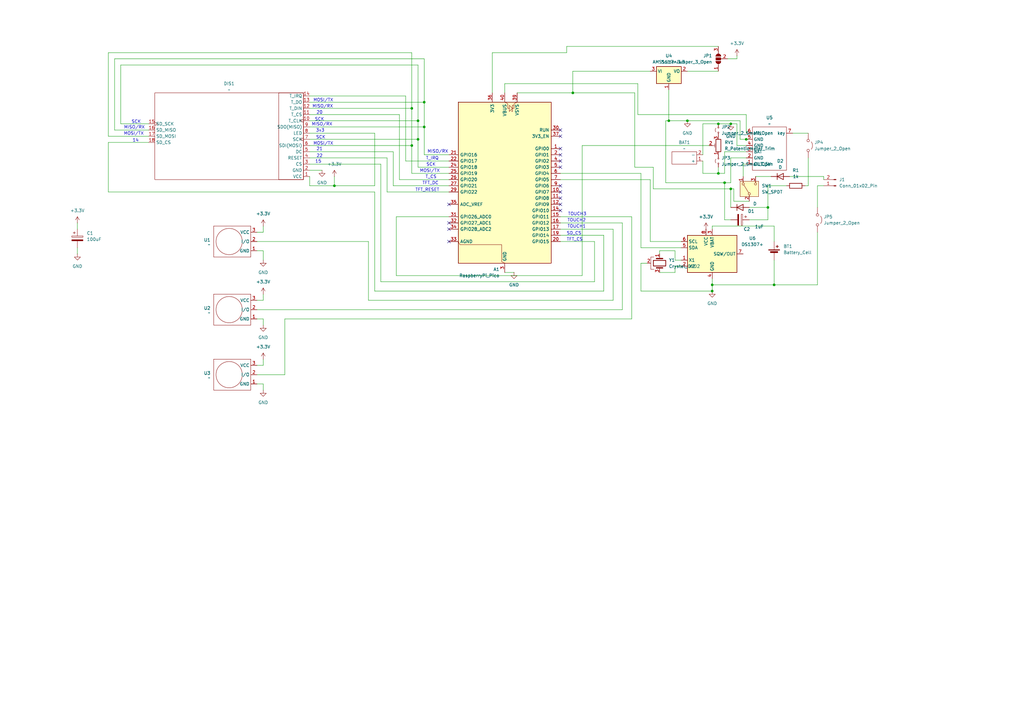
<source format=kicad_sch>
(kicad_sch
	(version 20250114)
	(generator "eeschema")
	(generator_version "9.0")
	(uuid "fb4b80fa-2360-4c2e-8f68-a906214c566d")
	(paper "A3")
	(lib_symbols
		(symbol "Connector:Conn_01x02_Pin"
			(pin_names
				(offset 1.016)
				(hide yes)
			)
			(exclude_from_sim no)
			(in_bom yes)
			(on_board yes)
			(property "Reference" "J"
				(at 0 2.54 0)
				(effects
					(font
						(size 1.27 1.27)
					)
				)
			)
			(property "Value" "Conn_01x02_Pin"
				(at 0 -5.08 0)
				(effects
					(font
						(size 1.27 1.27)
					)
				)
			)
			(property "Footprint" ""
				(at 0 0 0)
				(effects
					(font
						(size 1.27 1.27)
					)
					(hide yes)
				)
			)
			(property "Datasheet" "~"
				(at 0 0 0)
				(effects
					(font
						(size 1.27 1.27)
					)
					(hide yes)
				)
			)
			(property "Description" "Generic connector, single row, 01x02, script generated"
				(at 0 0 0)
				(effects
					(font
						(size 1.27 1.27)
					)
					(hide yes)
				)
			)
			(property "ki_locked" ""
				(at 0 0 0)
				(effects
					(font
						(size 1.27 1.27)
					)
				)
			)
			(property "ki_keywords" "connector"
				(at 0 0 0)
				(effects
					(font
						(size 1.27 1.27)
					)
					(hide yes)
				)
			)
			(property "ki_fp_filters" "Connector*:*_1x??_*"
				(at 0 0 0)
				(effects
					(font
						(size 1.27 1.27)
					)
					(hide yes)
				)
			)
			(symbol "Conn_01x02_Pin_1_1"
				(rectangle
					(start 0.8636 0.127)
					(end 0 -0.127)
					(stroke
						(width 0.1524)
						(type default)
					)
					(fill
						(type outline)
					)
				)
				(rectangle
					(start 0.8636 -2.413)
					(end 0 -2.667)
					(stroke
						(width 0.1524)
						(type default)
					)
					(fill
						(type outline)
					)
				)
				(polyline
					(pts
						(xy 1.27 0) (xy 0.8636 0)
					)
					(stroke
						(width 0.1524)
						(type default)
					)
					(fill
						(type none)
					)
				)
				(polyline
					(pts
						(xy 1.27 -2.54) (xy 0.8636 -2.54)
					)
					(stroke
						(width 0.1524)
						(type default)
					)
					(fill
						(type none)
					)
				)
				(pin passive line
					(at 5.08 0 180)
					(length 3.81)
					(name "Pin_1"
						(effects
							(font
								(size 1.27 1.27)
							)
						)
					)
					(number "1"
						(effects
							(font
								(size 1.27 1.27)
							)
						)
					)
				)
				(pin passive line
					(at 5.08 -2.54 180)
					(length 3.81)
					(name "Pin_2"
						(effects
							(font
								(size 1.27 1.27)
							)
						)
					)
					(number "2"
						(effects
							(font
								(size 1.27 1.27)
							)
						)
					)
				)
			)
			(embedded_fonts no)
		)
		(symbol "Device:Battery_Cell"
			(pin_numbers
				(hide yes)
			)
			(pin_names
				(offset 0)
				(hide yes)
			)
			(exclude_from_sim no)
			(in_bom yes)
			(on_board yes)
			(property "Reference" "BT"
				(at 2.54 2.54 0)
				(effects
					(font
						(size 1.27 1.27)
					)
					(justify left)
				)
			)
			(property "Value" "Battery_Cell"
				(at 2.54 0 0)
				(effects
					(font
						(size 1.27 1.27)
					)
					(justify left)
				)
			)
			(property "Footprint" ""
				(at 0 1.524 90)
				(effects
					(font
						(size 1.27 1.27)
					)
					(hide yes)
				)
			)
			(property "Datasheet" "~"
				(at 0 1.524 90)
				(effects
					(font
						(size 1.27 1.27)
					)
					(hide yes)
				)
			)
			(property "Description" "Single-cell battery"
				(at 0 0 0)
				(effects
					(font
						(size 1.27 1.27)
					)
					(hide yes)
				)
			)
			(property "ki_keywords" "battery cell"
				(at 0 0 0)
				(effects
					(font
						(size 1.27 1.27)
					)
					(hide yes)
				)
			)
			(symbol "Battery_Cell_0_1"
				(rectangle
					(start -2.286 1.778)
					(end 2.286 1.524)
					(stroke
						(width 0)
						(type default)
					)
					(fill
						(type outline)
					)
				)
				(rectangle
					(start -1.524 1.016)
					(end 1.524 0.508)
					(stroke
						(width 0)
						(type default)
					)
					(fill
						(type outline)
					)
				)
				(polyline
					(pts
						(xy 0 1.778) (xy 0 2.54)
					)
					(stroke
						(width 0)
						(type default)
					)
					(fill
						(type none)
					)
				)
				(polyline
					(pts
						(xy 0 0.762) (xy 0 0)
					)
					(stroke
						(width 0)
						(type default)
					)
					(fill
						(type none)
					)
				)
				(polyline
					(pts
						(xy 0.762 3.048) (xy 1.778 3.048)
					)
					(stroke
						(width 0.254)
						(type default)
					)
					(fill
						(type none)
					)
				)
				(polyline
					(pts
						(xy 1.27 3.556) (xy 1.27 2.54)
					)
					(stroke
						(width 0.254)
						(type default)
					)
					(fill
						(type none)
					)
				)
			)
			(symbol "Battery_Cell_1_1"
				(pin passive line
					(at 0 5.08 270)
					(length 2.54)
					(name "+"
						(effects
							(font
								(size 1.27 1.27)
							)
						)
					)
					(number "1"
						(effects
							(font
								(size 1.27 1.27)
							)
						)
					)
				)
				(pin passive line
					(at 0 -2.54 90)
					(length 2.54)
					(name "-"
						(effects
							(font
								(size 1.27 1.27)
							)
						)
					)
					(number "2"
						(effects
							(font
								(size 1.27 1.27)
							)
						)
					)
				)
			)
			(embedded_fonts no)
		)
		(symbol "Device:C_Polarized"
			(pin_numbers
				(hide yes)
			)
			(pin_names
				(offset 0.254)
			)
			(exclude_from_sim no)
			(in_bom yes)
			(on_board yes)
			(property "Reference" "C"
				(at 0.635 2.54 0)
				(effects
					(font
						(size 1.27 1.27)
					)
					(justify left)
				)
			)
			(property "Value" "C_Polarized"
				(at 0.635 -2.54 0)
				(effects
					(font
						(size 1.27 1.27)
					)
					(justify left)
				)
			)
			(property "Footprint" ""
				(at 0.9652 -3.81 0)
				(effects
					(font
						(size 1.27 1.27)
					)
					(hide yes)
				)
			)
			(property "Datasheet" "~"
				(at 0 0 0)
				(effects
					(font
						(size 1.27 1.27)
					)
					(hide yes)
				)
			)
			(property "Description" "Polarized capacitor"
				(at 0 0 0)
				(effects
					(font
						(size 1.27 1.27)
					)
					(hide yes)
				)
			)
			(property "ki_keywords" "cap capacitor"
				(at 0 0 0)
				(effects
					(font
						(size 1.27 1.27)
					)
					(hide yes)
				)
			)
			(property "ki_fp_filters" "CP_*"
				(at 0 0 0)
				(effects
					(font
						(size 1.27 1.27)
					)
					(hide yes)
				)
			)
			(symbol "C_Polarized_0_1"
				(rectangle
					(start -2.286 0.508)
					(end 2.286 1.016)
					(stroke
						(width 0)
						(type default)
					)
					(fill
						(type none)
					)
				)
				(polyline
					(pts
						(xy -1.778 2.286) (xy -0.762 2.286)
					)
					(stroke
						(width 0)
						(type default)
					)
					(fill
						(type none)
					)
				)
				(polyline
					(pts
						(xy -1.27 2.794) (xy -1.27 1.778)
					)
					(stroke
						(width 0)
						(type default)
					)
					(fill
						(type none)
					)
				)
				(rectangle
					(start 2.286 -0.508)
					(end -2.286 -1.016)
					(stroke
						(width 0)
						(type default)
					)
					(fill
						(type outline)
					)
				)
			)
			(symbol "C_Polarized_1_1"
				(pin passive line
					(at 0 3.81 270)
					(length 2.794)
					(name "~"
						(effects
							(font
								(size 1.27 1.27)
							)
						)
					)
					(number "1"
						(effects
							(font
								(size 1.27 1.27)
							)
						)
					)
				)
				(pin passive line
					(at 0 -3.81 90)
					(length 2.794)
					(name "~"
						(effects
							(font
								(size 1.27 1.27)
							)
						)
					)
					(number "2"
						(effects
							(font
								(size 1.27 1.27)
							)
						)
					)
				)
			)
			(embedded_fonts no)
		)
		(symbol "Device:Crystal_GND2"
			(pin_names
				(offset 1.016)
				(hide yes)
			)
			(exclude_from_sim no)
			(in_bom yes)
			(on_board yes)
			(property "Reference" "Y"
				(at 0 5.715 0)
				(effects
					(font
						(size 1.27 1.27)
					)
				)
			)
			(property "Value" "Crystal_GND2"
				(at 0 3.81 0)
				(effects
					(font
						(size 1.27 1.27)
					)
				)
			)
			(property "Footprint" ""
				(at 0 0 0)
				(effects
					(font
						(size 1.27 1.27)
					)
					(hide yes)
				)
			)
			(property "Datasheet" "~"
				(at 0 0 0)
				(effects
					(font
						(size 1.27 1.27)
					)
					(hide yes)
				)
			)
			(property "Description" "Three pin crystal, GND on pin 2"
				(at 0 0 0)
				(effects
					(font
						(size 1.27 1.27)
					)
					(hide yes)
				)
			)
			(property "ki_keywords" "quartz ceramic resonator oscillator"
				(at 0 0 0)
				(effects
					(font
						(size 1.27 1.27)
					)
					(hide yes)
				)
			)
			(property "ki_fp_filters" "Crystal*"
				(at 0 0 0)
				(effects
					(font
						(size 1.27 1.27)
					)
					(hide yes)
				)
			)
			(symbol "Crystal_GND2_0_1"
				(polyline
					(pts
						(xy -2.54 0) (xy -1.905 0)
					)
					(stroke
						(width 0)
						(type default)
					)
					(fill
						(type none)
					)
				)
				(polyline
					(pts
						(xy -2.54 -2.286) (xy -2.54 -3.556) (xy 2.54 -3.556) (xy 2.54 -2.286)
					)
					(stroke
						(width 0)
						(type default)
					)
					(fill
						(type none)
					)
				)
				(polyline
					(pts
						(xy -1.905 -1.27) (xy -1.905 1.27)
					)
					(stroke
						(width 0.508)
						(type default)
					)
					(fill
						(type none)
					)
				)
				(rectangle
					(start -1.143 2.54)
					(end 1.143 -2.54)
					(stroke
						(width 0.3048)
						(type default)
					)
					(fill
						(type none)
					)
				)
				(polyline
					(pts
						(xy 0 -3.81) (xy 0 -3.556)
					)
					(stroke
						(width 0)
						(type default)
					)
					(fill
						(type none)
					)
				)
				(polyline
					(pts
						(xy 1.905 1.27) (xy 1.905 -1.27)
					)
					(stroke
						(width 0.508)
						(type default)
					)
					(fill
						(type none)
					)
				)
				(polyline
					(pts
						(xy 1.905 0) (xy 2.54 0)
					)
					(stroke
						(width 0)
						(type default)
					)
					(fill
						(type none)
					)
				)
			)
			(symbol "Crystal_GND2_1_1"
				(pin passive line
					(at -3.81 0 0)
					(length 1.27)
					(name "1"
						(effects
							(font
								(size 1.27 1.27)
							)
						)
					)
					(number "1"
						(effects
							(font
								(size 1.27 1.27)
							)
						)
					)
				)
				(pin passive line
					(at 0 -5.08 90)
					(length 1.27)
					(name "2"
						(effects
							(font
								(size 1.27 1.27)
							)
						)
					)
					(number "2"
						(effects
							(font
								(size 1.27 1.27)
							)
						)
					)
				)
				(pin passive line
					(at 3.81 0 180)
					(length 1.27)
					(name "3"
						(effects
							(font
								(size 1.27 1.27)
							)
						)
					)
					(number "3"
						(effects
							(font
								(size 1.27 1.27)
							)
						)
					)
				)
			)
			(embedded_fonts no)
		)
		(symbol "Device:D"
			(pin_numbers
				(hide yes)
			)
			(pin_names
				(offset 1.016)
				(hide yes)
			)
			(exclude_from_sim no)
			(in_bom yes)
			(on_board yes)
			(property "Reference" "D"
				(at 0 2.54 0)
				(effects
					(font
						(size 1.27 1.27)
					)
				)
			)
			(property "Value" "D"
				(at 0 -2.54 0)
				(effects
					(font
						(size 1.27 1.27)
					)
				)
			)
			(property "Footprint" ""
				(at 0 0 0)
				(effects
					(font
						(size 1.27 1.27)
					)
					(hide yes)
				)
			)
			(property "Datasheet" "~"
				(at 0 0 0)
				(effects
					(font
						(size 1.27 1.27)
					)
					(hide yes)
				)
			)
			(property "Description" "Diode"
				(at 0 0 0)
				(effects
					(font
						(size 1.27 1.27)
					)
					(hide yes)
				)
			)
			(property "Sim.Device" "D"
				(at 0 0 0)
				(effects
					(font
						(size 1.27 1.27)
					)
					(hide yes)
				)
			)
			(property "Sim.Pins" "1=K 2=A"
				(at 0 0 0)
				(effects
					(font
						(size 1.27 1.27)
					)
					(hide yes)
				)
			)
			(property "ki_keywords" "diode"
				(at 0 0 0)
				(effects
					(font
						(size 1.27 1.27)
					)
					(hide yes)
				)
			)
			(property "ki_fp_filters" "TO-???* *_Diode_* *SingleDiode* D_*"
				(at 0 0 0)
				(effects
					(font
						(size 1.27 1.27)
					)
					(hide yes)
				)
			)
			(symbol "D_0_1"
				(polyline
					(pts
						(xy -1.27 1.27) (xy -1.27 -1.27)
					)
					(stroke
						(width 0.254)
						(type default)
					)
					(fill
						(type none)
					)
				)
				(polyline
					(pts
						(xy 1.27 1.27) (xy 1.27 -1.27) (xy -1.27 0) (xy 1.27 1.27)
					)
					(stroke
						(width 0.254)
						(type default)
					)
					(fill
						(type none)
					)
				)
				(polyline
					(pts
						(xy 1.27 0) (xy -1.27 0)
					)
					(stroke
						(width 0)
						(type default)
					)
					(fill
						(type none)
					)
				)
			)
			(symbol "D_1_1"
				(pin passive line
					(at -3.81 0 0)
					(length 2.54)
					(name "K"
						(effects
							(font
								(size 1.27 1.27)
							)
						)
					)
					(number "1"
						(effects
							(font
								(size 1.27 1.27)
							)
						)
					)
				)
				(pin passive line
					(at 3.81 0 180)
					(length 2.54)
					(name "A"
						(effects
							(font
								(size 1.27 1.27)
							)
						)
					)
					(number "2"
						(effects
							(font
								(size 1.27 1.27)
							)
						)
					)
				)
			)
			(embedded_fonts no)
		)
		(symbol "Device:R"
			(pin_numbers
				(hide yes)
			)
			(pin_names
				(offset 0)
			)
			(exclude_from_sim no)
			(in_bom yes)
			(on_board yes)
			(property "Reference" "R"
				(at 2.032 0 90)
				(effects
					(font
						(size 1.27 1.27)
					)
				)
			)
			(property "Value" "R"
				(at 0 0 90)
				(effects
					(font
						(size 1.27 1.27)
					)
				)
			)
			(property "Footprint" ""
				(at -1.778 0 90)
				(effects
					(font
						(size 1.27 1.27)
					)
					(hide yes)
				)
			)
			(property "Datasheet" "~"
				(at 0 0 0)
				(effects
					(font
						(size 1.27 1.27)
					)
					(hide yes)
				)
			)
			(property "Description" "Resistor"
				(at 0 0 0)
				(effects
					(font
						(size 1.27 1.27)
					)
					(hide yes)
				)
			)
			(property "ki_keywords" "R res resistor"
				(at 0 0 0)
				(effects
					(font
						(size 1.27 1.27)
					)
					(hide yes)
				)
			)
			(property "ki_fp_filters" "R_*"
				(at 0 0 0)
				(effects
					(font
						(size 1.27 1.27)
					)
					(hide yes)
				)
			)
			(symbol "R_0_1"
				(rectangle
					(start -1.016 -2.54)
					(end 1.016 2.54)
					(stroke
						(width 0.254)
						(type default)
					)
					(fill
						(type none)
					)
				)
			)
			(symbol "R_1_1"
				(pin passive line
					(at 0 3.81 270)
					(length 1.27)
					(name "~"
						(effects
							(font
								(size 1.27 1.27)
							)
						)
					)
					(number "1"
						(effects
							(font
								(size 1.27 1.27)
							)
						)
					)
				)
				(pin passive line
					(at 0 -3.81 90)
					(length 1.27)
					(name "~"
						(effects
							(font
								(size 1.27 1.27)
							)
						)
					)
					(number "2"
						(effects
							(font
								(size 1.27 1.27)
							)
						)
					)
				)
			)
			(embedded_fonts no)
		)
		(symbol "Device:R_Potentiometer_Trim"
			(pin_names
				(offset 1.016)
				(hide yes)
			)
			(exclude_from_sim no)
			(in_bom yes)
			(on_board yes)
			(property "Reference" "RV"
				(at -4.445 0 90)
				(effects
					(font
						(size 1.27 1.27)
					)
				)
			)
			(property "Value" "R_Potentiometer_Trim"
				(at -2.54 0 90)
				(effects
					(font
						(size 1.27 1.27)
					)
				)
			)
			(property "Footprint" ""
				(at 0 0 0)
				(effects
					(font
						(size 1.27 1.27)
					)
					(hide yes)
				)
			)
			(property "Datasheet" "~"
				(at 0 0 0)
				(effects
					(font
						(size 1.27 1.27)
					)
					(hide yes)
				)
			)
			(property "Description" "Trim-potentiometer"
				(at 0 0 0)
				(effects
					(font
						(size 1.27 1.27)
					)
					(hide yes)
				)
			)
			(property "ki_keywords" "resistor variable trimpot trimmer"
				(at 0 0 0)
				(effects
					(font
						(size 1.27 1.27)
					)
					(hide yes)
				)
			)
			(property "ki_fp_filters" "Potentiometer*"
				(at 0 0 0)
				(effects
					(font
						(size 1.27 1.27)
					)
					(hide yes)
				)
			)
			(symbol "R_Potentiometer_Trim_0_1"
				(rectangle
					(start 1.016 2.54)
					(end -1.016 -2.54)
					(stroke
						(width 0.254)
						(type default)
					)
					(fill
						(type none)
					)
				)
				(polyline
					(pts
						(xy 1.524 0.762) (xy 1.524 -0.762)
					)
					(stroke
						(width 0)
						(type default)
					)
					(fill
						(type none)
					)
				)
				(polyline
					(pts
						(xy 2.54 0) (xy 1.524 0)
					)
					(stroke
						(width 0)
						(type default)
					)
					(fill
						(type none)
					)
				)
			)
			(symbol "R_Potentiometer_Trim_1_1"
				(pin passive line
					(at 0 3.81 270)
					(length 1.27)
					(name "1"
						(effects
							(font
								(size 1.27 1.27)
							)
						)
					)
					(number "1"
						(effects
							(font
								(size 1.27 1.27)
							)
						)
					)
				)
				(pin passive line
					(at 0 -3.81 90)
					(length 1.27)
					(name "3"
						(effects
							(font
								(size 1.27 1.27)
							)
						)
					)
					(number "3"
						(effects
							(font
								(size 1.27 1.27)
							)
						)
					)
				)
				(pin passive line
					(at 3.81 0 180)
					(length 1.27)
					(name "2"
						(effects
							(font
								(size 1.27 1.27)
							)
						)
					)
					(number "2"
						(effects
							(font
								(size 1.27 1.27)
							)
						)
					)
				)
			)
			(embedded_fonts no)
		)
		(symbol "Jumper:Jumper_2_Open"
			(pin_numbers
				(hide yes)
			)
			(pin_names
				(offset 0)
				(hide yes)
			)
			(exclude_from_sim yes)
			(in_bom yes)
			(on_board yes)
			(property "Reference" "JP"
				(at 0 2.794 0)
				(effects
					(font
						(size 1.27 1.27)
					)
				)
			)
			(property "Value" "Jumper_2_Open"
				(at 0 -2.286 0)
				(effects
					(font
						(size 1.27 1.27)
					)
				)
			)
			(property "Footprint" ""
				(at 0 0 0)
				(effects
					(font
						(size 1.27 1.27)
					)
					(hide yes)
				)
			)
			(property "Datasheet" "~"
				(at 0 0 0)
				(effects
					(font
						(size 1.27 1.27)
					)
					(hide yes)
				)
			)
			(property "Description" "Jumper, 2-pole, open"
				(at 0 0 0)
				(effects
					(font
						(size 1.27 1.27)
					)
					(hide yes)
				)
			)
			(property "ki_keywords" "Jumper SPST"
				(at 0 0 0)
				(effects
					(font
						(size 1.27 1.27)
					)
					(hide yes)
				)
			)
			(property "ki_fp_filters" "Jumper* TestPoint*2Pads* TestPoint*Bridge*"
				(at 0 0 0)
				(effects
					(font
						(size 1.27 1.27)
					)
					(hide yes)
				)
			)
			(symbol "Jumper_2_Open_0_0"
				(circle
					(center -2.032 0)
					(radius 0.508)
					(stroke
						(width 0)
						(type default)
					)
					(fill
						(type none)
					)
				)
				(circle
					(center 2.032 0)
					(radius 0.508)
					(stroke
						(width 0)
						(type default)
					)
					(fill
						(type none)
					)
				)
			)
			(symbol "Jumper_2_Open_0_1"
				(arc
					(start -1.524 1.27)
					(mid 0 1.778)
					(end 1.524 1.27)
					(stroke
						(width 0)
						(type default)
					)
					(fill
						(type none)
					)
				)
			)
			(symbol "Jumper_2_Open_1_1"
				(pin passive line
					(at -5.08 0 0)
					(length 2.54)
					(name "A"
						(effects
							(font
								(size 1.27 1.27)
							)
						)
					)
					(number "1"
						(effects
							(font
								(size 1.27 1.27)
							)
						)
					)
				)
				(pin passive line
					(at 5.08 0 180)
					(length 2.54)
					(name "B"
						(effects
							(font
								(size 1.27 1.27)
							)
						)
					)
					(number "2"
						(effects
							(font
								(size 1.27 1.27)
							)
						)
					)
				)
			)
			(embedded_fonts no)
		)
		(symbol "Jumper:Jumper_2_Small_Open"
			(pin_numbers
				(hide yes)
			)
			(pin_names
				(offset 0)
				(hide yes)
			)
			(exclude_from_sim yes)
			(in_bom yes)
			(on_board yes)
			(property "Reference" "JP"
				(at 0 2.794 0)
				(effects
					(font
						(size 1.27 1.27)
					)
				)
			)
			(property "Value" "Jumper_2_Small_Open"
				(at 0 -2.286 0)
				(effects
					(font
						(size 1.27 1.27)
					)
				)
			)
			(property "Footprint" ""
				(at 0 0 0)
				(effects
					(font
						(size 1.27 1.27)
					)
					(hide yes)
				)
			)
			(property "Datasheet" "~"
				(at 0 0 0)
				(effects
					(font
						(size 1.27 1.27)
					)
					(hide yes)
				)
			)
			(property "Description" "Jumper, 2-pole, small symbol, open"
				(at 0 0 0)
				(effects
					(font
						(size 1.27 1.27)
					)
					(hide yes)
				)
			)
			(property "ki_keywords" "Jumper SPST"
				(at 0 0 0)
				(effects
					(font
						(size 1.27 1.27)
					)
					(hide yes)
				)
			)
			(property "ki_fp_filters" "Jumper* TestPoint*2Pads* TestPoint*Bridge*"
				(at 0 0 0)
				(effects
					(font
						(size 1.27 1.27)
					)
					(hide yes)
				)
			)
			(symbol "Jumper_2_Small_Open_0_0"
				(circle
					(center -1.016 0)
					(radius 0.254)
					(stroke
						(width 0)
						(type default)
					)
					(fill
						(type none)
					)
				)
				(circle
					(center 1.016 0)
					(radius 0.254)
					(stroke
						(width 0)
						(type default)
					)
					(fill
						(type none)
					)
				)
			)
			(symbol "Jumper_2_Small_Open_0_1"
				(arc
					(start -0.762 1.0196)
					(mid 0 1.2729)
					(end 0.762 1.0196)
					(stroke
						(width 0)
						(type default)
					)
					(fill
						(type none)
					)
				)
			)
			(symbol "Jumper_2_Small_Open_1_1"
				(pin passive line
					(at -2.54 0 0)
					(length 1.27)
					(name "A"
						(effects
							(font
								(size 1.27 1.27)
							)
						)
					)
					(number "1"
						(effects
							(font
								(size 1.27 1.27)
							)
						)
					)
				)
				(pin passive line
					(at 2.54 0 180)
					(length 1.27)
					(name "B"
						(effects
							(font
								(size 1.27 1.27)
							)
						)
					)
					(number "2"
						(effects
							(font
								(size 1.27 1.27)
							)
						)
					)
				)
			)
			(embedded_fonts no)
		)
		(symbol "Jumper:SolderJumper_3_Open"
			(pin_names
				(offset 0)
				(hide yes)
			)
			(exclude_from_sim yes)
			(in_bom no)
			(on_board yes)
			(property "Reference" "JP"
				(at -2.54 -2.54 0)
				(effects
					(font
						(size 1.27 1.27)
					)
				)
			)
			(property "Value" "SolderJumper_3_Open"
				(at 0 2.794 0)
				(effects
					(font
						(size 1.27 1.27)
					)
				)
			)
			(property "Footprint" ""
				(at 0 0 0)
				(effects
					(font
						(size 1.27 1.27)
					)
					(hide yes)
				)
			)
			(property "Datasheet" "~"
				(at 0 0 0)
				(effects
					(font
						(size 1.27 1.27)
					)
					(hide yes)
				)
			)
			(property "Description" "Solder Jumper, 3-pole, open"
				(at 0 0 0)
				(effects
					(font
						(size 1.27 1.27)
					)
					(hide yes)
				)
			)
			(property "ki_keywords" "Solder Jumper SPDT"
				(at 0 0 0)
				(effects
					(font
						(size 1.27 1.27)
					)
					(hide yes)
				)
			)
			(property "ki_fp_filters" "SolderJumper*Open*"
				(at 0 0 0)
				(effects
					(font
						(size 1.27 1.27)
					)
					(hide yes)
				)
			)
			(symbol "SolderJumper_3_Open_0_1"
				(polyline
					(pts
						(xy -2.54 0) (xy -2.032 0)
					)
					(stroke
						(width 0)
						(type default)
					)
					(fill
						(type none)
					)
				)
				(polyline
					(pts
						(xy -1.016 1.016) (xy -1.016 -1.016)
					)
					(stroke
						(width 0)
						(type default)
					)
					(fill
						(type none)
					)
				)
				(arc
					(start -1.016 -1.016)
					(mid -2.0276 0)
					(end -1.016 1.016)
					(stroke
						(width 0)
						(type default)
					)
					(fill
						(type none)
					)
				)
				(arc
					(start -1.016 -1.016)
					(mid -2.0276 0)
					(end -1.016 1.016)
					(stroke
						(width 0)
						(type default)
					)
					(fill
						(type outline)
					)
				)
				(rectangle
					(start -0.508 1.016)
					(end 0.508 -1.016)
					(stroke
						(width 0)
						(type default)
					)
					(fill
						(type outline)
					)
				)
				(polyline
					(pts
						(xy 0 -1.27) (xy 0 -1.016)
					)
					(stroke
						(width 0)
						(type default)
					)
					(fill
						(type none)
					)
				)
				(arc
					(start 1.016 1.016)
					(mid 2.0276 0)
					(end 1.016 -1.016)
					(stroke
						(width 0)
						(type default)
					)
					(fill
						(type none)
					)
				)
				(arc
					(start 1.016 1.016)
					(mid 2.0276 0)
					(end 1.016 -1.016)
					(stroke
						(width 0)
						(type default)
					)
					(fill
						(type outline)
					)
				)
				(polyline
					(pts
						(xy 1.016 1.016) (xy 1.016 -1.016)
					)
					(stroke
						(width 0)
						(type default)
					)
					(fill
						(type none)
					)
				)
				(polyline
					(pts
						(xy 2.54 0) (xy 2.032 0)
					)
					(stroke
						(width 0)
						(type default)
					)
					(fill
						(type none)
					)
				)
			)
			(symbol "SolderJumper_3_Open_1_1"
				(pin passive line
					(at -5.08 0 0)
					(length 2.54)
					(name "A"
						(effects
							(font
								(size 1.27 1.27)
							)
						)
					)
					(number "1"
						(effects
							(font
								(size 1.27 1.27)
							)
						)
					)
				)
				(pin passive line
					(at 0 -3.81 90)
					(length 2.54)
					(name "C"
						(effects
							(font
								(size 1.27 1.27)
							)
						)
					)
					(number "2"
						(effects
							(font
								(size 1.27 1.27)
							)
						)
					)
				)
				(pin passive line
					(at 5.08 0 180)
					(length 2.54)
					(name "B"
						(effects
							(font
								(size 1.27 1.27)
							)
						)
					)
					(number "3"
						(effects
							(font
								(size 1.27 1.27)
							)
						)
					)
				)
			)
			(embedded_fonts no)
		)
		(symbol "MCU_Module:RaspberryPi_Pico"
			(pin_names
				(offset 0.762)
			)
			(exclude_from_sim no)
			(in_bom yes)
			(on_board yes)
			(property "Reference" "A"
				(at -19.05 35.56 0)
				(effects
					(font
						(size 1.27 1.27)
					)
					(justify left)
				)
			)
			(property "Value" "RaspberryPi_Pico"
				(at 7.62 35.56 0)
				(effects
					(font
						(size 1.27 1.27)
					)
					(justify left)
				)
			)
			(property "Footprint" "Module:RaspberryPi_Pico_Common_Unspecified"
				(at 0 -46.99 0)
				(effects
					(font
						(size 1.27 1.27)
					)
					(hide yes)
				)
			)
			(property "Datasheet" "https://datasheets.raspberrypi.com/pico/pico-datasheet.pdf"
				(at 0 -49.53 0)
				(effects
					(font
						(size 1.27 1.27)
					)
					(hide yes)
				)
			)
			(property "Description" "Versatile and inexpensive microcontroller module powered by RP2040 dual-core Arm Cortex-M0+ processor up to 133 MHz, 264kB SRAM, 2MB QSPI flash; also supports Raspberry Pi Pico 2"
				(at 0 -52.07 0)
				(effects
					(font
						(size 1.27 1.27)
					)
					(hide yes)
				)
			)
			(property "ki_keywords" "RP2350A M33 RISC-V Hazard3 usb"
				(at 0 0 0)
				(effects
					(font
						(size 1.27 1.27)
					)
					(hide yes)
				)
			)
			(property "ki_fp_filters" "RaspberryPi?Pico?Common* RaspberryPi?Pico?SMD*"
				(at 0 0 0)
				(effects
					(font
						(size 1.27 1.27)
					)
					(hide yes)
				)
			)
			(symbol "RaspberryPi_Pico_0_1"
				(rectangle
					(start -19.05 34.29)
					(end 19.05 -31.75)
					(stroke
						(width 0.254)
						(type default)
					)
					(fill
						(type background)
					)
				)
				(polyline
					(pts
						(xy -5.08 34.29) (xy -3.81 33.655) (xy -3.81 31.75) (xy -3.175 31.75)
					)
					(stroke
						(width 0)
						(type default)
					)
					(fill
						(type none)
					)
				)
				(polyline
					(pts
						(xy -3.429 32.766) (xy -3.429 33.02) (xy -3.175 33.02) (xy -3.175 30.48) (xy -2.921 30.48) (xy -2.921 30.734)
					)
					(stroke
						(width 0)
						(type default)
					)
					(fill
						(type none)
					)
				)
				(polyline
					(pts
						(xy -3.175 31.75) (xy -1.905 33.02) (xy -1.905 30.48) (xy -3.175 31.75)
					)
					(stroke
						(width 0)
						(type default)
					)
					(fill
						(type none)
					)
				)
				(polyline
					(pts
						(xy 0 34.29) (xy -1.27 33.655) (xy -1.27 31.75) (xy -1.905 31.75)
					)
					(stroke
						(width 0)
						(type default)
					)
					(fill
						(type none)
					)
				)
				(polyline
					(pts
						(xy 0 -31.75) (xy 1.27 -31.115) (xy 1.27 -24.13) (xy 18.415 -24.13) (xy 19.05 -22.86)
					)
					(stroke
						(width 0)
						(type default)
					)
					(fill
						(type none)
					)
				)
			)
			(symbol "RaspberryPi_Pico_1_1"
				(pin passive line
					(at -22.86 22.86 0)
					(length 3.81)
					(name "RUN"
						(effects
							(font
								(size 1.27 1.27)
							)
						)
					)
					(number "30"
						(effects
							(font
								(size 1.27 1.27)
							)
						)
					)
					(alternate "~{RESET}" passive line)
				)
				(pin passive line
					(at -22.86 20.32 0)
					(length 3.81)
					(name "3V3_EN"
						(effects
							(font
								(size 1.27 1.27)
							)
						)
					)
					(number "37"
						(effects
							(font
								(size 1.27 1.27)
							)
						)
					)
					(alternate "~{3V3_DISABLE}" passive line)
				)
				(pin bidirectional line
					(at -22.86 15.24 0)
					(length 3.81)
					(name "GPIO0"
						(effects
							(font
								(size 1.27 1.27)
							)
						)
					)
					(number "1"
						(effects
							(font
								(size 1.27 1.27)
							)
						)
					)
					(alternate "I2C0_SDA" bidirectional line)
					(alternate "PWM0_A" output line)
					(alternate "SPI0_RX" input line)
					(alternate "UART0_TX" output line)
					(alternate "USB_OVCUR_DET" input line)
				)
				(pin bidirectional line
					(at -22.86 12.7 0)
					(length 3.81)
					(name "GPIO1"
						(effects
							(font
								(size 1.27 1.27)
							)
						)
					)
					(number "2"
						(effects
							(font
								(size 1.27 1.27)
							)
						)
					)
					(alternate "I2C0_SCL" bidirectional clock)
					(alternate "PWM0_B" bidirectional line)
					(alternate "UART0_RX" input line)
					(alternate "USB_VBUS_DET" passive line)
					(alternate "~{SPI0_CSn}" bidirectional line)
				)
				(pin bidirectional line
					(at -22.86 10.16 0)
					(length 3.81)
					(name "GPIO2"
						(effects
							(font
								(size 1.27 1.27)
							)
						)
					)
					(number "4"
						(effects
							(font
								(size 1.27 1.27)
							)
						)
					)
					(alternate "I2C1_SDA" bidirectional line)
					(alternate "PWM1_A" output line)
					(alternate "SPI0_SCK" bidirectional clock)
					(alternate "UART0_CTS" input line)
					(alternate "USB_VBUS_EN" output line)
				)
				(pin bidirectional line
					(at -22.86 7.62 0)
					(length 3.81)
					(name "GPIO3"
						(effects
							(font
								(size 1.27 1.27)
							)
						)
					)
					(number "5"
						(effects
							(font
								(size 1.27 1.27)
							)
						)
					)
					(alternate "I2C1_SCL" bidirectional clock)
					(alternate "PWM1_B" bidirectional line)
					(alternate "SPI0_TX" output line)
					(alternate "UART0_RTS" output line)
					(alternate "USB_OVCUR_DET" input line)
				)
				(pin bidirectional line
					(at -22.86 5.08 0)
					(length 3.81)
					(name "GPIO4"
						(effects
							(font
								(size 1.27 1.27)
							)
						)
					)
					(number "6"
						(effects
							(font
								(size 1.27 1.27)
							)
						)
					)
					(alternate "I2C0_SDA" bidirectional line)
					(alternate "PWM2_A" output line)
					(alternate "SPI0_RX" input line)
					(alternate "UART1_TX" output line)
					(alternate "USB_VBUS_DET" input line)
				)
				(pin bidirectional line
					(at -22.86 2.54 0)
					(length 3.81)
					(name "GPIO5"
						(effects
							(font
								(size 1.27 1.27)
							)
						)
					)
					(number "7"
						(effects
							(font
								(size 1.27 1.27)
							)
						)
					)
					(alternate "I2C0_SCL" bidirectional clock)
					(alternate "PWM2_B" bidirectional line)
					(alternate "UART1_RX" input line)
					(alternate "USB_VBUS_EN" output line)
					(alternate "~{SPI0_CSn}" bidirectional line)
				)
				(pin bidirectional line
					(at -22.86 0 0)
					(length 3.81)
					(name "GPIO6"
						(effects
							(font
								(size 1.27 1.27)
							)
						)
					)
					(number "9"
						(effects
							(font
								(size 1.27 1.27)
							)
						)
					)
					(alternate "I2C1_SDA" bidirectional line)
					(alternate "PWM3_A" output line)
					(alternate "SPI0_SCK" bidirectional clock)
					(alternate "UART1_CTS" input line)
					(alternate "USB_OVCUR_DET" input line)
				)
				(pin bidirectional line
					(at -22.86 -2.54 0)
					(length 3.81)
					(name "GPIO7"
						(effects
							(font
								(size 1.27 1.27)
							)
						)
					)
					(number "10"
						(effects
							(font
								(size 1.27 1.27)
							)
						)
					)
					(alternate "I2C1_SCL" bidirectional clock)
					(alternate "PWM3_B" bidirectional line)
					(alternate "SPI0_TX" output line)
					(alternate "UART1_RTS" output line)
					(alternate "USB_VBUS_DET" input line)
				)
				(pin bidirectional line
					(at -22.86 -5.08 0)
					(length 3.81)
					(name "GPIO8"
						(effects
							(font
								(size 1.27 1.27)
							)
						)
					)
					(number "11"
						(effects
							(font
								(size 1.27 1.27)
							)
						)
					)
					(alternate "I2C0_SDA" bidirectional line)
					(alternate "PWM4_A" output line)
					(alternate "SPI1_RX" input line)
					(alternate "UART1_TX" output line)
					(alternate "USB_VBUS_EN" output line)
				)
				(pin bidirectional line
					(at -22.86 -7.62 0)
					(length 3.81)
					(name "GPIO9"
						(effects
							(font
								(size 1.27 1.27)
							)
						)
					)
					(number "12"
						(effects
							(font
								(size 1.27 1.27)
							)
						)
					)
					(alternate "I2C0_SCL" bidirectional clock)
					(alternate "PWM4_B" bidirectional line)
					(alternate "UART1_RX" input line)
					(alternate "USB_OVCUR_DET" input line)
					(alternate "~{SPI1_CSn}" bidirectional line)
				)
				(pin bidirectional line
					(at -22.86 -10.16 0)
					(length 3.81)
					(name "GPIO10"
						(effects
							(font
								(size 1.27 1.27)
							)
						)
					)
					(number "14"
						(effects
							(font
								(size 1.27 1.27)
							)
						)
					)
					(alternate "I2C1_SDA" bidirectional line)
					(alternate "PWM5_A" output line)
					(alternate "SPI1_SCK" bidirectional clock)
					(alternate "UART1_CTS" input line)
					(alternate "USB_VBUS_DET" input line)
				)
				(pin bidirectional line
					(at -22.86 -12.7 0)
					(length 3.81)
					(name "GPIO11"
						(effects
							(font
								(size 1.27 1.27)
							)
						)
					)
					(number "15"
						(effects
							(font
								(size 1.27 1.27)
							)
						)
					)
					(alternate "I2C1_SCL" bidirectional clock)
					(alternate "PWM5_B" bidirectional line)
					(alternate "SPI1_TX" output line)
					(alternate "UART1_RTS" output line)
					(alternate "USB_VBUS_EN" output line)
				)
				(pin bidirectional line
					(at -22.86 -15.24 0)
					(length 3.81)
					(name "GPIO12"
						(effects
							(font
								(size 1.27 1.27)
							)
						)
					)
					(number "16"
						(effects
							(font
								(size 1.27 1.27)
							)
						)
					)
					(alternate "I2C0_SDA" bidirectional line)
					(alternate "PWM6_A" output line)
					(alternate "SPI1_RX" input line)
					(alternate "UART0_TX" output line)
					(alternate "USB_OVCUR_DET" input line)
				)
				(pin bidirectional line
					(at -22.86 -17.78 0)
					(length 3.81)
					(name "GPIO13"
						(effects
							(font
								(size 1.27 1.27)
							)
						)
					)
					(number "17"
						(effects
							(font
								(size 1.27 1.27)
							)
						)
					)
					(alternate "I2C0_SCL" bidirectional clock)
					(alternate "PWM6_B" bidirectional line)
					(alternate "UART0_RX" input line)
					(alternate "USB_VBUS_DET" input line)
					(alternate "~{SPI1_CSn}" bidirectional line)
				)
				(pin bidirectional line
					(at -22.86 -20.32 0)
					(length 3.81)
					(name "GPIO14"
						(effects
							(font
								(size 1.27 1.27)
							)
						)
					)
					(number "19"
						(effects
							(font
								(size 1.27 1.27)
							)
						)
					)
					(alternate "I2C1_SDA" bidirectional line)
					(alternate "PWM7_A" output line)
					(alternate "SPI1_SCK" bidirectional clock)
					(alternate "UART0_CTS" input line)
					(alternate "USB_VBUS_EN" output line)
				)
				(pin bidirectional line
					(at -22.86 -22.86 0)
					(length 3.81)
					(name "GPIO15"
						(effects
							(font
								(size 1.27 1.27)
							)
						)
					)
					(number "20"
						(effects
							(font
								(size 1.27 1.27)
							)
						)
					)
					(alternate "I2C1_SCL" bidirectional clock)
					(alternate "PWM7_B" bidirectional line)
					(alternate "SPI1_TX" output line)
					(alternate "UART0_RTS" output line)
					(alternate "USB_OVCUR_DET" input line)
				)
				(pin power_in line
					(at -5.08 38.1 270)
					(length 3.81)
					(name "VSYS"
						(effects
							(font
								(size 1.27 1.27)
							)
						)
					)
					(number "39"
						(effects
							(font
								(size 1.27 1.27)
							)
						)
					)
					(alternate "VSYS_OUT" power_out line)
				)
				(pin power_out line
					(at 0 38.1 270)
					(length 3.81)
					(name "VBUS"
						(effects
							(font
								(size 1.27 1.27)
							)
						)
					)
					(number "40"
						(effects
							(font
								(size 1.27 1.27)
							)
						)
					)
					(alternate "VBUS_IN" power_in line)
				)
				(pin passive line
					(at 0 -35.56 90)
					(length 3.81)
					(hide yes)
					(name "GND"
						(effects
							(font
								(size 1.27 1.27)
							)
						)
					)
					(number "13"
						(effects
							(font
								(size 1.27 1.27)
							)
						)
					)
				)
				(pin passive line
					(at 0 -35.56 90)
					(length 3.81)
					(hide yes)
					(name "GND"
						(effects
							(font
								(size 1.27 1.27)
							)
						)
					)
					(number "18"
						(effects
							(font
								(size 1.27 1.27)
							)
						)
					)
				)
				(pin passive line
					(at 0 -35.56 90)
					(length 3.81)
					(hide yes)
					(name "GND"
						(effects
							(font
								(size 1.27 1.27)
							)
						)
					)
					(number "23"
						(effects
							(font
								(size 1.27 1.27)
							)
						)
					)
				)
				(pin passive line
					(at 0 -35.56 90)
					(length 3.81)
					(hide yes)
					(name "GND"
						(effects
							(font
								(size 1.27 1.27)
							)
						)
					)
					(number "28"
						(effects
							(font
								(size 1.27 1.27)
							)
						)
					)
				)
				(pin power_out line
					(at 0 -35.56 90)
					(length 3.81)
					(name "GND"
						(effects
							(font
								(size 1.27 1.27)
							)
						)
					)
					(number "3"
						(effects
							(font
								(size 1.27 1.27)
							)
						)
					)
					(alternate "GND_IN" power_in line)
				)
				(pin passive line
					(at 0 -35.56 90)
					(length 3.81)
					(hide yes)
					(name "GND"
						(effects
							(font
								(size 1.27 1.27)
							)
						)
					)
					(number "38"
						(effects
							(font
								(size 1.27 1.27)
							)
						)
					)
				)
				(pin passive line
					(at 0 -35.56 90)
					(length 3.81)
					(hide yes)
					(name "GND"
						(effects
							(font
								(size 1.27 1.27)
							)
						)
					)
					(number "8"
						(effects
							(font
								(size 1.27 1.27)
							)
						)
					)
				)
				(pin power_out line
					(at 5.08 38.1 270)
					(length 3.81)
					(name "3V3"
						(effects
							(font
								(size 1.27 1.27)
							)
						)
					)
					(number "36"
						(effects
							(font
								(size 1.27 1.27)
							)
						)
					)
				)
				(pin bidirectional line
					(at 22.86 12.7 180)
					(length 3.81)
					(name "GPIO16"
						(effects
							(font
								(size 1.27 1.27)
							)
						)
					)
					(number "21"
						(effects
							(font
								(size 1.27 1.27)
							)
						)
					)
					(alternate "I2C0_SDA" bidirectional line)
					(alternate "PWM0_A" output line)
					(alternate "SPI0_RX" input line)
					(alternate "UART0_TX" output line)
					(alternate "USB_VBUS_DET" input line)
				)
				(pin bidirectional line
					(at 22.86 10.16 180)
					(length 3.81)
					(name "GPIO17"
						(effects
							(font
								(size 1.27 1.27)
							)
						)
					)
					(number "22"
						(effects
							(font
								(size 1.27 1.27)
							)
						)
					)
					(alternate "I2C0_SCL" bidirectional clock)
					(alternate "PWM0_B" bidirectional line)
					(alternate "UART0_RX" input line)
					(alternate "USB_VBUS_EN" output line)
					(alternate "~{SPI0_CSn}" bidirectional line)
				)
				(pin bidirectional line
					(at 22.86 7.62 180)
					(length 3.81)
					(name "GPIO18"
						(effects
							(font
								(size 1.27 1.27)
							)
						)
					)
					(number "24"
						(effects
							(font
								(size 1.27 1.27)
							)
						)
					)
					(alternate "I2C1_SDA" bidirectional line)
					(alternate "PWM1_A" output line)
					(alternate "SPI0_SCK" bidirectional clock)
					(alternate "UART0_CTS" input line)
					(alternate "USB_OVCUR_DET" input line)
				)
				(pin bidirectional line
					(at 22.86 5.08 180)
					(length 3.81)
					(name "GPIO19"
						(effects
							(font
								(size 1.27 1.27)
							)
						)
					)
					(number "25"
						(effects
							(font
								(size 1.27 1.27)
							)
						)
					)
					(alternate "I2C1_SCL" bidirectional clock)
					(alternate "PWM1_B" bidirectional line)
					(alternate "SPI0_TX" output line)
					(alternate "UART0_RTS" output line)
					(alternate "USB_VBUS_DET" input line)
				)
				(pin bidirectional line
					(at 22.86 2.54 180)
					(length 3.81)
					(name "GPIO20"
						(effects
							(font
								(size 1.27 1.27)
							)
						)
					)
					(number "26"
						(effects
							(font
								(size 1.27 1.27)
							)
						)
					)
					(alternate "CLOCK_GPIN0" input clock)
					(alternate "I2C0_SDA" bidirectional line)
					(alternate "PWM2_A" output line)
					(alternate "SPI0_RX" input line)
					(alternate "UART1_TX" output line)
					(alternate "USB_VBUS_EN" output line)
				)
				(pin bidirectional line
					(at 22.86 0 180)
					(length 3.81)
					(name "GPIO21"
						(effects
							(font
								(size 1.27 1.27)
							)
						)
					)
					(number "27"
						(effects
							(font
								(size 1.27 1.27)
							)
						)
					)
					(alternate "CLOCK_GPOUT0" output clock)
					(alternate "I2C0_SCL" bidirectional clock)
					(alternate "PWM2_B" bidirectional line)
					(alternate "UART1_RX" input line)
					(alternate "USB_OVCUR_DET" input line)
					(alternate "~{SPI0_CSn}" bidirectional line)
				)
				(pin bidirectional line
					(at 22.86 -2.54 180)
					(length 3.81)
					(name "GPIO22"
						(effects
							(font
								(size 1.27 1.27)
							)
						)
					)
					(number "29"
						(effects
							(font
								(size 1.27 1.27)
							)
						)
					)
					(alternate "CLOCK_GPIN1" input clock)
					(alternate "I2C1_SDA" bidirectional line)
					(alternate "PWM3_A" output line)
					(alternate "SPI0_SCK" bidirectional clock)
					(alternate "UART1_CTS" input line)
					(alternate "USB_VBUS_DET" input line)
				)
				(pin power_in line
					(at 22.86 -7.62 180)
					(length 3.81)
					(name "ADC_VREF"
						(effects
							(font
								(size 1.27 1.27)
							)
						)
					)
					(number "35"
						(effects
							(font
								(size 1.27 1.27)
							)
						)
					)
				)
				(pin bidirectional line
					(at 22.86 -12.7 180)
					(length 3.81)
					(name "GPIO26_ADC0"
						(effects
							(font
								(size 1.27 1.27)
							)
						)
					)
					(number "31"
						(effects
							(font
								(size 1.27 1.27)
							)
						)
					)
					(alternate "ADC0" input line)
					(alternate "GPIO26" bidirectional line)
					(alternate "I2C1_SDA" bidirectional line)
					(alternate "PWM5_A" output line)
					(alternate "SPI1_SCK" bidirectional clock)
					(alternate "UART1_CTS" input line)
					(alternate "USB_VBUS_EN" output line)
				)
				(pin bidirectional line
					(at 22.86 -15.24 180)
					(length 3.81)
					(name "GPIO27_ADC1"
						(effects
							(font
								(size 1.27 1.27)
							)
						)
					)
					(number "32"
						(effects
							(font
								(size 1.27 1.27)
							)
						)
					)
					(alternate "ADC1" input line)
					(alternate "GPIO27" bidirectional line)
					(alternate "I2C1_SCL" bidirectional clock)
					(alternate "PWM5_B" bidirectional line)
					(alternate "SPI1_TX" output line)
					(alternate "UART1_RTS" output line)
					(alternate "USB_OVCUR_DET" input line)
				)
				(pin bidirectional line
					(at 22.86 -17.78 180)
					(length 3.81)
					(name "GPIO28_ADC2"
						(effects
							(font
								(size 1.27 1.27)
							)
						)
					)
					(number "34"
						(effects
							(font
								(size 1.27 1.27)
							)
						)
					)
					(alternate "ADC2" input line)
					(alternate "GPIO28" bidirectional line)
					(alternate "I2C0_SDA" bidirectional line)
					(alternate "PWM6_A" output line)
					(alternate "SPI1_RX" input line)
					(alternate "UART0_TX" output line)
					(alternate "USB_VBUS_DET" input line)
				)
				(pin power_out line
					(at 22.86 -22.86 180)
					(length 3.81)
					(name "AGND"
						(effects
							(font
								(size 1.27 1.27)
							)
						)
					)
					(number "33"
						(effects
							(font
								(size 1.27 1.27)
							)
						)
					)
					(alternate "GND" passive line)
				)
			)
			(embedded_fonts no)
		)
		(symbol "Regulator_Linear:AMS1117-3.3"
			(exclude_from_sim no)
			(in_bom yes)
			(on_board yes)
			(property "Reference" "U"
				(at -3.81 3.175 0)
				(effects
					(font
						(size 1.27 1.27)
					)
				)
			)
			(property "Value" "AMS1117-3.3"
				(at 0 3.175 0)
				(effects
					(font
						(size 1.27 1.27)
					)
					(justify left)
				)
			)
			(property "Footprint" "Package_TO_SOT_SMD:SOT-223-3_TabPin2"
				(at 0 5.08 0)
				(effects
					(font
						(size 1.27 1.27)
					)
					(hide yes)
				)
			)
			(property "Datasheet" "http://www.advanced-monolithic.com/pdf/ds1117.pdf"
				(at 2.54 -6.35 0)
				(effects
					(font
						(size 1.27 1.27)
					)
					(hide yes)
				)
			)
			(property "Description" "1A Low Dropout regulator, positive, 3.3V fixed output, SOT-223"
				(at 0 0 0)
				(effects
					(font
						(size 1.27 1.27)
					)
					(hide yes)
				)
			)
			(property "ki_keywords" "linear regulator ldo fixed positive"
				(at 0 0 0)
				(effects
					(font
						(size 1.27 1.27)
					)
					(hide yes)
				)
			)
			(property "ki_fp_filters" "SOT?223*TabPin2*"
				(at 0 0 0)
				(effects
					(font
						(size 1.27 1.27)
					)
					(hide yes)
				)
			)
			(symbol "AMS1117-3.3_0_1"
				(rectangle
					(start -5.08 -5.08)
					(end 5.08 1.905)
					(stroke
						(width 0.254)
						(type default)
					)
					(fill
						(type background)
					)
				)
			)
			(symbol "AMS1117-3.3_1_1"
				(pin power_in line
					(at -7.62 0 0)
					(length 2.54)
					(name "VI"
						(effects
							(font
								(size 1.27 1.27)
							)
						)
					)
					(number "3"
						(effects
							(font
								(size 1.27 1.27)
							)
						)
					)
				)
				(pin power_in line
					(at 0 -7.62 90)
					(length 2.54)
					(name "GND"
						(effects
							(font
								(size 1.27 1.27)
							)
						)
					)
					(number "1"
						(effects
							(font
								(size 1.27 1.27)
							)
						)
					)
				)
				(pin power_out line
					(at 7.62 0 180)
					(length 2.54)
					(name "VO"
						(effects
							(font
								(size 1.27 1.27)
							)
						)
					)
					(number "2"
						(effects
							(font
								(size 1.27 1.27)
							)
						)
					)
				)
			)
			(embedded_fonts no)
		)
		(symbol "Switch:SW_SPDT"
			(pin_names
				(offset 0)
				(hide yes)
			)
			(exclude_from_sim no)
			(in_bom yes)
			(on_board yes)
			(property "Reference" "SW"
				(at 0 5.08 0)
				(effects
					(font
						(size 1.27 1.27)
					)
				)
			)
			(property "Value" "SW_SPDT"
				(at 0 -5.08 0)
				(effects
					(font
						(size 1.27 1.27)
					)
				)
			)
			(property "Footprint" ""
				(at 0 0 0)
				(effects
					(font
						(size 1.27 1.27)
					)
					(hide yes)
				)
			)
			(property "Datasheet" "~"
				(at 0 -7.62 0)
				(effects
					(font
						(size 1.27 1.27)
					)
					(hide yes)
				)
			)
			(property "Description" "Switch, single pole double throw"
				(at 0 0 0)
				(effects
					(font
						(size 1.27 1.27)
					)
					(hide yes)
				)
			)
			(property "ki_keywords" "switch single-pole double-throw spdt ON-ON"
				(at 0 0 0)
				(effects
					(font
						(size 1.27 1.27)
					)
					(hide yes)
				)
			)
			(symbol "SW_SPDT_0_1"
				(circle
					(center -2.032 0)
					(radius 0.4572)
					(stroke
						(width 0)
						(type default)
					)
					(fill
						(type none)
					)
				)
				(polyline
					(pts
						(xy -1.651 0.254) (xy 1.651 2.286)
					)
					(stroke
						(width 0)
						(type default)
					)
					(fill
						(type none)
					)
				)
				(circle
					(center 2.032 2.54)
					(radius 0.4572)
					(stroke
						(width 0)
						(type default)
					)
					(fill
						(type none)
					)
				)
				(circle
					(center 2.032 -2.54)
					(radius 0.4572)
					(stroke
						(width 0)
						(type default)
					)
					(fill
						(type none)
					)
				)
			)
			(symbol "SW_SPDT_1_1"
				(rectangle
					(start -3.175 3.81)
					(end 3.175 -3.81)
					(stroke
						(width 0)
						(type default)
					)
					(fill
						(type background)
					)
				)
				(pin passive line
					(at -5.08 0 0)
					(length 2.54)
					(name "B"
						(effects
							(font
								(size 1.27 1.27)
							)
						)
					)
					(number "2"
						(effects
							(font
								(size 1.27 1.27)
							)
						)
					)
				)
				(pin passive line
					(at 5.08 2.54 180)
					(length 2.54)
					(name "A"
						(effects
							(font
								(size 1.27 1.27)
							)
						)
					)
					(number "1"
						(effects
							(font
								(size 1.27 1.27)
							)
						)
					)
				)
				(pin passive line
					(at 5.08 -2.54 180)
					(length 2.54)
					(name "C"
						(effects
							(font
								(size 1.27 1.27)
							)
						)
					)
					(number "3"
						(effects
							(font
								(size 1.27 1.27)
							)
						)
					)
				)
			)
			(embedded_fonts no)
		)
		(symbol "Timer_RTC:DS1307+"
			(exclude_from_sim no)
			(in_bom yes)
			(on_board yes)
			(property "Reference" "U"
				(at -8.89 8.89 0)
				(effects
					(font
						(size 1.27 1.27)
					)
				)
			)
			(property "Value" "DS1307+"
				(at 1.27 8.89 0)
				(effects
					(font
						(size 1.27 1.27)
					)
					(justify left)
				)
			)
			(property "Footprint" "Package_DIP:DIP-8_W7.62mm"
				(at 0 -12.7 0)
				(effects
					(font
						(size 1.27 1.27)
					)
					(hide yes)
				)
			)
			(property "Datasheet" "https://datasheets.maximintegrated.com/en/ds/DS1307.pdf"
				(at 0 -5.08 0)
				(effects
					(font
						(size 1.27 1.27)
					)
					(hide yes)
				)
			)
			(property "Description" "64 x 8, Serial, I2C Real-time clock, 4.5V to 5.5V VCC, 0°C to +70°C, DIP-8"
				(at 0 0 0)
				(effects
					(font
						(size 1.27 1.27)
					)
					(hide yes)
				)
			)
			(property "ki_keywords" "RTC, Trickle-Charge Timekeeping Chip"
				(at 0 0 0)
				(effects
					(font
						(size 1.27 1.27)
					)
					(hide yes)
				)
			)
			(property "ki_fp_filters" "DIP*W7.62mm*"
				(at 0 0 0)
				(effects
					(font
						(size 1.27 1.27)
					)
					(hide yes)
				)
			)
			(symbol "DS1307+_0_1"
				(rectangle
					(start -10.16 7.62)
					(end 10.16 -7.62)
					(stroke
						(width 0.254)
						(type default)
					)
					(fill
						(type background)
					)
				)
			)
			(symbol "DS1307+_1_1"
				(pin input line
					(at -12.7 5.08 0)
					(length 2.54)
					(name "SCL"
						(effects
							(font
								(size 1.27 1.27)
							)
						)
					)
					(number "6"
						(effects
							(font
								(size 1.27 1.27)
							)
						)
					)
				)
				(pin bidirectional line
					(at -12.7 2.54 0)
					(length 2.54)
					(name "SDA"
						(effects
							(font
								(size 1.27 1.27)
							)
						)
					)
					(number "5"
						(effects
							(font
								(size 1.27 1.27)
							)
						)
					)
				)
				(pin input line
					(at -12.7 -2.54 0)
					(length 2.54)
					(name "X1"
						(effects
							(font
								(size 1.27 1.27)
							)
						)
					)
					(number "1"
						(effects
							(font
								(size 1.27 1.27)
							)
						)
					)
				)
				(pin input line
					(at -12.7 -5.08 0)
					(length 2.54)
					(name "X2"
						(effects
							(font
								(size 1.27 1.27)
							)
						)
					)
					(number "2"
						(effects
							(font
								(size 1.27 1.27)
							)
						)
					)
				)
				(pin power_in line
					(at -2.54 10.16 270)
					(length 2.54)
					(name "VCC"
						(effects
							(font
								(size 1.27 1.27)
							)
						)
					)
					(number "8"
						(effects
							(font
								(size 1.27 1.27)
							)
						)
					)
				)
				(pin power_in line
					(at 0 10.16 270)
					(length 2.54)
					(name "VBAT"
						(effects
							(font
								(size 1.27 1.27)
							)
						)
					)
					(number "3"
						(effects
							(font
								(size 1.27 1.27)
							)
						)
					)
				)
				(pin power_in line
					(at 0 -10.16 90)
					(length 2.54)
					(name "GND"
						(effects
							(font
								(size 1.27 1.27)
							)
						)
					)
					(number "4"
						(effects
							(font
								(size 1.27 1.27)
							)
						)
					)
				)
				(pin open_collector line
					(at 12.7 0 180)
					(length 2.54)
					(name "SQW/OUT"
						(effects
							(font
								(size 1.27 1.27)
							)
						)
					)
					(number "7"
						(effects
							(font
								(size 1.27 1.27)
							)
						)
					)
				)
			)
			(embedded_fonts no)
		)
		(symbol "power:+3.3V"
			(power)
			(pin_numbers
				(hide yes)
			)
			(pin_names
				(offset 0)
				(hide yes)
			)
			(exclude_from_sim no)
			(in_bom yes)
			(on_board yes)
			(property "Reference" "#PWR"
				(at 0 -3.81 0)
				(effects
					(font
						(size 1.27 1.27)
					)
					(hide yes)
				)
			)
			(property "Value" "+3.3V"
				(at 0 3.556 0)
				(effects
					(font
						(size 1.27 1.27)
					)
				)
			)
			(property "Footprint" ""
				(at 0 0 0)
				(effects
					(font
						(size 1.27 1.27)
					)
					(hide yes)
				)
			)
			(property "Datasheet" ""
				(at 0 0 0)
				(effects
					(font
						(size 1.27 1.27)
					)
					(hide yes)
				)
			)
			(property "Description" "Power symbol creates a global label with name \"+3.3V\""
				(at 0 0 0)
				(effects
					(font
						(size 1.27 1.27)
					)
					(hide yes)
				)
			)
			(property "ki_keywords" "global power"
				(at 0 0 0)
				(effects
					(font
						(size 1.27 1.27)
					)
					(hide yes)
				)
			)
			(symbol "+3.3V_0_1"
				(polyline
					(pts
						(xy -0.762 1.27) (xy 0 2.54)
					)
					(stroke
						(width 0)
						(type default)
					)
					(fill
						(type none)
					)
				)
				(polyline
					(pts
						(xy 0 2.54) (xy 0.762 1.27)
					)
					(stroke
						(width 0)
						(type default)
					)
					(fill
						(type none)
					)
				)
				(polyline
					(pts
						(xy 0 0) (xy 0 2.54)
					)
					(stroke
						(width 0)
						(type default)
					)
					(fill
						(type none)
					)
				)
			)
			(symbol "+3.3V_1_1"
				(pin power_in line
					(at 0 0 90)
					(length 0)
					(name "~"
						(effects
							(font
								(size 1.27 1.27)
							)
						)
					)
					(number "1"
						(effects
							(font
								(size 1.27 1.27)
							)
						)
					)
				)
			)
			(embedded_fonts no)
		)
		(symbol "power:GND"
			(power)
			(pin_numbers
				(hide yes)
			)
			(pin_names
				(offset 0)
				(hide yes)
			)
			(exclude_from_sim no)
			(in_bom yes)
			(on_board yes)
			(property "Reference" "#PWR"
				(at 0 -6.35 0)
				(effects
					(font
						(size 1.27 1.27)
					)
					(hide yes)
				)
			)
			(property "Value" "GND"
				(at 0 -3.81 0)
				(effects
					(font
						(size 1.27 1.27)
					)
				)
			)
			(property "Footprint" ""
				(at 0 0 0)
				(effects
					(font
						(size 1.27 1.27)
					)
					(hide yes)
				)
			)
			(property "Datasheet" ""
				(at 0 0 0)
				(effects
					(font
						(size 1.27 1.27)
					)
					(hide yes)
				)
			)
			(property "Description" "Power symbol creates a global label with name \"GND\" , ground"
				(at 0 0 0)
				(effects
					(font
						(size 1.27 1.27)
					)
					(hide yes)
				)
			)
			(property "ki_keywords" "global power"
				(at 0 0 0)
				(effects
					(font
						(size 1.27 1.27)
					)
					(hide yes)
				)
			)
			(symbol "GND_0_1"
				(polyline
					(pts
						(xy 0 0) (xy 0 -1.27) (xy 1.27 -1.27) (xy 0 -2.54) (xy -1.27 -1.27) (xy 0 -1.27)
					)
					(stroke
						(width 0)
						(type default)
					)
					(fill
						(type none)
					)
				)
			)
			(symbol "GND_1_1"
				(pin power_in line
					(at 0 0 270)
					(length 0)
					(name "~"
						(effects
							(font
								(size 1.27 1.27)
							)
						)
					)
					(number "1"
						(effects
							(font
								(size 1.27 1.27)
							)
						)
					)
				)
			)
			(embedded_fonts no)
		)
		(symbol "testeropamplib:2,4{dblquote}_TFT_SPI_240X320"
			(exclude_from_sim no)
			(in_bom yes)
			(on_board yes)
			(property "Reference" "DIS"
				(at 30.988 -22.86 0)
				(effects
					(font
						(size 1.27 1.27)
					)
				)
			)
			(property "Value" ""
				(at 0 0 0)
				(effects
					(font
						(size 1.27 1.27)
					)
				)
			)
			(property "Footprint" ""
				(at 0 0 0)
				(effects
					(font
						(size 1.27 1.27)
					)
					(hide yes)
				)
			)
			(property "Datasheet" ""
				(at 0 0 0)
				(effects
					(font
						(size 1.27 1.27)
					)
					(hide yes)
				)
			)
			(property "Description" ""
				(at 0 0 0)
				(effects
					(font
						(size 1.27 1.27)
					)
					(hide yes)
				)
			)
			(symbol "2,4{dblquote}_TFT_SPI_240X320_0_1"
				(rectangle
					(start -27.94 15.24)
					(end 33.02 -20.32)
					(stroke
						(width 0)
						(type default)
					)
					(fill
						(type none)
					)
				)
				(rectangle
					(start 22.86 15.24)
					(end 33.02 -20.32)
					(stroke
						(width 0)
						(type default)
					)
					(fill
						(type none)
					)
				)
			)
			(symbol "2,4{dblquote}_TFT_SPI_240X320_1_1"
				(pin input clock
					(at -30.48 2.54 0)
					(length 2.54)
					(name "SD_SCK"
						(effects
							(font
								(size 1.27 1.27)
							)
						)
					)
					(number "15"
						(effects
							(font
								(size 1.27 1.27)
							)
						)
					)
				)
				(pin output line
					(at -30.48 0 0)
					(length 2.54)
					(name "SD_MISO"
						(effects
							(font
								(size 1.27 1.27)
							)
						)
					)
					(number "16"
						(effects
							(font
								(size 1.27 1.27)
							)
						)
					)
				)
				(pin input line
					(at -30.48 -2.54 0)
					(length 2.54)
					(name "SD_MOSI"
						(effects
							(font
								(size 1.27 1.27)
							)
						)
					)
					(number "17"
						(effects
							(font
								(size 1.27 1.27)
							)
						)
					)
				)
				(pin input line
					(at -30.48 -5.08 0)
					(length 2.54)
					(name "SD_CS"
						(effects
							(font
								(size 1.27 1.27)
							)
						)
					)
					(number "18"
						(effects
							(font
								(size 1.27 1.27)
							)
						)
					)
				)
				(pin output line
					(at 35.56 13.97 180)
					(length 2.54)
					(name "T_IRQ"
						(effects
							(font
								(size 1.27 1.27)
							)
						)
					)
					(number "14"
						(effects
							(font
								(size 1.27 1.27)
							)
						)
					)
				)
				(pin output line
					(at 35.56 11.43 180)
					(length 2.54)
					(name "T_DO"
						(effects
							(font
								(size 1.27 1.27)
							)
						)
					)
					(number "13"
						(effects
							(font
								(size 1.27 1.27)
							)
						)
					)
				)
				(pin input line
					(at 35.56 8.89 180)
					(length 2.54)
					(name "T_DIN"
						(effects
							(font
								(size 1.27 1.27)
							)
						)
					)
					(number "12"
						(effects
							(font
								(size 1.27 1.27)
							)
						)
					)
				)
				(pin input line
					(at 35.56 6.35 180)
					(length 2.54)
					(name "T_CS"
						(effects
							(font
								(size 1.27 1.27)
							)
						)
					)
					(number "11"
						(effects
							(font
								(size 1.27 1.27)
							)
						)
					)
				)
				(pin input clock
					(at 35.56 3.81 180)
					(length 2.54)
					(name "T_CLK"
						(effects
							(font
								(size 1.27 1.27)
							)
						)
					)
					(number "10"
						(effects
							(font
								(size 1.27 1.27)
							)
						)
					)
				)
				(pin output line
					(at 35.56 1.27 180)
					(length 2.54)
					(name "SDO(MISO)"
						(effects
							(font
								(size 1.27 1.27)
							)
						)
					)
					(number "9"
						(effects
							(font
								(size 1.27 1.27)
							)
						)
					)
				)
				(pin power_in line
					(at 35.56 -1.27 180)
					(length 2.54)
					(name "LED"
						(effects
							(font
								(size 1.27 1.27)
							)
						)
					)
					(number "8"
						(effects
							(font
								(size 1.27 1.27)
							)
						)
					)
				)
				(pin input clock
					(at 35.56 -3.81 180)
					(length 2.54)
					(name "SCK"
						(effects
							(font
								(size 1.27 1.27)
							)
						)
					)
					(number "7"
						(effects
							(font
								(size 1.27 1.27)
							)
						)
					)
				)
				(pin input line
					(at 35.56 -6.35 180)
					(length 2.54)
					(name "SDI(MOSI)"
						(effects
							(font
								(size 1.27 1.27)
							)
						)
					)
					(number "6"
						(effects
							(font
								(size 1.27 1.27)
							)
						)
					)
				)
				(pin input line
					(at 35.56 -8.89 180)
					(length 2.54)
					(name "DC"
						(effects
							(font
								(size 1.27 1.27)
							)
						)
					)
					(number "5"
						(effects
							(font
								(size 1.27 1.27)
							)
						)
					)
				)
				(pin input line
					(at 35.56 -11.43 180)
					(length 2.54)
					(name "RESET"
						(effects
							(font
								(size 1.27 1.27)
							)
						)
					)
					(number "4"
						(effects
							(font
								(size 1.27 1.27)
							)
						)
					)
				)
				(pin input line
					(at 35.56 -13.97 180)
					(length 2.54)
					(name "CS"
						(effects
							(font
								(size 1.27 1.27)
							)
						)
					)
					(number "3"
						(effects
							(font
								(size 1.27 1.27)
							)
						)
					)
				)
				(pin power_in line
					(at 35.56 -16.51 180)
					(length 2.54)
					(name "GND"
						(effects
							(font
								(size 1.27 1.27)
							)
						)
					)
					(number "2"
						(effects
							(font
								(size 1.27 1.27)
							)
						)
					)
				)
				(pin power_in line
					(at 35.56 -19.05 180)
					(length 2.54)
					(name "VCC"
						(effects
							(font
								(size 1.27 1.27)
							)
						)
					)
					(number "1"
						(effects
							(font
								(size 1.27 1.27)
							)
						)
					)
				)
			)
			(embedded_fonts no)
		)
		(symbol "testeropamplib:BAT"
			(exclude_from_sim no)
			(in_bom yes)
			(on_board yes)
			(property "Reference" "BAT"
				(at 1.778 -1.778 0)
				(effects
					(font
						(size 1.27 1.27)
					)
				)
			)
			(property "Value" ""
				(at 0 0 0)
				(effects
					(font
						(size 1.27 1.27)
					)
				)
			)
			(property "Footprint" ""
				(at 0 0 0)
				(effects
					(font
						(size 1.27 1.27)
					)
					(hide yes)
				)
			)
			(property "Datasheet" ""
				(at 0 0 0)
				(effects
					(font
						(size 1.27 1.27)
					)
					(hide yes)
				)
			)
			(property "Description" ""
				(at 0 0 0)
				(effects
					(font
						(size 1.27 1.27)
					)
					(hide yes)
				)
			)
			(symbol "BAT_0_1"
				(rectangle
					(start 0 5.08)
					(end 10.16 0)
					(stroke
						(width 0)
						(type default)
					)
					(fill
						(type none)
					)
				)
			)
			(symbol "BAT_1_1"
				(pin power_in line
					(at -2.54 3.81 0)
					(length 2.54)
					(name "+"
						(effects
							(font
								(size 1.27 1.27)
							)
						)
					)
					(number "1"
						(effects
							(font
								(size 1.27 1.27)
							)
						)
					)
				)
				(pin power_in line
					(at -2.54 1.27 0)
					(length 2.54)
					(name "-"
						(effects
							(font
								(size 1.27 1.27)
							)
						)
					)
					(number "2"
						(effects
							(font
								(size 1.27 1.27)
							)
						)
					)
				)
			)
			(embedded_fonts no)
		)
		(symbol "testeropamplib:BMS"
			(exclude_from_sim no)
			(in_bom yes)
			(on_board yes)
			(property "Reference" "U"
				(at 0 0 0)
				(effects
					(font
						(size 1.27 1.27)
					)
				)
			)
			(property "Value" ""
				(at 0 0 0)
				(effects
					(font
						(size 1.27 1.27)
					)
				)
			)
			(property "Footprint" ""
				(at 0 0 0)
				(effects
					(font
						(size 1.27 1.27)
					)
					(hide yes)
				)
			)
			(property "Datasheet" ""
				(at 0 0 0)
				(effects
					(font
						(size 1.27 1.27)
					)
					(hide yes)
				)
			)
			(property "Description" ""
				(at 0 0 0)
				(effects
					(font
						(size 1.27 1.27)
					)
					(hide yes)
				)
			)
			(symbol "BMS_0_1"
				(rectangle
					(start 0 19.05)
					(end 13.97 1.27)
					(stroke
						(width 0)
						(type default)
					)
					(fill
						(type none)
					)
				)
			)
			(symbol "BMS_1_1"
				(pin power_in line
					(at -2.54 16.51 0)
					(length 2.54)
					(name "VIN"
						(effects
							(font
								(size 1.27 1.27)
							)
						)
					)
					(number "6"
						(effects
							(font
								(size 1.27 1.27)
							)
						)
					)
				)
				(pin power_in line
					(at -2.54 13.97 0)
					(length 2.54)
					(name "GND"
						(effects
							(font
								(size 1.27 1.27)
							)
						)
					)
					(number "5"
						(effects
							(font
								(size 1.27 1.27)
							)
						)
					)
				)
				(pin power_out line
					(at -2.54 11.43 0)
					(length 2.54)
					(name "GND"
						(effects
							(font
								(size 1.27 1.27)
							)
						)
					)
					(number "4"
						(effects
							(font
								(size 1.27 1.27)
							)
						)
					)
				)
				(pin power_out line
					(at -2.54 8.89 0)
					(length 2.54)
					(name "BAT"
						(effects
							(font
								(size 1.27 1.27)
							)
						)
					)
					(number "3"
						(effects
							(font
								(size 1.27 1.27)
							)
						)
					)
				)
				(pin power_out line
					(at -2.54 6.35 0)
					(length 2.54)
					(name "GND"
						(effects
							(font
								(size 1.27 1.27)
							)
						)
					)
					(number "2"
						(effects
							(font
								(size 1.27 1.27)
							)
						)
					)
				)
				(pin power_out line
					(at -2.54 3.81 0)
					(length 2.54)
					(name "OUT_5V"
						(effects
							(font
								(size 1.27 1.27)
							)
						)
					)
					(number "1"
						(effects
							(font
								(size 1.27 1.27)
							)
						)
					)
				)
				(pin input line
					(at 16.51 16.51 180)
					(length 2.54)
					(name "key"
						(effects
							(font
								(size 1.27 1.27)
							)
						)
					)
					(number "7"
						(effects
							(font
								(size 1.27 1.27)
							)
						)
					)
				)
			)
			(embedded_fonts no)
		)
		(symbol "testeropamplib:touch"
			(exclude_from_sim no)
			(in_bom yes)
			(on_board yes)
			(property "Reference" "U"
				(at 0 0 0)
				(effects
					(font
						(size 1.27 1.27)
					)
				)
			)
			(property "Value" ""
				(at 0 0 0)
				(effects
					(font
						(size 1.27 1.27)
					)
				)
			)
			(property "Footprint" ""
				(at 0 0 0)
				(effects
					(font
						(size 1.27 1.27)
					)
					(hide yes)
				)
			)
			(property "Datasheet" ""
				(at 0 0 0)
				(effects
					(font
						(size 1.27 1.27)
					)
					(hide yes)
				)
			)
			(property "Description" ""
				(at 0 0 0)
				(effects
					(font
						(size 1.27 1.27)
					)
					(hide yes)
				)
			)
			(symbol "touch_0_1"
				(rectangle
					(start -3.81 2.54)
					(end 8.89 -12.7)
					(stroke
						(width 0)
						(type default)
					)
					(fill
						(type none)
					)
				)
				(circle
					(center 2.54 -6.35)
					(radius 5.3882)
					(stroke
						(width 0)
						(type default)
					)
					(fill
						(type none)
					)
				)
			)
			(symbol "touch_1_1"
				(pin power_in line
					(at -1.27 5.08 270)
					(length 2.54)
					(name "GND"
						(effects
							(font
								(size 1.27 1.27)
							)
						)
					)
					(number "1"
						(effects
							(font
								(size 1.27 1.27)
							)
						)
					)
				)
				(pin output line
					(at 2.54 5.08 270)
					(length 2.54)
					(name "I/O"
						(effects
							(font
								(size 1.27 1.27)
							)
						)
					)
					(number "2"
						(effects
							(font
								(size 1.27 1.27)
							)
						)
					)
				)
				(pin power_in line
					(at 6.35 5.08 270)
					(length 2.54)
					(name "VCC"
						(effects
							(font
								(size 1.27 1.27)
							)
						)
					)
					(number "3"
						(effects
							(font
								(size 1.27 1.27)
							)
						)
					)
				)
			)
			(embedded_fonts no)
		)
	)
	(text "SCK\n"
		(exclude_from_sim no)
		(at 131.572 56.388 0)
		(effects
			(font
				(size 1.27 1.27)
			)
		)
		(uuid "05964895-be0d-4746-9b0a-4c3601f4e117")
	)
	(text "SCK\n"
		(exclude_from_sim no)
		(at 55.88 50.038 0)
		(effects
			(font
				(size 1.27 1.27)
			)
		)
		(uuid "0f072235-1bf1-4775-b1ec-bd3bc0ed1d9b")
	)
	(text "TFT_RESET\n"
		(exclude_from_sim no)
		(at 175.26 77.978 0)
		(effects
			(font
				(size 1.27 1.27)
			)
		)
		(uuid "115e09fb-a52b-4acc-a822-bade4f73aad8")
	)
	(text "14\n"
		(exclude_from_sim no)
		(at 55.626 57.658 0)
		(effects
			(font
				(size 1.27 1.27)
			)
		)
		(uuid "3a8272e7-3377-4d88-995c-f0f1bfb70899")
	)
	(text "T_CS\n"
		(exclude_from_sim no)
		(at 176.784 72.644 0)
		(effects
			(font
				(size 1.27 1.27)
			)
		)
		(uuid "42f88cc1-fee0-41a0-9c57-ca8b11693fea")
	)
	(text "MISO/RX\n"
		(exclude_from_sim no)
		(at 55.118 52.324 0)
		(effects
			(font
				(size 1.27 1.27)
			)
		)
		(uuid "484e8d2a-6465-4a8e-8f6e-d647a746b1ee")
	)
	(text "T_IRQ\n"
		(exclude_from_sim no)
		(at 177.292 65.024 0)
		(effects
			(font
				(size 1.27 1.27)
			)
		)
		(uuid "4972712d-1316-41d4-bcab-a0ad88e71f11")
	)
	(text "TOUCH3\n"
		(exclude_from_sim no)
		(at 236.728 87.884 0)
		(effects
			(font
				(size 1.27 1.27)
			)
		)
		(uuid "549f1e36-1bb7-4c70-ad16-8ae34ef27b16")
	)
	(text "22"
		(exclude_from_sim no)
		(at 131.064 64.008 0)
		(effects
			(font
				(size 1.27 1.27)
			)
		)
		(uuid "56252a20-abc8-44f5-96fa-de0f70586364")
	)
	(text "MOSI/TX\n"
		(exclude_from_sim no)
		(at 54.864 54.864 0)
		(effects
			(font
				(size 1.27 1.27)
			)
		)
		(uuid "5b9dc8ad-6f31-4733-a4e8-90be91a24dc9")
	)
	(text "SCK\n"
		(exclude_from_sim no)
		(at 131.064 49.022 0)
		(effects
			(font
				(size 1.27 1.27)
			)
		)
		(uuid "5cb2295b-399f-4be7-ba3a-8c430eb31554")
	)
	(text "21"
		(exclude_from_sim no)
		(at 131.064 61.214 0)
		(effects
			(font
				(size 1.27 1.27)
			)
		)
		(uuid "711ee0a2-f17c-4822-b389-9e23ae508157")
	)
	(text "MOSI/TX\n"
		(exclude_from_sim no)
		(at 176.276 70.104 0)
		(effects
			(font
				(size 1.27 1.27)
			)
		)
		(uuid "73a237f9-6054-459c-bbde-b920e328d45b")
	)
	(text "SCK\n"
		(exclude_from_sim no)
		(at 176.784 67.564 0)
		(effects
			(font
				(size 1.27 1.27)
			)
		)
		(uuid "73b539d2-78ba-403e-b61c-b29bff3cf9f4")
	)
	(text "MOSI/TX\n"
		(exclude_from_sim no)
		(at 132.588 41.148 0)
		(effects
			(font
				(size 1.27 1.27)
			)
		)
		(uuid "7433071b-2808-43ed-8e29-50b5f553f191")
	)
	(text "3v3\n"
		(exclude_from_sim no)
		(at 131.318 53.594 0)
		(effects
			(font
				(size 1.27 1.27)
			)
		)
		(uuid "82f2f453-c083-4ca5-9f16-65d2e0877c32")
	)
	(text "20\n"
		(exclude_from_sim no)
		(at 131.064 46.228 0)
		(effects
			(font
				(size 1.27 1.27)
			)
		)
		(uuid "87fc66db-0868-4d64-85a3-6051a27acac4")
	)
	(text "TOUCH2\n"
		(exclude_from_sim no)
		(at 236.474 90.424 0)
		(effects
			(font
				(size 1.27 1.27)
			)
		)
		(uuid "92b17de7-65d8-4d0c-8dc2-86019719a341")
	)
	(text "MOSI/TX\n"
		(exclude_from_sim no)
		(at 132.588 58.928 0)
		(effects
			(font
				(size 1.27 1.27)
			)
		)
		(uuid "9b8848c1-fea9-41ab-8d47-90e5a43b11cf")
	)
	(text "TFT_DC\n"
		(exclude_from_sim no)
		(at 176.53 75.184 0)
		(effects
			(font
				(size 1.27 1.27)
			)
		)
		(uuid "a6f219b8-0645-4180-ac8c-4493f2f2f091")
	)
	(text "TOUCH1\n"
		(exclude_from_sim no)
		(at 236.474 92.964 0)
		(effects
			(font
				(size 1.27 1.27)
			)
		)
		(uuid "c140ea8f-7ead-41cc-88e6-5707c5c55848")
	)
	(text "MISO/RX\n"
		(exclude_from_sim no)
		(at 179.578 62.23 0)
		(effects
			(font
				(size 1.27 1.27)
			)
		)
		(uuid "c26c96c4-f3cd-4a22-8028-319c760a76c3")
	)
	(text "15\n"
		(exclude_from_sim no)
		(at 130.556 66.294 0)
		(effects
			(font
				(size 1.27 1.27)
			)
		)
		(uuid "cd1fe808-1b49-4de8-9f45-90d950654967")
	)
	(text "TFT_CS\n"
		(exclude_from_sim no)
		(at 235.712 98.298 0)
		(effects
			(font
				(size 1.27 1.27)
			)
		)
		(uuid "d79955e9-99ef-46ff-9d45-ff6e8fdac55b")
	)
	(text "MISO/RX\n"
		(exclude_from_sim no)
		(at 132.334 43.688 0)
		(effects
			(font
				(size 1.27 1.27)
			)
		)
		(uuid "e450421b-1c44-459d-a7fb-89ea3f337cba")
	)
	(text "SD_CS"
		(exclude_from_sim no)
		(at 235.458 95.758 0)
		(effects
			(font
				(size 1.27 1.27)
			)
		)
		(uuid "e82f8be0-ae5a-44c7-ad72-6c5726347e22")
	)
	(text "MISO/RX\n"
		(exclude_from_sim no)
		(at 132.08 51.054 0)
		(effects
			(font
				(size 1.27 1.27)
			)
		)
		(uuid "f627e7ac-9d14-4fba-ae11-6c7a07687eb3")
	)
	(junction
		(at 294.64 71.12)
		(diameter 0)
		(color 0 0 0 0)
		(uuid "19b086a3-df12-49ef-8301-710427cfe03f")
	)
	(junction
		(at 299.72 77.47)
		(diameter 0)
		(color 0 0 0 0)
		(uuid "19b6d461-1393-4a8c-aff6-6aeca368541e")
	)
	(junction
		(at 314.96 85.09)
		(diameter 0)
		(color 0 0 0 0)
		(uuid "19d58057-c983-4215-b7f2-60230a7d2d72")
	)
	(junction
		(at 173.99 52.07)
		(diameter 0)
		(color 0 0 0 0)
		(uuid "210b2fbb-33f3-41a6-a6a5-378e50cbe2a6")
	)
	(junction
		(at 294.64 50.8)
		(diameter 0)
		(color 0 0 0 0)
		(uuid "2d91e76f-0f42-42e1-b731-46250431ebf8")
	)
	(junction
		(at 317.5 116.84)
		(diameter 0)
		(color 0 0 0 0)
		(uuid "3f60f1de-33e4-4e4b-becc-fe2f7c22cb81")
	)
	(junction
		(at 299.72 50.8)
		(diameter 0)
		(color 0 0 0 0)
		(uuid "4a544d33-bea0-4c91-a102-448bf576adb0")
	)
	(junction
		(at 137.16 76.2)
		(diameter 0)
		(color 0 0 0 0)
		(uuid "5f0881a5-d07f-48bb-884e-18cc697068b0")
	)
	(junction
		(at 306.07 57.15)
		(diameter 0)
		(color 0 0 0 0)
		(uuid "6824eeae-98a1-4934-a361-9088c40b00b9")
	)
	(junction
		(at 234.95 38.1)
		(diameter 0)
		(color 0 0 0 0)
		(uuid "6ea8ea71-8388-44eb-9950-a37e1ca92ebd")
	)
	(junction
		(at 173.99 41.91)
		(diameter 0)
		(color 0 0 0 0)
		(uuid "7beda9df-148d-4d3a-94ec-1d2746b4d2bd")
	)
	(junction
		(at 297.18 74.93)
		(diameter 0)
		(color 0 0 0 0)
		(uuid "8a89701d-cef9-462b-b46d-a1699db6e096")
	)
	(junction
		(at 281.94 49.53)
		(diameter 0)
		(color 0 0 0 0)
		(uuid "a744e562-07f0-4945-8894-bc968dd6e99c")
	)
	(junction
		(at 168.91 44.45)
		(diameter 0)
		(color 0 0 0 0)
		(uuid "aa6b5396-da3d-465a-a7be-df1108e50ead")
	)
	(junction
		(at 292.1 116.84)
		(diameter 0)
		(color 0 0 0 0)
		(uuid "b8d7401d-8cb3-49f0-940a-5d81865607d8")
	)
	(junction
		(at 171.45 57.15)
		(diameter 0)
		(color 0 0 0 0)
		(uuid "b93f6a9e-3951-43c1-8d9c-5219787c596c")
	)
	(junction
		(at 168.91 59.69)
		(diameter 0)
		(color 0 0 0 0)
		(uuid "dd0d8ce2-b8cf-462d-b8b2-477ef9a39036")
	)
	(junction
		(at 292.1 119.38)
		(diameter 0)
		(color 0 0 0 0)
		(uuid "e4f1ea00-5e1d-4f19-8705-3c3526333509")
	)
	(junction
		(at 274.32 49.53)
		(diameter 0)
		(color 0 0 0 0)
		(uuid "fcf4b01e-d530-4cb3-b1a6-ab0698365d2c")
	)
	(junction
		(at 171.45 49.53)
		(diameter 0)
		(color 0 0 0 0)
		(uuid "ff251ada-dc36-4588-a975-fbc47c6828c0")
	)
	(no_connect
		(at 229.87 68.58)
		(uuid "0b90b461-1212-464a-995a-f8a55e319d91")
	)
	(no_connect
		(at 184.15 93.98)
		(uuid "57a9d787-971a-46f0-9bf8-b9276b502219")
	)
	(no_connect
		(at 229.87 76.2)
		(uuid "61fc7bbd-5e62-4cb2-86a5-d8422fa86c23")
	)
	(no_connect
		(at 229.87 63.5)
		(uuid "633e0259-5363-4645-b23d-dd1983d7e54d")
	)
	(no_connect
		(at 229.87 83.82)
		(uuid "6ad30e2a-c759-4922-9a03-529d8c198172")
	)
	(no_connect
		(at 184.15 83.82)
		(uuid "6b09c20a-a3ca-41ff-a6fa-621dce46edd8")
	)
	(no_connect
		(at 184.15 91.44)
		(uuid "a371123a-e3a3-476e-acb5-9cd0dea2262d")
	)
	(no_connect
		(at 229.87 60.96)
		(uuid "a38995e2-6a79-4f2c-a827-b11f517eabe7")
	)
	(no_connect
		(at 229.87 86.36)
		(uuid "a55396b7-0a40-4763-9406-bfd469dba6b7")
	)
	(no_connect
		(at 229.87 53.34)
		(uuid "a81e949d-2d52-4e81-afa6-d8bb372c3fdf")
	)
	(no_connect
		(at 229.87 66.04)
		(uuid "af93efdf-7ad9-4043-ac1b-80fb75f7cbec")
	)
	(no_connect
		(at 229.87 78.74)
		(uuid "d906b35a-9a00-47c7-a41c-beff27a9dba1")
	)
	(no_connect
		(at 184.15 99.06)
		(uuid "ead54df4-9c4a-4638-99de-3ab7ea041653")
	)
	(no_connect
		(at 229.87 55.88)
		(uuid "f04b1af9-25dd-46a9-97f0-49bd7c4e5d60")
	)
	(no_connect
		(at 229.87 81.28)
		(uuid "f8af8c78-78af-4566-9ad1-43cc0ae45920")
	)
	(wire
		(pts
			(xy 317.5 116.84) (xy 335.28 116.84)
		)
		(stroke
			(width 0)
			(type default)
		)
		(uuid "006c4195-55b5-47e5-b580-938cde908e27")
	)
	(wire
		(pts
			(xy 303.53 57.15) (xy 306.07 57.15)
		)
		(stroke
			(width 0)
			(type default)
		)
		(uuid "012e7779-d920-4e2a-822c-2d4f68e91dce")
	)
	(wire
		(pts
			(xy 127 57.15) (xy 171.45 57.15)
		)
		(stroke
			(width 0)
			(type default)
		)
		(uuid "033266c8-dceb-48c9-896d-f2dd9741080e")
	)
	(wire
		(pts
			(xy 156.21 115.57) (xy 243.84 115.57)
		)
		(stroke
			(width 0)
			(type default)
		)
		(uuid "038fd683-3d8e-4412-97d9-299e1f65d1d0")
	)
	(wire
		(pts
			(xy 127 62.23) (xy 161.29 62.23)
		)
		(stroke
			(width 0)
			(type default)
		)
		(uuid "042af476-c40c-40e6-a52a-56c16f3646ff")
	)
	(wire
		(pts
			(xy 49.53 50.8) (xy 60.96 50.8)
		)
		(stroke
			(width 0)
			(type default)
		)
		(uuid "064901dd-df96-45ac-a729-74d8a3b85cd9")
	)
	(wire
		(pts
			(xy 105.41 130.81) (xy 107.95 130.81)
		)
		(stroke
			(width 0)
			(type default)
		)
		(uuid "0aa8819f-383d-4d46-8390-be7b0c477a39")
	)
	(wire
		(pts
			(xy 335.28 76.2) (xy 337.82 76.2)
		)
		(stroke
			(width 0)
			(type default)
		)
		(uuid "0e15a529-c570-4ebf-b80d-c24cff8ec3b1")
	)
	(wire
		(pts
			(xy 314.96 85.09) (xy 307.34 85.09)
		)
		(stroke
			(width 0)
			(type default)
		)
		(uuid "0e3936eb-3815-4fec-8861-1a3bd64c45e4")
	)
	(wire
		(pts
			(xy 302.26 50.8) (xy 302.26 59.69)
		)
		(stroke
			(width 0)
			(type default)
		)
		(uuid "0e972582-a4c5-49b2-ac1d-f803962a793e")
	)
	(wire
		(pts
			(xy 276.86 111.76) (xy 276.86 109.22)
		)
		(stroke
			(width 0)
			(type default)
		)
		(uuid "0eb7935c-3dd6-415c-b8f6-e45e15d4eda7")
	)
	(wire
		(pts
			(xy 314.96 90.17) (xy 314.96 85.09)
		)
		(stroke
			(width 0)
			(type default)
		)
		(uuid "0f44f1e9-05dc-4efe-b7fb-6c6ce0867317")
	)
	(wire
		(pts
			(xy 163.83 73.66) (xy 184.15 73.66)
		)
		(stroke
			(width 0)
			(type default)
		)
		(uuid "120b3c01-8086-4bdb-a218-d070e145b63e")
	)
	(wire
		(pts
			(xy 299.72 85.09) (xy 299.72 77.47)
		)
		(stroke
			(width 0)
			(type default)
		)
		(uuid "12d67766-7617-4a67-9378-7537a3368aa5")
	)
	(wire
		(pts
			(xy 330.2 76.2) (xy 331.47 76.2)
		)
		(stroke
			(width 0)
			(type default)
		)
		(uuid "1741c7f0-f492-465e-a86c-57601c4718ed")
	)
	(wire
		(pts
			(xy 107.95 102.87) (xy 107.95 106.68)
		)
		(stroke
			(width 0)
			(type default)
		)
		(uuid "17b65982-5a4e-4d4b-8b39-ef33fbc8caed")
	)
	(wire
		(pts
			(xy 232.41 21.59) (xy 201.93 21.59)
		)
		(stroke
			(width 0)
			(type default)
		)
		(uuid "1bea83d8-1610-419f-94fc-67fa89255d87")
	)
	(wire
		(pts
			(xy 127 49.53) (xy 171.45 49.53)
		)
		(stroke
			(width 0)
			(type default)
		)
		(uuid "213e56ee-f7c4-4c5c-be6f-e9ccc0cfe340")
	)
	(wire
		(pts
			(xy 162.56 113.03) (xy 162.56 88.9)
		)
		(stroke
			(width 0)
			(type default)
		)
		(uuid "241eea81-1b30-4d4e-8690-92cfd5f2c64c")
	)
	(wire
		(pts
			(xy 153.67 119.38) (xy 247.65 119.38)
		)
		(stroke
			(width 0)
			(type default)
		)
		(uuid "243260ea-b0bc-434a-ba53-c0428c036387")
	)
	(wire
		(pts
			(xy 105.41 153.67) (xy 116.84 153.67)
		)
		(stroke
			(width 0)
			(type default)
		)
		(uuid "2598cc12-3ae4-403c-a5f5-e13ac719c3ec")
	)
	(wire
		(pts
			(xy 127 69.85) (xy 132.08 69.85)
		)
		(stroke
			(width 0)
			(type default)
		)
		(uuid "25d42ab8-6a32-4da5-9016-33e3a5657dd7")
	)
	(wire
		(pts
			(xy 31.75 91.44) (xy 31.75 93.98)
		)
		(stroke
			(width 0)
			(type default)
		)
		(uuid "282549d2-6e57-40af-91cd-c9d9507c782a")
	)
	(wire
		(pts
			(xy 173.99 63.5) (xy 184.15 63.5)
		)
		(stroke
			(width 0)
			(type default)
		)
		(uuid "28f84376-ef60-456c-8a18-20701b856ca1")
	)
	(wire
		(pts
			(xy 260.35 38.1) (xy 260.35 68.58)
		)
		(stroke
			(width 0)
			(type default)
		)
		(uuid "292bae24-b881-4c1f-a0ae-9f3ad9ca2bf9")
	)
	(wire
		(pts
			(xy 31.75 101.6) (xy 31.75 104.14)
		)
		(stroke
			(width 0)
			(type default)
		)
		(uuid "2939fc1f-c386-45ff-aa95-122ec9ba16e9")
	)
	(wire
		(pts
			(xy 267.97 68.58) (xy 267.97 77.47)
		)
		(stroke
			(width 0)
			(type default)
		)
		(uuid "2a3b5f55-dc15-44d9-84dc-03a478816421")
	)
	(wire
		(pts
			(xy 270.51 104.14) (xy 270.51 102.87)
		)
		(stroke
			(width 0)
			(type default)
		)
		(uuid "2a63eb39-b954-4d42-accd-88d1d3354be8")
	)
	(wire
		(pts
			(xy 153.67 76.2) (xy 137.16 76.2)
		)
		(stroke
			(width 0)
			(type default)
		)
		(uuid "2c5ef21b-02e2-48c0-979c-1eda247cd278")
	)
	(wire
		(pts
			(xy 261.62 46.99) (xy 306.07 46.99)
		)
		(stroke
			(width 0)
			(type default)
		)
		(uuid "2df929ab-ddab-4fab-aa38-919907c96de8")
	)
	(wire
		(pts
			(xy 105.41 123.19) (xy 107.95 123.19)
		)
		(stroke
			(width 0)
			(type default)
		)
		(uuid "2fd774b7-e3cd-45aa-b279-7ef8ddbe46b6")
	)
	(wire
		(pts
			(xy 266.7 73.66) (xy 266.7 99.06)
		)
		(stroke
			(width 0)
			(type default)
		)
		(uuid "31856ef5-77da-4e83-8d95-df32648c2a7b")
	)
	(wire
		(pts
			(xy 325.12 54.61) (xy 331.47 54.61)
		)
		(stroke
			(width 0)
			(type default)
		)
		(uuid "3201ec6c-eb79-4bfd-8845-d7f1f6275bf5")
	)
	(wire
		(pts
			(xy 238.76 113.03) (xy 162.56 113.03)
		)
		(stroke
			(width 0)
			(type default)
		)
		(uuid "327ea149-1ee5-4075-af73-721887e229cd")
	)
	(wire
		(pts
			(xy 243.84 99.06) (xy 229.87 99.06)
		)
		(stroke
			(width 0)
			(type default)
		)
		(uuid "32ae034f-0d4e-4d67-bc5f-63a44d8f66d7")
	)
	(wire
		(pts
			(xy 127 64.77) (xy 158.75 64.77)
		)
		(stroke
			(width 0)
			(type default)
		)
		(uuid "3485d5c3-44a8-4f28-8e3a-c43882961646")
	)
	(wire
		(pts
			(xy 163.83 46.99) (xy 163.83 73.66)
		)
		(stroke
			(width 0)
			(type default)
		)
		(uuid "34bc8b9d-f64a-49cc-a7c3-1d174f0e7545")
	)
	(wire
		(pts
			(xy 229.87 71.12) (xy 262.89 71.12)
		)
		(stroke
			(width 0)
			(type default)
		)
		(uuid "359456d8-5cab-43bf-ae3d-03ff03f89cc5")
	)
	(wire
		(pts
			(xy 247.65 96.52) (xy 229.87 96.52)
		)
		(stroke
			(width 0)
			(type default)
		)
		(uuid "39ba6be5-c5f7-4515-949a-72ad66a690fc")
	)
	(wire
		(pts
			(xy 297.18 90.17) (xy 297.18 74.93)
		)
		(stroke
			(width 0)
			(type default)
		)
		(uuid "3a56566a-b671-47ce-8b17-b0ab1cf6a792")
	)
	(wire
		(pts
			(xy 105.41 99.06) (xy 151.13 99.06)
		)
		(stroke
			(width 0)
			(type default)
		)
		(uuid "3ad7c60a-38a7-48a5-a64e-06722b449fc2")
	)
	(wire
		(pts
			(xy 302.26 24.13) (xy 302.26 22.86)
		)
		(stroke
			(width 0)
			(type default)
		)
		(uuid "3bcb63c4-008b-485e-8c93-85d04f847fbb")
	)
	(wire
		(pts
			(xy 335.28 76.2) (xy 335.28 85.09)
		)
		(stroke
			(width 0)
			(type default)
		)
		(uuid "3dc6fb6f-b03b-4579-9957-2d0641bf2b70")
	)
	(wire
		(pts
			(xy 317.5 92.71) (xy 317.5 99.06)
		)
		(stroke
			(width 0)
			(type default)
		)
		(uuid "405aa889-9a45-47d5-ab09-64d961d19ac4")
	)
	(wire
		(pts
			(xy 298.45 24.13) (xy 302.26 24.13)
		)
		(stroke
			(width 0)
			(type default)
		)
		(uuid "40bddf9c-ce3d-40b6-9173-1645ee928c95")
	)
	(wire
		(pts
			(xy 306.07 57.15) (xy 307.34 57.15)
		)
		(stroke
			(width 0)
			(type default)
		)
		(uuid "41c419c0-0b83-44ba-a670-dd2944eabda3")
	)
	(wire
		(pts
			(xy 127 44.45) (xy 168.91 44.45)
		)
		(stroke
			(width 0)
			(type default)
		)
		(uuid "465bb834-7395-40fb-8598-bd70af666745")
	)
	(wire
		(pts
			(xy 44.45 78.74) (xy 153.67 78.74)
		)
		(stroke
			(width 0)
			(type default)
		)
		(uuid "47f0ebe1-8807-4368-9746-852f6a0b3b1c")
	)
	(wire
		(pts
			(xy 323.85 72.39) (xy 337.82 72.39)
		)
		(stroke
			(width 0)
			(type default)
		)
		(uuid "48614b56-4284-40e4-a21f-2776e5c95aed")
	)
	(wire
		(pts
			(xy 300.99 77.47) (xy 300.99 82.55)
		)
		(stroke
			(width 0)
			(type default)
		)
		(uuid "4a2a8cf9-21fb-4c27-acaf-9955b9d3b9db")
	)
	(wire
		(pts
			(xy 270.51 111.76) (xy 276.86 111.76)
		)
		(stroke
			(width 0)
			(type default)
		)
		(uuid "4c4ad548-d1ff-452e-8af2-19ce28124de1")
	)
	(wire
		(pts
			(xy 207.01 111.76) (xy 210.82 111.76)
		)
		(stroke
			(width 0)
			(type default)
		)
		(uuid "4f0f01d0-4042-4ced-bfa8-366f06fc0be9")
	)
	(wire
		(pts
			(xy 238.76 59.69) (xy 290.83 59.69)
		)
		(stroke
			(width 0)
			(type default)
		)
		(uuid "50b9f09e-9348-40b7-b5c9-fd3ecea8d8cf")
	)
	(wire
		(pts
			(xy 232.41 19.05) (xy 232.41 21.59)
		)
		(stroke
			(width 0)
			(type default)
		)
		(uuid "529bc210-a584-439e-bf45-73b5d775fff9")
	)
	(wire
		(pts
			(xy 299.72 50.8) (xy 302.26 50.8)
		)
		(stroke
			(width 0)
			(type default)
		)
		(uuid "541005f4-edbf-426e-b5a4-9233f7a9d35c")
	)
	(wire
		(pts
			(xy 232.41 19.05) (xy 294.64 19.05)
		)
		(stroke
			(width 0)
			(type default)
		)
		(uuid "54401a04-eaf9-4edc-8876-72df042c0cc1")
	)
	(wire
		(pts
			(xy 243.84 115.57) (xy 243.84 99.06)
		)
		(stroke
			(width 0)
			(type default)
		)
		(uuid "566f6aa1-2996-42d5-a52f-d9ebcb16a3eb")
	)
	(wire
		(pts
			(xy 266.7 99.06) (xy 279.4 99.06)
		)
		(stroke
			(width 0)
			(type default)
		)
		(uuid "56fd15ba-ba73-4ab5-9a53-5dba7bd35cf8")
	)
	(wire
		(pts
			(xy 266.7 29.21) (xy 234.95 29.21)
		)
		(stroke
			(width 0)
			(type default)
		)
		(uuid "595039df-b4b7-43d3-8ced-1fe26f41532b")
	)
	(wire
		(pts
			(xy 288.29 50.8) (xy 288.29 63.5)
		)
		(stroke
			(width 0)
			(type default)
		)
		(uuid "59ff9c72-0944-4a1b-8abf-b7334fcebffe")
	)
	(wire
		(pts
			(xy 127 54.61) (xy 153.67 54.61)
		)
		(stroke
			(width 0)
			(type default)
		)
		(uuid "5d3431ef-45ff-41ab-bdaf-ee0bd8603cce")
	)
	(wire
		(pts
			(xy 267.97 77.47) (xy 299.72 77.47)
		)
		(stroke
			(width 0)
			(type default)
		)
		(uuid "5d399fb1-5f7b-4675-a272-a5c4d2476514")
	)
	(wire
		(pts
			(xy 166.37 39.37) (xy 166.37 66.04)
		)
		(stroke
			(width 0)
			(type default)
		)
		(uuid "6095aa50-afb3-48ea-845d-94cc47144e00")
	)
	(wire
		(pts
			(xy 105.41 127) (xy 255.27 127)
		)
		(stroke
			(width 0)
			(type default)
		)
		(uuid "61981c46-086c-4806-9aca-7f8ac8e79e79")
	)
	(wire
		(pts
			(xy 281.94 49.53) (xy 274.32 49.53)
		)
		(stroke
			(width 0)
			(type default)
		)
		(uuid "61a067a6-7db2-45a6-b3e1-1ccb397667b0")
	)
	(wire
		(pts
			(xy 306.07 64.77) (xy 299.72 64.77)
		)
		(stroke
			(width 0)
			(type default)
		)
		(uuid "620851b7-99c4-47c9-88ca-04990d56a2ea")
	)
	(wire
		(pts
			(xy 207.01 34.29) (xy 261.62 34.29)
		)
		(stroke
			(width 0)
			(type default)
		)
		(uuid "62d0413a-002d-49b2-be0d-05e76e49afd0")
	)
	(wire
		(pts
			(xy 299.72 74.93) (xy 297.18 74.93)
		)
		(stroke
			(width 0)
			(type default)
		)
		(uuid "635317cd-206b-4998-b9ee-58d34fbbc8ba")
	)
	(wire
		(pts
			(xy 260.35 38.1) (xy 234.95 38.1)
		)
		(stroke
			(width 0)
			(type default)
		)
		(uuid "65701281-33c5-4d2b-8785-64c0a984f2d7")
	)
	(wire
		(pts
			(xy 161.29 76.2) (xy 184.15 76.2)
		)
		(stroke
			(width 0)
			(type default)
		)
		(uuid "65ce4653-cb77-41fb-9e28-a511ab2821ca")
	)
	(wire
		(pts
			(xy 281.94 29.21) (xy 294.64 29.21)
		)
		(stroke
			(width 0)
			(type default)
		)
		(uuid "68731049-8080-4fcf-864d-30ac4533a119")
	)
	(wire
		(pts
			(xy 168.91 44.45) (xy 168.91 59.69)
		)
		(stroke
			(width 0)
			(type default)
		)
		(uuid "6b7db229-e874-48b8-b442-c29b6440b811")
	)
	(wire
		(pts
			(xy 212.09 38.1) (xy 234.95 38.1)
		)
		(stroke
			(width 0)
			(type default)
		)
		(uuid "6f10847f-adc1-491e-86a2-01117eefec12")
	)
	(wire
		(pts
			(xy 292.1 116.84) (xy 292.1 114.3)
		)
		(stroke
			(width 0)
			(type default)
		)
		(uuid "6fa7052c-6024-400c-8dc9-2636fab92e37")
	)
	(wire
		(pts
			(xy 292.1 116.84) (xy 317.5 116.84)
		)
		(stroke
			(width 0)
			(type default)
		)
		(uuid "70a8fb30-3e7c-402b-bc9d-8cd4aea4a247")
	)
	(wire
		(pts
			(xy 156.21 67.31) (xy 156.21 115.57)
		)
		(stroke
			(width 0)
			(type default)
		)
		(uuid "71526358-4cb6-4e97-a6d4-8000689e2a9b")
	)
	(wire
		(pts
			(xy 260.35 68.58) (xy 267.97 68.58)
		)
		(stroke
			(width 0)
			(type default)
		)
		(uuid "721e282f-3836-4467-84a5-a5103660fcdd")
	)
	(wire
		(pts
			(xy 273.05 49.53) (xy 273.05 74.93)
		)
		(stroke
			(width 0)
			(type default)
		)
		(uuid "755d7bc5-e4ed-427d-acee-4bdb58121fa5")
	)
	(wire
		(pts
			(xy 49.53 26.67) (xy 171.45 26.67)
		)
		(stroke
			(width 0)
			(type default)
		)
		(uuid "76539766-640d-4117-98c2-74531cac2066")
	)
	(wire
		(pts
			(xy 171.45 26.67) (xy 171.45 49.53)
		)
		(stroke
			(width 0)
			(type default)
		)
		(uuid "77e103b6-6295-4621-905b-8f7481d94549")
	)
	(wire
		(pts
			(xy 259.08 130.81) (xy 259.08 88.9)
		)
		(stroke
			(width 0)
			(type default)
		)
		(uuid "7800b3d8-ec3a-453d-a1db-a9448d492129")
	)
	(wire
		(pts
			(xy 49.53 50.8) (xy 49.53 26.67)
		)
		(stroke
			(width 0)
			(type default)
		)
		(uuid "78137996-3904-458d-a320-80f715c7c02d")
	)
	(wire
		(pts
			(xy 306.07 46.99) (xy 306.07 54.61)
		)
		(stroke
			(width 0)
			(type default)
		)
		(uuid "78773691-ee54-46d4-9663-554730f0ece3")
	)
	(wire
		(pts
			(xy 105.41 157.48) (xy 107.95 157.48)
		)
		(stroke
			(width 0)
			(type default)
		)
		(uuid "79eb8dde-59f0-41c2-aa98-6a1278b2b838")
	)
	(wire
		(pts
			(xy 304.8 72.39) (xy 304.8 67.31)
		)
		(stroke
			(width 0)
			(type default)
		)
		(uuid "7b99fb17-b744-4b05-a27d-4628cd62dabc")
	)
	(wire
		(pts
			(xy 173.99 52.07) (xy 173.99 63.5)
		)
		(stroke
			(width 0)
			(type default)
		)
		(uuid "7db51267-3815-40ee-a83f-0c4685eef516")
	)
	(wire
		(pts
			(xy 44.45 55.88) (xy 60.96 55.88)
		)
		(stroke
			(width 0)
			(type default)
		)
		(uuid "7fc35cf0-f60d-48cb-b044-7f442f913763")
	)
	(wire
		(pts
			(xy 44.45 58.42) (xy 44.45 78.74)
		)
		(stroke
			(width 0)
			(type default)
		)
		(uuid "80932211-907d-4814-8fc5-520c78066551")
	)
	(wire
		(pts
			(xy 302.26 59.69) (xy 306.07 59.69)
		)
		(stroke
			(width 0)
			(type default)
		)
		(uuid "81ac4a87-947e-49ed-9cce-32ce5e6c7e42")
	)
	(wire
		(pts
			(xy 294.64 50.8) (xy 299.72 50.8)
		)
		(stroke
			(width 0)
			(type default)
		)
		(uuid "82de53d5-f733-4ad7-8e48-bba339931da6")
	)
	(wire
		(pts
			(xy 273.05 49.53) (xy 274.32 49.53)
		)
		(stroke
			(width 0)
			(type default)
		)
		(uuid "83e1f68b-c682-4e57-8293-94bf5787adb9")
	)
	(wire
		(pts
			(xy 259.08 88.9) (xy 229.87 88.9)
		)
		(stroke
			(width 0)
			(type default)
		)
		(uuid "84508750-d844-48bb-9806-7a23f9dbda43")
	)
	(wire
		(pts
			(xy 306.07 62.23) (xy 297.18 62.23)
		)
		(stroke
			(width 0)
			(type default)
		)
		(uuid "84b01991-1f59-47fb-b857-22d996dd833f")
	)
	(wire
		(pts
			(xy 44.45 58.42) (xy 60.96 58.42)
		)
		(stroke
			(width 0)
			(type default)
		)
		(uuid "85e880f1-7549-4c6b-a963-054f1ebd3c2f")
	)
	(wire
		(pts
			(xy 105.41 102.87) (xy 107.95 102.87)
		)
		(stroke
			(width 0)
			(type default)
		)
		(uuid "861fe8ce-647d-499f-904a-56c14c0a8672")
	)
	(wire
		(pts
			(xy 279.4 101.6) (xy 262.89 101.6)
		)
		(stroke
			(width 0)
			(type default)
		)
		(uuid "881fe317-7809-4fee-8599-7f23e31e0de9")
	)
	(wire
		(pts
			(xy 207.01 38.1) (xy 207.01 34.29)
		)
		(stroke
			(width 0)
			(type default)
		)
		(uuid "8abaa959-42fc-4b6d-862e-ca8423b9dc45")
	)
	(wire
		(pts
			(xy 46.99 24.13) (xy 173.99 24.13)
		)
		(stroke
			(width 0)
			(type default)
		)
		(uuid "8eddf2e6-a34d-4e72-b3b6-f8eee0220d1e")
	)
	(wire
		(pts
			(xy 299.72 90.17) (xy 297.18 90.17)
		)
		(stroke
			(width 0)
			(type default)
		)
		(uuid "8fdea2ef-7284-4268-886a-2d8e0dc3110b")
	)
	(wire
		(pts
			(xy 309.88 72.39) (xy 316.23 72.39)
		)
		(stroke
			(width 0)
			(type default)
		)
		(uuid "901bd7ba-5448-4879-a7c7-2debcceb2bf2")
	)
	(wire
		(pts
			(xy 171.45 68.58) (xy 184.15 68.58)
		)
		(stroke
			(width 0)
			(type default)
		)
		(uuid "901fad5a-28b6-464a-840e-209c46c999dd")
	)
	(wire
		(pts
			(xy 158.75 64.77) (xy 158.75 78.74)
		)
		(stroke
			(width 0)
			(type default)
		)
		(uuid "907c476f-3935-4d4b-9405-fdc1c3b8b71a")
	)
	(wire
		(pts
			(xy 107.95 157.48) (xy 107.95 160.02)
		)
		(stroke
			(width 0)
			(type default)
		)
		(uuid "93c5c76c-c88e-4504-9c25-135736e0b3a5")
	)
	(wire
		(pts
			(xy 303.53 57.15) (xy 303.53 49.53)
		)
		(stroke
			(width 0)
			(type default)
		)
		(uuid "961878f9-1516-421b-9fdc-c2852c031804")
	)
	(wire
		(pts
			(xy 46.99 53.34) (xy 60.96 53.34)
		)
		(stroke
			(width 0)
			(type default)
		)
		(uuid "962c532e-b828-4646-80ba-ab62c7d9ecae")
	)
	(wire
		(pts
			(xy 116.84 153.67) (xy 116.84 130.81)
		)
		(stroke
			(width 0)
			(type default)
		)
		(uuid "9668d5da-5604-41ad-b1c8-c6d311e5cd66")
	)
	(wire
		(pts
			(xy 276.86 109.22) (xy 279.4 109.22)
		)
		(stroke
			(width 0)
			(type default)
		)
		(uuid "966e951a-e05b-47ee-8063-36c0c6a3bca8")
	)
	(wire
		(pts
			(xy 168.91 71.12) (xy 184.15 71.12)
		)
		(stroke
			(width 0)
			(type default)
		)
		(uuid "980729dc-dabe-449b-819d-b5b95ee1ee43")
	)
	(wire
		(pts
			(xy 276.86 106.68) (xy 279.4 106.68)
		)
		(stroke
			(width 0)
			(type default)
		)
		(uuid "99acdd03-f5b4-4606-aecd-1d802ec9985e")
	)
	(wire
		(pts
			(xy 137.16 76.2) (xy 137.16 72.39)
		)
		(stroke
			(width 0)
			(type default)
		)
		(uuid "9af6f5be-1a8f-47b3-81eb-42040b118ab8")
	)
	(wire
		(pts
			(xy 127 67.31) (xy 156.21 67.31)
		)
		(stroke
			(width 0)
			(type default)
		)
		(uuid "9d981731-0a51-40ee-b88b-ae0c19189f7a")
	)
	(wire
		(pts
			(xy 173.99 24.13) (xy 173.99 41.91)
		)
		(stroke
			(width 0)
			(type default)
		)
		(uuid "9f844eef-322f-4005-894f-ce5d43042f76")
	)
	(wire
		(pts
			(xy 127 41.91) (xy 173.99 41.91)
		)
		(stroke
			(width 0)
			(type default)
		)
		(uuid "a1e33db6-dc18-41db-b2e2-8d11ce94abe9")
	)
	(wire
		(pts
			(xy 300.99 77.47) (xy 299.72 77.47)
		)
		(stroke
			(width 0)
			(type default)
		)
		(uuid "a3dc8ad1-8bd6-4d89-9098-43728e2049d7")
	)
	(wire
		(pts
			(xy 44.45 21.59) (xy 168.91 21.59)
		)
		(stroke
			(width 0)
			(type default)
		)
		(uuid "a5014850-d3cf-42a5-bbaa-f3ca1390313e")
	)
	(wire
		(pts
			(xy 151.13 99.06) (xy 151.13 123.19)
		)
		(stroke
			(width 0)
			(type default)
		)
		(uuid "a5089f0a-c82f-4b21-a9e2-83d6da02f0a5")
	)
	(wire
		(pts
			(xy 251.46 123.19) (xy 251.46 93.98)
		)
		(stroke
			(width 0)
			(type default)
		)
		(uuid "a7b5c71c-6f80-4ace-8bd6-aae941c9b73d")
	)
	(wire
		(pts
			(xy 255.27 91.44) (xy 229.87 91.44)
		)
		(stroke
			(width 0)
			(type default)
		)
		(uuid "a811463a-2128-442c-8b24-446f7aae995f")
	)
	(wire
		(pts
			(xy 335.28 95.25) (xy 335.28 116.84)
		)
		(stroke
			(width 0)
			(type default)
		)
		(uuid "a955cfbc-8736-4039-a1ba-0dc24723dff0")
	)
	(wire
		(pts
			(xy 247.65 119.38) (xy 247.65 96.52)
		)
		(stroke
			(width 0)
			(type default)
		)
		(uuid "aae47366-32ec-4ea1-ac13-4506edaba03d")
	)
	(wire
		(pts
			(xy 158.75 78.74) (xy 184.15 78.74)
		)
		(stroke
			(width 0)
			(type default)
		)
		(uuid "abbe12c4-050a-49ff-bc85-6235f3a223c3")
	)
	(wire
		(pts
			(xy 171.45 49.53) (xy 171.45 57.15)
		)
		(stroke
			(width 0)
			(type default)
		)
		(uuid "ac592f10-6a96-4311-ab28-37150c22c8be")
	)
	(wire
		(pts
			(xy 238.76 59.69) (xy 238.76 113.03)
		)
		(stroke
			(width 0)
			(type default)
		)
		(uuid "aeac9b8c-d1d4-415f-ae4e-bbd5ab2719a6")
	)
	(wire
		(pts
			(xy 297.18 62.23) (xy 297.18 71.12)
		)
		(stroke
			(width 0)
			(type default)
		)
		(uuid "af95581e-423d-4d7b-8805-7cd8f1af60a7")
	)
	(wire
		(pts
			(xy 107.95 130.81) (xy 107.95 133.35)
		)
		(stroke
			(width 0)
			(type default)
		)
		(uuid "b37881f3-4c19-434e-885b-b8bf6557bd2f")
	)
	(wire
		(pts
			(xy 292.1 119.38) (xy 292.1 116.84)
		)
		(stroke
			(width 0)
			(type default)
		)
		(uuid "b3ad4ff5-aafc-4197-8899-065931a97306")
	)
	(wire
		(pts
			(xy 331.47 64.77) (xy 331.47 76.2)
		)
		(stroke
			(width 0)
			(type default)
		)
		(uuid "b4b96699-3d8c-4905-a4b1-8346a40e0cf9")
	)
	(wire
		(pts
			(xy 107.95 149.86) (xy 107.95 147.32)
		)
		(stroke
			(width 0)
			(type default)
		)
		(uuid "b6d0a3b4-4471-40aa-8323-9d173f342a6f")
	)
	(wire
		(pts
			(xy 168.91 59.69) (xy 168.91 71.12)
		)
		(stroke
			(width 0)
			(type default)
		)
		(uuid "b73815f9-e0b2-45af-b6db-44be5f1310f7")
	)
	(wire
		(pts
			(xy 273.05 74.93) (xy 297.18 74.93)
		)
		(stroke
			(width 0)
			(type default)
		)
		(uuid "b7d23dc2-a3f2-4c16-b66f-01156a81355a")
	)
	(wire
		(pts
			(xy 251.46 93.98) (xy 229.87 93.98)
		)
		(stroke
			(width 0)
			(type default)
		)
		(uuid "b9412116-7efe-4ec8-a489-7aa4df5bd04d")
	)
	(wire
		(pts
			(xy 299.72 74.93) (xy 299.72 64.77)
		)
		(stroke
			(width 0)
			(type default)
		)
		(uuid "b96566c1-9ce6-42f4-90fa-359e7822e18d")
	)
	(wire
		(pts
			(xy 116.84 130.81) (xy 259.08 130.81)
		)
		(stroke
			(width 0)
			(type default)
		)
		(uuid "ba431d26-cd13-4dcc-973e-19c803b30a44")
	)
	(wire
		(pts
			(xy 127 76.2) (xy 137.16 76.2)
		)
		(stroke
			(width 0)
			(type default)
		)
		(uuid "bb8da7ab-263e-47e3-acd6-2147c2297887")
	)
	(wire
		(pts
			(xy 201.93 21.59) (xy 201.93 38.1)
		)
		(stroke
			(width 0)
			(type default)
		)
		(uuid "be9466d9-a442-4c95-9045-7511df7da93c")
	)
	(wire
		(pts
			(xy 234.95 29.21) (xy 234.95 38.1)
		)
		(stroke
			(width 0)
			(type default)
		)
		(uuid "bf79fbc7-5748-4217-b4bc-d181be7b2520")
	)
	(wire
		(pts
			(xy 44.45 55.88) (xy 44.45 21.59)
		)
		(stroke
			(width 0)
			(type default)
		)
		(uuid "c0a8896a-f8a9-48e4-baf1-cd5040fd0abc")
	)
	(wire
		(pts
			(xy 173.99 41.91) (xy 173.99 52.07)
		)
		(stroke
			(width 0)
			(type default)
		)
		(uuid "c3770b73-89e0-4cdb-84db-18183f8c0449")
	)
	(wire
		(pts
			(xy 276.86 102.87) (xy 276.86 106.68)
		)
		(stroke
			(width 0)
			(type default)
		)
		(uuid "c38bf494-f528-4adb-9d32-6363bc2d35af")
	)
	(wire
		(pts
			(xy 303.53 49.53) (xy 281.94 49.53)
		)
		(stroke
			(width 0)
			(type default)
		)
		(uuid "c3bd5f34-06ee-4a36-b850-bec9caae4bad")
	)
	(wire
		(pts
			(xy 265.43 107.95) (xy 262.89 107.95)
		)
		(stroke
			(width 0)
			(type default)
		)
		(uuid "c408b741-e74b-49af-853e-febd186a99db")
	)
	(wire
		(pts
			(xy 107.95 95.25) (xy 107.95 92.71)
		)
		(stroke
			(width 0)
			(type default)
		)
		(uuid "c49e4ccd-a3d9-4e89-8e0f-02b30f88f43f")
	)
	(wire
		(pts
			(xy 288.29 66.04) (xy 288.29 71.12)
		)
		(stroke
			(width 0)
			(type default)
		)
		(uuid "c59b351e-b40b-4829-b311-f03830cacdd6")
	)
	(wire
		(pts
			(xy 127 59.69) (xy 168.91 59.69)
		)
		(stroke
			(width 0)
			(type default)
		)
		(uuid "c59b46ae-3b18-4486-b52b-d9480d1f39fd")
	)
	(wire
		(pts
			(xy 300.99 82.55) (xy 307.34 82.55)
		)
		(stroke
			(width 0)
			(type default)
		)
		(uuid "c8185964-6565-4422-a21e-ac56099c83f4")
	)
	(wire
		(pts
			(xy 317.5 116.84) (xy 317.5 106.68)
		)
		(stroke
			(width 0)
			(type default)
		)
		(uuid "cadcf8f9-4e4b-4142-a585-cf06b00d784b")
	)
	(wire
		(pts
			(xy 270.51 102.87) (xy 276.86 102.87)
		)
		(stroke
			(width 0)
			(type default)
		)
		(uuid "cb52c6ce-121a-4f6c-9917-1d00427783ee")
	)
	(wire
		(pts
			(xy 307.34 90.17) (xy 314.96 90.17)
		)
		(stroke
			(width 0)
			(type default)
		)
		(uuid "cd8279d6-79b4-46fb-b9bb-194a7111b6c8")
	)
	(wire
		(pts
			(xy 105.41 95.25) (xy 107.95 95.25)
		)
		(stroke
			(width 0)
			(type default)
		)
		(uuid "ce53ce7e-2382-4a48-aeec-48e6f96e0684")
	)
	(wire
		(pts
			(xy 162.56 88.9) (xy 184.15 88.9)
		)
		(stroke
			(width 0)
			(type default)
		)
		(uuid "cf726af2-e51a-41a6-a846-51a1bfc350f7")
	)
	(wire
		(pts
			(xy 161.29 62.23) (xy 161.29 76.2)
		)
		(stroke
			(width 0)
			(type default)
		)
		(uuid "cf894a45-c082-4e04-a0cb-a4700711fba0")
	)
	(wire
		(pts
			(xy 297.18 71.12) (xy 294.64 71.12)
		)
		(stroke
			(width 0)
			(type default)
		)
		(uuid "d0fcc3b5-3173-4fdc-8df7-2b2a8ee6b91f")
	)
	(wire
		(pts
			(xy 151.13 123.19) (xy 251.46 123.19)
		)
		(stroke
			(width 0)
			(type default)
		)
		(uuid "d1c99105-8f0a-4e3c-ba5d-f07717699b8c")
	)
	(wire
		(pts
			(xy 262.89 119.38) (xy 292.1 119.38)
		)
		(stroke
			(width 0)
			(type default)
		)
		(uuid "d33b9397-08db-4452-964e-a5210a5338d1")
	)
	(wire
		(pts
			(xy 288.29 50.8) (xy 294.64 50.8)
		)
		(stroke
			(width 0)
			(type default)
		)
		(uuid "d39a7191-6899-42cf-ab75-11105a731842")
	)
	(wire
		(pts
			(xy 261.62 34.29) (xy 261.62 46.99)
		)
		(stroke
			(width 0)
			(type default)
		)
		(uuid "d54a3bb3-ea9e-460e-8faf-bbe0173d2ef4")
	)
	(wire
		(pts
			(xy 153.67 54.61) (xy 153.67 76.2)
		)
		(stroke
			(width 0)
			(type default)
		)
		(uuid "d6dc1dff-ece3-4717-af4d-b96732ec5c3f")
	)
	(wire
		(pts
			(xy 168.91 21.59) (xy 168.91 44.45)
		)
		(stroke
			(width 0)
			(type default)
		)
		(uuid "d9023f91-f65a-4ab3-8028-1b9cb8fccaea")
	)
	(wire
		(pts
			(xy 262.89 101.6) (xy 262.89 71.12)
		)
		(stroke
			(width 0)
			(type default)
		)
		(uuid "d9415c01-2237-4f26-8860-95aaff584b7d")
	)
	(wire
		(pts
			(xy 304.8 67.31) (xy 306.07 67.31)
		)
		(stroke
			(width 0)
			(type default)
		)
		(uuid "dc5580e2-feb4-44c4-a16c-9bfb271c8664")
	)
	(wire
		(pts
			(xy 127 39.37) (xy 166.37 39.37)
		)
		(stroke
			(width 0)
			(type default)
		)
		(uuid "dc9f2946-67cd-4788-b831-c1cbfd4b374f")
	)
	(wire
		(pts
			(xy 166.37 66.04) (xy 184.15 66.04)
		)
		(stroke
			(width 0)
			(type default)
		)
		(uuid "dd4ecc8a-de2f-4d41-b2de-6319f2f2d459")
	)
	(wire
		(pts
			(xy 107.95 123.19) (xy 107.95 120.65)
		)
		(stroke
			(width 0)
			(type default)
		)
		(uuid "ddc8dbb9-f3d8-4a8d-b33c-4b7c244a2c2a")
	)
	(wire
		(pts
			(xy 314.96 76.2) (xy 314.96 85.09)
		)
		(stroke
			(width 0)
			(type default)
		)
		(uuid "de321da4-e250-435e-a75f-e596c39bda21")
	)
	(wire
		(pts
			(xy 229.87 73.66) (xy 266.7 73.66)
		)
		(stroke
			(width 0)
			(type default)
		)
		(uuid "e0e0bfda-e86a-4399-bb3a-f30b54cc1ed9")
	)
	(wire
		(pts
			(xy 337.82 72.39) (xy 337.82 73.66)
		)
		(stroke
			(width 0)
			(type default)
		)
		(uuid "e182fc78-a61c-4081-a78c-3b83766d0815")
	)
	(wire
		(pts
			(xy 292.1 92.71) (xy 317.5 92.71)
		)
		(stroke
			(width 0)
			(type default)
		)
		(uuid "e794724a-09c9-46dc-89e1-6fc4772fd146")
	)
	(wire
		(pts
			(xy 127 72.39) (xy 127 76.2)
		)
		(stroke
			(width 0)
			(type default)
		)
		(uuid "e85843f1-32f7-43fb-9977-fd50920cee1a")
	)
	(wire
		(pts
			(xy 294.64 71.12) (xy 294.64 68.58)
		)
		(stroke
			(width 0)
			(type default)
		)
		(uuid "ebc5923f-a8b8-4f80-8f2f-02d4d3b8e177")
	)
	(wire
		(pts
			(xy 127 52.07) (xy 173.99 52.07)
		)
		(stroke
			(width 0)
			(type default)
		)
		(uuid "ec80e67a-9a64-4e97-b683-800ef831edca")
	)
	(wire
		(pts
			(xy 171.45 57.15) (xy 171.45 68.58)
		)
		(stroke
			(width 0)
			(type default)
		)
		(uuid "ef79a394-2448-4e62-b772-b68c144c3dbf")
	)
	(wire
		(pts
			(xy 288.29 71.12) (xy 294.64 71.12)
		)
		(stroke
			(width 0)
			(type default)
		)
		(uuid "f4779b65-8e91-4f06-8356-6fb9a367483a")
	)
	(wire
		(pts
			(xy 274.32 36.83) (xy 274.32 49.53)
		)
		(stroke
			(width 0)
			(type default)
		)
		(uuid "f6184077-d419-4b1c-a143-28c666408729")
	)
	(wire
		(pts
			(xy 292.1 93.98) (xy 292.1 92.71)
		)
		(stroke
			(width 0)
			(type default)
		)
		(uuid "f8010dca-9046-4016-b1a3-c7f1bac0f073")
	)
	(wire
		(pts
			(xy 153.67 78.74) (xy 153.67 119.38)
		)
		(stroke
			(width 0)
			(type default)
		)
		(uuid "f80a7fd5-e0d9-4002-929f-6dc68224c4e7")
	)
	(wire
		(pts
			(xy 127 46.99) (xy 163.83 46.99)
		)
		(stroke
			(width 0)
			(type default)
		)
		(uuid "fbb5b677-b9aa-4ec7-bd57-83bf4a242193")
	)
	(wire
		(pts
			(xy 322.58 76.2) (xy 314.96 76.2)
		)
		(stroke
			(width 0)
			(type default)
		)
		(uuid "fcb2912a-786c-4c45-a645-3ba3c403e6a5")
	)
	(wire
		(pts
			(xy 255.27 127) (xy 255.27 91.44)
		)
		(stroke
			(width 0)
			(type default)
		)
		(uuid "fcbd8fa9-00af-44be-ad69-895fd4cc8551")
	)
	(wire
		(pts
			(xy 105.41 149.86) (xy 107.95 149.86)
		)
		(stroke
			(width 0)
			(type default)
		)
		(uuid "fd645ae2-6fd0-4159-801d-31bd68556f1c")
	)
	(wire
		(pts
			(xy 262.89 107.95) (xy 262.89 119.38)
		)
		(stroke
			(width 0)
			(type default)
		)
		(uuid "fe606bbf-d5aa-41fa-8d57-f505ae4527b3")
	)
	(wire
		(pts
			(xy 46.99 53.34) (xy 46.99 24.13)
		)
		(stroke
			(width 0)
			(type default)
		)
		(uuid "ffa4c177-3a6a-46d3-b728-a5860edb6f82")
	)
	(symbol
		(lib_id "Timer_RTC:DS1307+")
		(at 292.1 104.14 0)
		(unit 1)
		(exclude_from_sim no)
		(in_bom yes)
		(on_board yes)
		(dnp no)
		(fields_autoplaced yes)
		(uuid "0393027a-35f3-4783-b4c9-1ce390bfe49c")
		(property "Reference" "U6"
			(at 308.61 97.7198 0)
			(effects
				(font
					(size 1.27 1.27)
				)
			)
		)
		(property "Value" "DS1307+"
			(at 308.61 100.2598 0)
			(effects
				(font
					(size 1.27 1.27)
				)
			)
		)
		(property "Footprint" "Package_DIP:DIP-8_W7.62mm"
			(at 292.1 116.84 0)
			(effects
				(font
					(size 1.27 1.27)
				)
				(hide yes)
			)
		)
		(property "Datasheet" "https://datasheets.maximintegrated.com/en/ds/DS1307.pdf"
			(at 292.1 109.22 0)
			(effects
				(font
					(size 1.27 1.27)
				)
				(hide yes)
			)
		)
		(property "Description" "64 x 8, Serial, I2C Real-time clock, 4.5V to 5.5V VCC, 0°C to +70°C, DIP-8"
			(at 292.1 104.14 0)
			(effects
				(font
					(size 1.27 1.27)
				)
				(hide yes)
			)
		)
		(pin "4"
			(uuid "aaa1da93-277f-4127-8f03-c2a3773b3d1b")
		)
		(pin "1"
			(uuid "d76cf4d4-edfc-48ed-908b-8ea309ecb3e7")
		)
		(pin "7"
			(uuid "d4b64c85-f4b9-4786-b200-443ee8c755e3")
		)
		(pin "5"
			(uuid "8ce85233-d12b-4061-8b3c-376fbc8b8fe9")
		)
		(pin "2"
			(uuid "5abec9fc-531e-451c-ae61-5197292547ab")
		)
		(pin "3"
			(uuid "e857f746-3cd5-4a38-9e14-4499af314677")
		)
		(pin "6"
			(uuid "1eb3986c-5049-47ad-b7f2-eeaad4a53001")
		)
		(pin "8"
			(uuid "c47f47c6-6cca-485e-b811-0d127c992062")
		)
		(instances
			(project ""
				(path "/fb4b80fa-2360-4c2e-8f68-a906214c566d"
					(reference "U6")
					(unit 1)
				)
			)
		)
	)
	(symbol
		(lib_id "power:GND")
		(at 210.82 111.76 0)
		(unit 1)
		(exclude_from_sim no)
		(in_bom yes)
		(on_board yes)
		(dnp no)
		(fields_autoplaced yes)
		(uuid "0d144726-c60f-4b7c-9f9a-66fcddc98487")
		(property "Reference" "#PWR014"
			(at 210.82 118.11 0)
			(effects
				(font
					(size 1.27 1.27)
				)
				(hide yes)
			)
		)
		(property "Value" "GND"
			(at 210.82 116.84 0)
			(effects
				(font
					(size 1.27 1.27)
				)
			)
		)
		(property "Footprint" ""
			(at 210.82 111.76 0)
			(effects
				(font
					(size 1.27 1.27)
				)
				(hide yes)
			)
		)
		(property "Datasheet" ""
			(at 210.82 111.76 0)
			(effects
				(font
					(size 1.27 1.27)
				)
				(hide yes)
			)
		)
		(property "Description" "Power symbol creates a global label with name \"GND\" , ground"
			(at 210.82 111.76 0)
			(effects
				(font
					(size 1.27 1.27)
				)
				(hide yes)
			)
		)
		(pin "1"
			(uuid "b9e5f23f-2fa4-41a6-9480-12ef9027809a")
		)
		(instances
			(project ""
				(path "/fb4b80fa-2360-4c2e-8f68-a906214c566d"
					(reference "#PWR014")
					(unit 1)
				)
			)
		)
	)
	(symbol
		(lib_id "testeropamplib:2,4{dblquote}_TFT_SPI_240X320")
		(at 91.44 53.34 0)
		(unit 1)
		(exclude_from_sim no)
		(in_bom yes)
		(on_board yes)
		(dnp no)
		(fields_autoplaced yes)
		(uuid "0eb63bf3-c2a6-4a3e-8989-5faeacf69fc9")
		(property "Reference" "DIS1"
			(at 93.98 34.29 0)
			(effects
				(font
					(size 1.27 1.27)
				)
			)
		)
		(property "Value" "~"
			(at 93.98 36.83 0)
			(effects
				(font
					(size 1.27 1.27)
				)
			)
		)
		(property "Footprint" "moje:2,4 TFT SPI 240x320"
			(at 91.44 53.34 0)
			(effects
				(font
					(size 1.27 1.27)
				)
				(hide yes)
			)
		)
		(property "Datasheet" ""
			(at 91.44 53.34 0)
			(effects
				(font
					(size 1.27 1.27)
				)
				(hide yes)
			)
		)
		(property "Description" ""
			(at 91.44 53.34 0)
			(effects
				(font
					(size 1.27 1.27)
				)
				(hide yes)
			)
		)
		(pin "18"
			(uuid "edbbd9e6-b7c1-4e19-8f07-382d676b0ca5")
		)
		(pin "15"
			(uuid "500092d7-db67-44ef-aebd-c572de579a02")
		)
		(pin "16"
			(uuid "c8627dd2-9757-4fd5-8c37-01989bc34acd")
		)
		(pin "17"
			(uuid "9e885f02-c226-4a9a-bbdd-b640c5f78133")
		)
		(pin "3"
			(uuid "d647d585-51a1-4b41-91ed-fb110f8c27f1")
		)
		(pin "13"
			(uuid "4d3c0cbb-3184-4cb7-8fbb-6e6e8d447a03")
		)
		(pin "2"
			(uuid "eca124a5-9c1c-40f9-a58b-252587370003")
		)
		(pin "5"
			(uuid "b092935f-33c1-4776-a08b-9c56e5df25c0")
		)
		(pin "12"
			(uuid "ba174d05-3d54-46ab-be42-845651f48322")
		)
		(pin "10"
			(uuid "89f53398-7ce0-4ebb-9dca-a267215f9335")
		)
		(pin "8"
			(uuid "5fd292fc-6f19-4af1-b68f-06bb6659a870")
		)
		(pin "6"
			(uuid "67b0e775-a717-44bc-89c6-fab7500454a9")
		)
		(pin "1"
			(uuid "95a49e9e-6810-4e77-bd62-af1a0c080ac0")
		)
		(pin "4"
			(uuid "5a00e399-8ea3-436c-93bf-68a48a1b839e")
		)
		(pin "14"
			(uuid "585d52ab-23af-4c8d-94f6-e95c8ae713a8")
		)
		(pin "9"
			(uuid "d5041dbd-0f30-4adf-9d90-b7c0919122fc")
		)
		(pin "7"
			(uuid "2a383d90-3474-4b1b-ab94-64d8e4609960")
		)
		(pin "11"
			(uuid "72fcab3f-38aa-49c9-a162-072b21cfd2ca")
		)
		(instances
			(project ""
				(path "/fb4b80fa-2360-4c2e-8f68-a906214c566d"
					(reference "DIS1")
					(unit 1)
				)
			)
		)
	)
	(symbol
		(lib_id "power:+3.3V")
		(at 302.26 22.86 0)
		(unit 1)
		(exclude_from_sim no)
		(in_bom yes)
		(on_board yes)
		(dnp no)
		(fields_autoplaced yes)
		(uuid "1b62f8b6-13d9-46e4-97b8-4c9c6a2e9b1b")
		(property "Reference" "#PWR08"
			(at 302.26 26.67 0)
			(effects
				(font
					(size 1.27 1.27)
				)
				(hide yes)
			)
		)
		(property "Value" "+3.3V"
			(at 302.26 17.78 0)
			(effects
				(font
					(size 1.27 1.27)
				)
			)
		)
		(property "Footprint" ""
			(at 302.26 22.86 0)
			(effects
				(font
					(size 1.27 1.27)
				)
				(hide yes)
			)
		)
		(property "Datasheet" ""
			(at 302.26 22.86 0)
			(effects
				(font
					(size 1.27 1.27)
				)
				(hide yes)
			)
		)
		(property "Description" "Power symbol creates a global label with name \"+3.3V\""
			(at 302.26 22.86 0)
			(effects
				(font
					(size 1.27 1.27)
				)
				(hide yes)
			)
		)
		(pin "1"
			(uuid "d1892aa5-295c-421c-a6b5-97aa282de90e")
		)
		(instances
			(project ""
				(path "/fb4b80fa-2360-4c2e-8f68-a906214c566d"
					(reference "#PWR08")
					(unit 1)
				)
			)
		)
	)
	(symbol
		(lib_id "Device:C_Polarized")
		(at 31.75 97.79 0)
		(unit 1)
		(exclude_from_sim no)
		(in_bom yes)
		(on_board yes)
		(dnp no)
		(fields_autoplaced yes)
		(uuid "1e5f1761-1f4e-414e-b3b1-1d68e3e498f1")
		(property "Reference" "C1"
			(at 35.56 95.6309 0)
			(effects
				(font
					(size 1.27 1.27)
				)
				(justify left)
			)
		)
		(property "Value" "100uF"
			(at 35.56 98.1709 0)
			(effects
				(font
					(size 1.27 1.27)
				)
				(justify left)
			)
		)
		(property "Footprint" "Capacitor_THT:CP_Axial_L18.0mm_D6.5mm_P25.00mm_Horizontal"
			(at 32.7152 101.6 0)
			(effects
				(font
					(size 1.27 1.27)
				)
				(hide yes)
			)
		)
		(property "Datasheet" "~"
			(at 31.75 97.79 0)
			(effects
				(font
					(size 1.27 1.27)
				)
				(hide yes)
			)
		)
		(property "Description" "Polarized capacitor"
			(at 31.75 97.79 0)
			(effects
				(font
					(size 1.27 1.27)
				)
				(hide yes)
			)
		)
		(pin "1"
			(uuid "279e8c3a-e95d-4664-a5bb-b650e7138212")
		)
		(pin "2"
			(uuid "0b741865-c479-406c-a3a3-6cd195c98d22")
		)
		(instances
			(project ""
				(path "/fb4b80fa-2360-4c2e-8f68-a906214c566d"
					(reference "C1")
					(unit 1)
				)
			)
		)
	)
	(symbol
		(lib_id "testeropamplib:touch")
		(at 100.33 129.54 270)
		(mirror x)
		(unit 1)
		(exclude_from_sim no)
		(in_bom yes)
		(on_board yes)
		(dnp no)
		(uuid "1f7f7d48-6924-4155-b9a4-095789bf8155")
		(property "Reference" "U2"
			(at 86.36 126.3649 90)
			(effects
				(font
					(size 1.27 1.27)
				)
				(justify right)
			)
		)
		(property "Value" "~"
			(at 86.36 128.27 90)
			(effects
				(font
					(size 1.27 1.27)
				)
				(justify right)
			)
		)
		(property "Footprint" "moje:touch"
			(at 100.33 129.54 0)
			(effects
				(font
					(size 1.27 1.27)
				)
				(hide yes)
			)
		)
		(property "Datasheet" ""
			(at 100.33 129.54 0)
			(effects
				(font
					(size 1.27 1.27)
				)
				(hide yes)
			)
		)
		(property "Description" ""
			(at 100.33 129.54 0)
			(effects
				(font
					(size 1.27 1.27)
				)
				(hide yes)
			)
		)
		(pin "1"
			(uuid "7ec1430f-a528-49d8-afb5-fb3aca74b64d")
		)
		(pin "2"
			(uuid "38e78117-fcfd-4fd8-9c6a-fd01c390e7e0")
		)
		(pin "3"
			(uuid "f4481cb9-9bc7-448d-83f0-a9c288294f56")
		)
		(instances
			(project ""
				(path "/fb4b80fa-2360-4c2e-8f68-a906214c566d"
					(reference "U2")
					(unit 1)
				)
			)
		)
	)
	(symbol
		(lib_id "Device:D")
		(at 320.04 72.39 0)
		(unit 1)
		(exclude_from_sim no)
		(in_bom yes)
		(on_board yes)
		(dnp no)
		(fields_autoplaced yes)
		(uuid "2aeaaa34-8ec0-49c4-80d6-d8acffdd2a93")
		(property "Reference" "D2"
			(at 320.04 66.04 0)
			(effects
				(font
					(size 1.27 1.27)
				)
			)
		)
		(property "Value" "D"
			(at 320.04 68.58 0)
			(effects
				(font
					(size 1.27 1.27)
				)
			)
		)
		(property "Footprint" "Diode_THT:D_A-405_P10.16mm_Horizontal"
			(at 320.04 72.39 0)
			(effects
				(font
					(size 1.27 1.27)
				)
				(hide yes)
			)
		)
		(property "Datasheet" "~"
			(at 320.04 72.39 0)
			(effects
				(font
					(size 1.27 1.27)
				)
				(hide yes)
			)
		)
		(property "Description" "Diode"
			(at 320.04 72.39 0)
			(effects
				(font
					(size 1.27 1.27)
				)
				(hide yes)
			)
		)
		(property "Sim.Device" "D"
			(at 320.04 72.39 0)
			(effects
				(font
					(size 1.27 1.27)
				)
				(hide yes)
			)
		)
		(property "Sim.Pins" "1=K 2=A"
			(at 320.04 72.39 0)
			(effects
				(font
					(size 1.27 1.27)
				)
				(hide yes)
			)
		)
		(pin "1"
			(uuid "fe5181b2-9837-49fc-b475-b3cbeb94776e")
		)
		(pin "2"
			(uuid "feea544b-3ac6-4df8-b6bc-94d9de74f81b")
		)
		(instances
			(project ""
				(path "/fb4b80fa-2360-4c2e-8f68-a906214c566d"
					(reference "D2")
					(unit 1)
				)
			)
		)
	)
	(symbol
		(lib_id "power:GND")
		(at 107.95 106.68 0)
		(unit 1)
		(exclude_from_sim no)
		(in_bom yes)
		(on_board yes)
		(dnp no)
		(fields_autoplaced yes)
		(uuid "2f6a82c9-f1ed-49b0-89a4-c4c20b847cd3")
		(property "Reference" "#PWR06"
			(at 107.95 113.03 0)
			(effects
				(font
					(size 1.27 1.27)
				)
				(hide yes)
			)
		)
		(property "Value" "GND"
			(at 107.95 111.76 0)
			(effects
				(font
					(size 1.27 1.27)
				)
			)
		)
		(property "Footprint" ""
			(at 107.95 106.68 0)
			(effects
				(font
					(size 1.27 1.27)
				)
				(hide yes)
			)
		)
		(property "Datasheet" ""
			(at 107.95 106.68 0)
			(effects
				(font
					(size 1.27 1.27)
				)
				(hide yes)
			)
		)
		(property "Description" "Power symbol creates a global label with name \"GND\" , ground"
			(at 107.95 106.68 0)
			(effects
				(font
					(size 1.27 1.27)
				)
				(hide yes)
			)
		)
		(pin "1"
			(uuid "227a9d02-4027-44e5-8634-4d9d777f0030")
		)
		(instances
			(project "hardware"
				(path "/fb4b80fa-2360-4c2e-8f68-a906214c566d"
					(reference "#PWR06")
					(unit 1)
				)
			)
		)
	)
	(symbol
		(lib_id "power:+3.3V")
		(at 107.95 120.65 0)
		(unit 1)
		(exclude_from_sim no)
		(in_bom yes)
		(on_board yes)
		(dnp no)
		(fields_autoplaced yes)
		(uuid "3af45bb9-29d6-437f-9a0e-f1af91998208")
		(property "Reference" "#PWR01"
			(at 107.95 124.46 0)
			(effects
				(font
					(size 1.27 1.27)
				)
				(hide yes)
			)
		)
		(property "Value" "+3.3V"
			(at 107.95 115.57 0)
			(effects
				(font
					(size 1.27 1.27)
				)
			)
		)
		(property "Footprint" ""
			(at 107.95 120.65 0)
			(effects
				(font
					(size 1.27 1.27)
				)
				(hide yes)
			)
		)
		(property "Datasheet" ""
			(at 107.95 120.65 0)
			(effects
				(font
					(size 1.27 1.27)
				)
				(hide yes)
			)
		)
		(property "Description" "Power symbol creates a global label with name \"+3.3V\""
			(at 107.95 120.65 0)
			(effects
				(font
					(size 1.27 1.27)
				)
				(hide yes)
			)
		)
		(pin "1"
			(uuid "e577ccad-f99d-4d6d-8de7-ed9998305c13")
		)
		(instances
			(project ""
				(path "/fb4b80fa-2360-4c2e-8f68-a906214c566d"
					(reference "#PWR01")
					(unit 1)
				)
			)
		)
	)
	(symbol
		(lib_id "testeropamplib:BAT")
		(at 285.75 62.23 180)
		(unit 1)
		(exclude_from_sim no)
		(in_bom yes)
		(on_board yes)
		(dnp no)
		(fields_autoplaced yes)
		(uuid "4967b647-406c-4c47-b2ce-e98db2eee954")
		(property "Reference" "BAT1"
			(at 280.67 58.42 0)
			(effects
				(font
					(size 1.27 1.27)
				)
			)
		)
		(property "Value" "~"
			(at 280.67 60.96 0)
			(effects
				(font
					(size 1.27 1.27)
				)
			)
		)
		(property "Footprint" "moje:bat"
			(at 285.75 62.23 0)
			(effects
				(font
					(size 1.27 1.27)
				)
				(hide yes)
			)
		)
		(property "Datasheet" ""
			(at 285.75 62.23 0)
			(effects
				(font
					(size 1.27 1.27)
				)
				(hide yes)
			)
		)
		(property "Description" ""
			(at 285.75 62.23 0)
			(effects
				(font
					(size 1.27 1.27)
				)
				(hide yes)
			)
		)
		(pin "1"
			(uuid "de4953a3-7814-4827-91bf-500d5af8dc70")
		)
		(pin "2"
			(uuid "bf003d47-7756-40e3-95b2-2ee1e301e6ce")
		)
		(instances
			(project ""
				(path "/fb4b80fa-2360-4c2e-8f68-a906214c566d"
					(reference "BAT1")
					(unit 1)
				)
			)
		)
	)
	(symbol
		(lib_id "power:+3.3V")
		(at 289.56 93.98 0)
		(unit 1)
		(exclude_from_sim no)
		(in_bom yes)
		(on_board yes)
		(dnp no)
		(fields_autoplaced yes)
		(uuid "532492d7-6093-4834-ad41-b181ce15a986")
		(property "Reference" "#PWR016"
			(at 289.56 97.79 0)
			(effects
				(font
					(size 1.27 1.27)
				)
				(hide yes)
			)
		)
		(property "Value" "+3.3V"
			(at 289.56 88.9 0)
			(effects
				(font
					(size 1.27 1.27)
				)
			)
		)
		(property "Footprint" ""
			(at 289.56 93.98 0)
			(effects
				(font
					(size 1.27 1.27)
				)
				(hide yes)
			)
		)
		(property "Datasheet" ""
			(at 289.56 93.98 0)
			(effects
				(font
					(size 1.27 1.27)
				)
				(hide yes)
			)
		)
		(property "Description" "Power symbol creates a global label with name \"+3.3V\""
			(at 289.56 93.98 0)
			(effects
				(font
					(size 1.27 1.27)
				)
				(hide yes)
			)
		)
		(pin "1"
			(uuid "db0c6e3f-ff56-428d-a085-650dd3f728c5")
		)
		(instances
			(project "hardware"
				(path "/fb4b80fa-2360-4c2e-8f68-a906214c566d"
					(reference "#PWR016")
					(unit 1)
				)
			)
		)
	)
	(symbol
		(lib_id "testeropamplib:touch")
		(at 100.33 156.21 270)
		(mirror x)
		(unit 1)
		(exclude_from_sim no)
		(in_bom yes)
		(on_board yes)
		(dnp no)
		(uuid "5511ad01-5c55-435d-99e6-cf061c61b086")
		(property "Reference" "U3"
			(at 86.36 153.0349 90)
			(effects
				(font
					(size 1.27 1.27)
				)
				(justify right)
			)
		)
		(property "Value" "~"
			(at 86.36 154.94 90)
			(effects
				(font
					(size 1.27 1.27)
				)
				(justify right)
			)
		)
		(property "Footprint" "moje:touch"
			(at 100.33 156.21 0)
			(effects
				(font
					(size 1.27 1.27)
				)
				(hide yes)
			)
		)
		(property "Datasheet" ""
			(at 100.33 156.21 0)
			(effects
				(font
					(size 1.27 1.27)
				)
				(hide yes)
			)
		)
		(property "Description" ""
			(at 100.33 156.21 0)
			(effects
				(font
					(size 1.27 1.27)
				)
				(hide yes)
			)
		)
		(pin "1"
			(uuid "f7669104-5edc-4dfe-abd3-091b4d972409")
		)
		(pin "3"
			(uuid "881a4edf-2eef-4120-aad1-65c251ef15e0")
		)
		(pin "2"
			(uuid "fa2220a6-5f12-4e4d-a360-2dd243b682ed")
		)
		(instances
			(project ""
				(path "/fb4b80fa-2360-4c2e-8f68-a906214c566d"
					(reference "U3")
					(unit 1)
				)
			)
		)
	)
	(symbol
		(lib_id "Device:Crystal_GND2")
		(at 270.51 107.95 270)
		(unit 1)
		(exclude_from_sim no)
		(in_bom yes)
		(on_board yes)
		(dnp no)
		(fields_autoplaced yes)
		(uuid "5a4c6bd1-245d-4e05-b3cf-54cc30e17591")
		(property "Reference" "Y1"
			(at 274.32 106.6799 90)
			(effects
				(font
					(size 1.27 1.27)
				)
				(justify left)
			)
		)
		(property "Value" "Crystal_GND2"
			(at 274.32 109.2199 90)
			(effects
				(font
					(size 1.27 1.27)
				)
				(justify left)
			)
		)
		(property "Footprint" "Crystal:Crystal_AT310_D3.0mm_L10.0mm_Horizontal_1EP_style2"
			(at 270.51 107.95 0)
			(effects
				(font
					(size 1.27 1.27)
				)
				(hide yes)
			)
		)
		(property "Datasheet" "~"
			(at 270.51 107.95 0)
			(effects
				(font
					(size 1.27 1.27)
				)
				(hide yes)
			)
		)
		(property "Description" "Three pin crystal, GND on pin 2"
			(at 270.51 107.95 0)
			(effects
				(font
					(size 1.27 1.27)
				)
				(hide yes)
			)
		)
		(pin "3"
			(uuid "e8a8249e-9edc-4b06-85f3-0a482ff4e2fe")
		)
		(pin "1"
			(uuid "6f1c137e-c297-424f-935a-8795d89f430f")
		)
		(pin "2"
			(uuid "8f0b368f-2ec5-46e9-83d9-47c5d220a7f6")
		)
		(instances
			(project ""
				(path "/fb4b80fa-2360-4c2e-8f68-a906214c566d"
					(reference "Y1")
					(unit 1)
				)
			)
		)
	)
	(symbol
		(lib_id "Jumper:Jumper_2_Open")
		(at 331.47 59.69 270)
		(unit 1)
		(exclude_from_sim yes)
		(in_bom yes)
		(on_board yes)
		(dnp no)
		(fields_autoplaced yes)
		(uuid "5ebc9452-a3c7-4422-b47a-b854e8d3b139")
		(property "Reference" "JP4"
			(at 334.01 58.4199 90)
			(effects
				(font
					(size 1.27 1.27)
				)
				(justify left)
			)
		)
		(property "Value" "Jumper_2_Open"
			(at 334.01 60.9599 90)
			(effects
				(font
					(size 1.27 1.27)
				)
				(justify left)
			)
		)
		(property "Footprint" "Jumper:SolderJumper-2_P1.3mm_Open_TrianglePad1.0x1.5mm"
			(at 331.47 59.69 0)
			(effects
				(font
					(size 1.27 1.27)
				)
				(hide yes)
			)
		)
		(property "Datasheet" "~"
			(at 331.47 59.69 0)
			(effects
				(font
					(size 1.27 1.27)
				)
				(hide yes)
			)
		)
		(property "Description" "Jumper, 2-pole, open"
			(at 331.47 59.69 0)
			(effects
				(font
					(size 1.27 1.27)
				)
				(hide yes)
			)
		)
		(pin "2"
			(uuid "e42c7815-b750-408c-bdb1-36ed4f731c86")
		)
		(pin "1"
			(uuid "da3b226a-79f0-4409-ab55-1cad32f2737d")
		)
		(instances
			(project ""
				(path "/fb4b80fa-2360-4c2e-8f68-a906214c566d"
					(reference "JP4")
					(unit 1)
				)
			)
		)
	)
	(symbol
		(lib_id "Device:R")
		(at 326.39 76.2 90)
		(unit 1)
		(exclude_from_sim no)
		(in_bom yes)
		(on_board yes)
		(dnp no)
		(fields_autoplaced yes)
		(uuid "622b7bb7-d2c8-49b1-a576-6cf81cad8990")
		(property "Reference" "R1"
			(at 326.39 69.85 90)
			(effects
				(font
					(size 1.27 1.27)
				)
			)
		)
		(property "Value" "1k"
			(at 326.39 72.39 90)
			(effects
				(font
					(size 1.27 1.27)
				)
			)
		)
		(property "Footprint" "Resistor_THT:R_Axial_DIN0309_L9.0mm_D3.2mm_P12.70mm_Horizontal"
			(at 326.39 77.978 90)
			(effects
				(font
					(size 1.27 1.27)
				)
				(hide yes)
			)
		)
		(property "Datasheet" "~"
			(at 326.39 76.2 0)
			(effects
				(font
					(size 1.27 1.27)
				)
				(hide yes)
			)
		)
		(property "Description" "Resistor"
			(at 326.39 76.2 0)
			(effects
				(font
					(size 1.27 1.27)
				)
				(hide yes)
			)
		)
		(pin "2"
			(uuid "23d28886-91e3-4f26-963f-063f3100fd7f")
		)
		(pin "1"
			(uuid "b2de9bfd-204c-4838-be47-8fb5bf858fad")
		)
		(instances
			(project ""
				(path "/fb4b80fa-2360-4c2e-8f68-a906214c566d"
					(reference "R1")
					(unit 1)
				)
			)
		)
	)
	(symbol
		(lib_id "testeropamplib:BMS")
		(at 308.61 71.12 0)
		(unit 1)
		(exclude_from_sim no)
		(in_bom yes)
		(on_board yes)
		(dnp no)
		(fields_autoplaced yes)
		(uuid "6382eb8c-bdcd-4711-8ed3-8ce4b70354b9")
		(property "Reference" "U5"
			(at 315.595 48.26 0)
			(effects
				(font
					(size 1.27 1.27)
				)
			)
		)
		(property "Value" "~"
			(at 315.595 50.8 0)
			(effects
				(font
					(size 1.27 1.27)
				)
			)
		)
		(property "Footprint" "moje:bms"
			(at 308.61 71.12 0)
			(effects
				(font
					(size 1.27 1.27)
				)
				(hide yes)
			)
		)
		(property "Datasheet" ""
			(at 308.61 71.12 0)
			(effects
				(font
					(size 1.27 1.27)
				)
				(hide yes)
			)
		)
		(property "Description" ""
			(at 308.61 71.12 0)
			(effects
				(font
					(size 1.27 1.27)
				)
				(hide yes)
			)
		)
		(pin "6"
			(uuid "c2fe4ddd-4fad-4af2-9ca2-a5e2d171f40c")
		)
		(pin "5"
			(uuid "97709b1d-918f-4430-b7d8-bd7dd79e33bd")
		)
		(pin "1"
			(uuid "00c6d8e1-7ff8-499d-a331-331d53827e8e")
		)
		(pin "4"
			(uuid "e1ccb2e8-813d-41a8-b6eb-4c180282b92f")
		)
		(pin "7"
			(uuid "e89da195-b50f-4a3a-8eba-89435a9b98e1")
		)
		(pin "3"
			(uuid "2489558c-41c5-4bd5-9dce-364b46a4de2c")
		)
		(pin "2"
			(uuid "4aba0424-7cb5-4ba1-a7e6-91f13856f6a3")
		)
		(instances
			(project ""
				(path "/fb4b80fa-2360-4c2e-8f68-a906214c566d"
					(reference "U5")
					(unit 1)
				)
			)
		)
	)
	(symbol
		(lib_id "power:GND")
		(at 299.72 50.8 0)
		(unit 1)
		(exclude_from_sim no)
		(in_bom yes)
		(on_board yes)
		(dnp no)
		(fields_autoplaced yes)
		(uuid "6f7460f7-93d0-426e-8fd6-31034fc0322d")
		(property "Reference" "#PWR015"
			(at 299.72 57.15 0)
			(effects
				(font
					(size 1.27 1.27)
				)
				(hide yes)
			)
		)
		(property "Value" "GND"
			(at 299.72 55.88 0)
			(effects
				(font
					(size 1.27 1.27)
				)
			)
		)
		(property "Footprint" ""
			(at 299.72 50.8 0)
			(effects
				(font
					(size 1.27 1.27)
				)
				(hide yes)
			)
		)
		(property "Datasheet" ""
			(at 299.72 50.8 0)
			(effects
				(font
					(size 1.27 1.27)
				)
				(hide yes)
			)
		)
		(property "Description" "Power symbol creates a global label with name \"GND\" , ground"
			(at 299.72 50.8 0)
			(effects
				(font
					(size 1.27 1.27)
				)
				(hide yes)
			)
		)
		(pin "1"
			(uuid "d356f2e6-4337-4b0f-a5b3-2d8792ed49d7")
		)
		(instances
			(project "hardware"
				(path "/fb4b80fa-2360-4c2e-8f68-a906214c566d"
					(reference "#PWR015")
					(unit 1)
				)
			)
		)
	)
	(symbol
		(lib_id "power:+3.3V")
		(at 31.75 91.44 0)
		(unit 1)
		(exclude_from_sim no)
		(in_bom yes)
		(on_board yes)
		(dnp no)
		(fields_autoplaced yes)
		(uuid "779382dd-c28a-42c9-ac1b-70ec1dadeb11")
		(property "Reference" "#PWR012"
			(at 31.75 95.25 0)
			(effects
				(font
					(size 1.27 1.27)
				)
				(hide yes)
			)
		)
		(property "Value" "+3.3V"
			(at 31.75 86.36 0)
			(effects
				(font
					(size 1.27 1.27)
				)
			)
		)
		(property "Footprint" ""
			(at 31.75 91.44 0)
			(effects
				(font
					(size 1.27 1.27)
				)
				(hide yes)
			)
		)
		(property "Datasheet" ""
			(at 31.75 91.44 0)
			(effects
				(font
					(size 1.27 1.27)
				)
				(hide yes)
			)
		)
		(property "Description" "Power symbol creates a global label with name \"+3.3V\""
			(at 31.75 91.44 0)
			(effects
				(font
					(size 1.27 1.27)
				)
				(hide yes)
			)
		)
		(pin "1"
			(uuid "46a1133b-c79c-46d7-b258-8b0cf7127334")
		)
		(instances
			(project ""
				(path "/fb4b80fa-2360-4c2e-8f68-a906214c566d"
					(reference "#PWR012")
					(unit 1)
				)
			)
		)
	)
	(symbol
		(lib_id "power:+3.3V")
		(at 107.95 147.32 0)
		(unit 1)
		(exclude_from_sim no)
		(in_bom yes)
		(on_board yes)
		(dnp no)
		(fields_autoplaced yes)
		(uuid "7b494213-eb1b-4c90-9977-355043df7b5a")
		(property "Reference" "#PWR02"
			(at 107.95 151.13 0)
			(effects
				(font
					(size 1.27 1.27)
				)
				(hide yes)
			)
		)
		(property "Value" "+3.3V"
			(at 107.95 142.24 0)
			(effects
				(font
					(size 1.27 1.27)
				)
			)
		)
		(property "Footprint" ""
			(at 107.95 147.32 0)
			(effects
				(font
					(size 1.27 1.27)
				)
				(hide yes)
			)
		)
		(property "Datasheet" ""
			(at 107.95 147.32 0)
			(effects
				(font
					(size 1.27 1.27)
				)
				(hide yes)
			)
		)
		(property "Description" "Power symbol creates a global label with name \"+3.3V\""
			(at 107.95 147.32 0)
			(effects
				(font
					(size 1.27 1.27)
				)
				(hide yes)
			)
		)
		(pin "1"
			(uuid "92e5cd84-bf2c-473e-bd25-b935613ed80e")
		)
		(instances
			(project "hardware"
				(path "/fb4b80fa-2360-4c2e-8f68-a906214c566d"
					(reference "#PWR02")
					(unit 1)
				)
			)
		)
	)
	(symbol
		(lib_id "Connector:Conn_01x02_Pin")
		(at 342.9 76.2 180)
		(unit 1)
		(exclude_from_sim no)
		(in_bom yes)
		(on_board yes)
		(dnp no)
		(fields_autoplaced yes)
		(uuid "7daa38fc-ab86-4f57-8b95-e49673b8e329")
		(property "Reference" "J1"
			(at 344.17 73.6599 0)
			(effects
				(font
					(size 1.27 1.27)
				)
				(justify right)
			)
		)
		(property "Value" "Conn_01x02_Pin"
			(at 344.17 76.1999 0)
			(effects
				(font
					(size 1.27 1.27)
				)
				(justify right)
			)
		)
		(property "Footprint" "moje:conn biely 0"
			(at 342.9 76.2 0)
			(effects
				(font
					(size 1.27 1.27)
				)
				(hide yes)
			)
		)
		(property "Datasheet" "~"
			(at 342.9 76.2 0)
			(effects
				(font
					(size 1.27 1.27)
				)
				(hide yes)
			)
		)
		(property "Description" "Generic connector, single row, 01x02, script generated"
			(at 342.9 76.2 0)
			(effects
				(font
					(size 1.27 1.27)
				)
				(hide yes)
			)
		)
		(pin "1"
			(uuid "e2ebd325-76cd-4ce2-99ab-92db80e95486")
		)
		(pin "2"
			(uuid "589d1a45-c99d-4cad-92f1-2ede8d5005f5")
		)
		(instances
			(project ""
				(path "/fb4b80fa-2360-4c2e-8f68-a906214c566d"
					(reference "J1")
					(unit 1)
				)
			)
		)
	)
	(symbol
		(lib_id "Device:Battery_Cell")
		(at 317.5 104.14 0)
		(unit 1)
		(exclude_from_sim no)
		(in_bom yes)
		(on_board yes)
		(dnp no)
		(fields_autoplaced yes)
		(uuid "7dac5aca-cd9a-43bc-b22f-2ec1e1b31917")
		(property "Reference" "BT1"
			(at 321.31 101.0284 0)
			(effects
				(font
					(size 1.27 1.27)
				)
				(justify left)
			)
		)
		(property "Value" "Battery_Cell"
			(at 321.31 103.5684 0)
			(effects
				(font
					(size 1.27 1.27)
				)
				(justify left)
			)
		)
		(property "Footprint" "Battery:BatteryHolder_MYOUNG_BS-07-A1BJ001_CR2032"
			(at 317.5 102.616 90)
			(effects
				(font
					(size 1.27 1.27)
				)
				(hide yes)
			)
		)
		(property "Datasheet" "~"
			(at 317.5 102.616 90)
			(effects
				(font
					(size 1.27 1.27)
				)
				(hide yes)
			)
		)
		(property "Description" "Single-cell battery"
			(at 317.5 104.14 0)
			(effects
				(font
					(size 1.27 1.27)
				)
				(hide yes)
			)
		)
		(pin "2"
			(uuid "8e558f41-f80d-4f21-addb-542a53a957c3")
		)
		(pin "1"
			(uuid "81f18dd5-918f-4b34-8a9f-7b6870d59830")
		)
		(instances
			(project ""
				(path "/fb4b80fa-2360-4c2e-8f68-a906214c566d"
					(reference "BT1")
					(unit 1)
				)
			)
		)
	)
	(symbol
		(lib_id "Device:R_Potentiometer_Trim")
		(at 294.64 59.69 180)
		(unit 1)
		(exclude_from_sim no)
		(in_bom yes)
		(on_board yes)
		(dnp no)
		(fields_autoplaced yes)
		(uuid "887e5443-b4f5-46f4-8b55-e7f7f3994b9e")
		(property "Reference" "RV1"
			(at 297.18 58.4199 0)
			(effects
				(font
					(size 1.27 1.27)
				)
				(justify right)
			)
		)
		(property "Value" "R_Potentiometer_Trim"
			(at 297.18 60.9599 0)
			(effects
				(font
					(size 1.27 1.27)
				)
				(justify right)
			)
		)
		(property "Footprint" "Potentiometer_THT:Potentiometer_Bourns_3296W_Vertical"
			(at 294.64 59.69 0)
			(effects
				(font
					(size 1.27 1.27)
				)
				(hide yes)
			)
		)
		(property "Datasheet" "~"
			(at 294.64 59.69 0)
			(effects
				(font
					(size 1.27 1.27)
				)
				(hide yes)
			)
		)
		(property "Description" "Trim-potentiometer"
			(at 294.64 59.69 0)
			(effects
				(font
					(size 1.27 1.27)
				)
				(hide yes)
			)
		)
		(pin "3"
			(uuid "14bd3afb-9932-4a37-9e8d-ecb760c48815")
		)
		(pin "1"
			(uuid "e22fae8a-2b5b-46b8-bc7c-73d082ac7a4c")
		)
		(pin "2"
			(uuid "42a6cb41-40b3-4b5f-b3df-8b26e0ee9d3a")
		)
		(instances
			(project ""
				(path "/fb4b80fa-2360-4c2e-8f68-a906214c566d"
					(reference "RV1")
					(unit 1)
				)
			)
		)
	)
	(symbol
		(lib_id "power:GND")
		(at 292.1 119.38 0)
		(unit 1)
		(exclude_from_sim no)
		(in_bom yes)
		(on_board yes)
		(dnp no)
		(fields_autoplaced yes)
		(uuid "8a62b616-9adc-4823-a5cd-5b5fbc4ea436")
		(property "Reference" "#PWR07"
			(at 292.1 125.73 0)
			(effects
				(font
					(size 1.27 1.27)
				)
				(hide yes)
			)
		)
		(property "Value" "GND"
			(at 292.1 124.46 0)
			(effects
				(font
					(size 1.27 1.27)
				)
			)
		)
		(property "Footprint" ""
			(at 292.1 119.38 0)
			(effects
				(font
					(size 1.27 1.27)
				)
				(hide yes)
			)
		)
		(property "Datasheet" ""
			(at 292.1 119.38 0)
			(effects
				(font
					(size 1.27 1.27)
				)
				(hide yes)
			)
		)
		(property "Description" "Power symbol creates a global label with name \"GND\" , ground"
			(at 292.1 119.38 0)
			(effects
				(font
					(size 1.27 1.27)
				)
				(hide yes)
			)
		)
		(pin "1"
			(uuid "ea6a67b0-ad56-43e3-bd56-3cdb9856ec3f")
		)
		(instances
			(project ""
				(path "/fb4b80fa-2360-4c2e-8f68-a906214c566d"
					(reference "#PWR07")
					(unit 1)
				)
			)
		)
	)
	(symbol
		(lib_id "power:+3.3V")
		(at 137.16 72.39 0)
		(unit 1)
		(exclude_from_sim no)
		(in_bom yes)
		(on_board yes)
		(dnp no)
		(fields_autoplaced yes)
		(uuid "8ec596ac-9391-4d7e-a20e-28c91f11656b")
		(property "Reference" "#PWR09"
			(at 137.16 76.2 0)
			(effects
				(font
					(size 1.27 1.27)
				)
				(hide yes)
			)
		)
		(property "Value" "+3.3V"
			(at 137.16 67.31 0)
			(effects
				(font
					(size 1.27 1.27)
				)
			)
		)
		(property "Footprint" ""
			(at 137.16 72.39 0)
			(effects
				(font
					(size 1.27 1.27)
				)
				(hide yes)
			)
		)
		(property "Datasheet" ""
			(at 137.16 72.39 0)
			(effects
				(font
					(size 1.27 1.27)
				)
				(hide yes)
			)
		)
		(property "Description" "Power symbol creates a global label with name \"+3.3V\""
			(at 137.16 72.39 0)
			(effects
				(font
					(size 1.27 1.27)
				)
				(hide yes)
			)
		)
		(pin "1"
			(uuid "201341fe-f432-430a-9c63-c9960232354a")
		)
		(instances
			(project "hardware"
				(path "/fb4b80fa-2360-4c2e-8f68-a906214c566d"
					(reference "#PWR09")
					(unit 1)
				)
			)
		)
	)
	(symbol
		(lib_id "Device:C_Polarized")
		(at 303.53 90.17 270)
		(unit 1)
		(exclude_from_sim no)
		(in_bom yes)
		(on_board yes)
		(dnp no)
		(uuid "953878dd-f6f8-4fa6-a6d7-29cbe9bab3ee")
		(property "Reference" "C2"
			(at 306.324 93.98 90)
			(effects
				(font
					(size 1.27 1.27)
				)
			)
		)
		(property "Value" "1uF"
			(at 311.404 92.964 90)
			(effects
				(font
					(size 1.27 1.27)
				)
			)
		)
		(property "Footprint" "Capacitor_THT:C_Disc_D4.7mm_W2.5mm_P5.00mm"
			(at 299.72 91.1352 0)
			(effects
				(font
					(size 1.27 1.27)
				)
				(hide yes)
			)
		)
		(property "Datasheet" "~"
			(at 303.53 90.17 0)
			(effects
				(font
					(size 1.27 1.27)
				)
				(hide yes)
			)
		)
		(property "Description" "Polarized capacitor"
			(at 303.53 90.17 0)
			(effects
				(font
					(size 1.27 1.27)
				)
				(hide yes)
			)
		)
		(pin "2"
			(uuid "923063f8-4404-44fb-99a8-077ff9e9c9fa")
		)
		(pin "1"
			(uuid "4bea0697-4cb2-4c35-a18d-2eb8054a01a6")
		)
		(instances
			(project ""
				(path "/fb4b80fa-2360-4c2e-8f68-a906214c566d"
					(reference "C2")
					(unit 1)
				)
			)
		)
	)
	(symbol
		(lib_id "power:+3.3V")
		(at 107.95 92.71 0)
		(unit 1)
		(exclude_from_sim no)
		(in_bom yes)
		(on_board yes)
		(dnp no)
		(fields_autoplaced yes)
		(uuid "9552b063-f8e4-4595-a41b-027ede2f5e13")
		(property "Reference" "#PWR03"
			(at 107.95 96.52 0)
			(effects
				(font
					(size 1.27 1.27)
				)
				(hide yes)
			)
		)
		(property "Value" "+3.3V"
			(at 107.95 87.63 0)
			(effects
				(font
					(size 1.27 1.27)
				)
			)
		)
		(property "Footprint" ""
			(at 107.95 92.71 0)
			(effects
				(font
					(size 1.27 1.27)
				)
				(hide yes)
			)
		)
		(property "Datasheet" ""
			(at 107.95 92.71 0)
			(effects
				(font
					(size 1.27 1.27)
				)
				(hide yes)
			)
		)
		(property "Description" "Power symbol creates a global label with name \"+3.3V\""
			(at 107.95 92.71 0)
			(effects
				(font
					(size 1.27 1.27)
				)
				(hide yes)
			)
		)
		(pin "1"
			(uuid "f8130d72-f30c-46a3-8c16-683543884c7c")
		)
		(instances
			(project "hardware"
				(path "/fb4b80fa-2360-4c2e-8f68-a906214c566d"
					(reference "#PWR03")
					(unit 1)
				)
			)
		)
	)
	(symbol
		(lib_id "Regulator_Linear:AMS1117-3.3")
		(at 274.32 29.21 0)
		(unit 1)
		(exclude_from_sim no)
		(in_bom yes)
		(on_board yes)
		(dnp no)
		(fields_autoplaced yes)
		(uuid "9d92ff27-50be-4def-aa70-1c36399d0164")
		(property "Reference" "U4"
			(at 274.32 22.86 0)
			(effects
				(font
					(size 1.27 1.27)
				)
			)
		)
		(property "Value" "AMS1117-3.3"
			(at 274.32 25.4 0)
			(effects
				(font
					(size 1.27 1.27)
				)
			)
		)
		(property "Footprint" "Package_TO_SOT_SMD:SOT-223-3_TabPin2"
			(at 274.32 24.13 0)
			(effects
				(font
					(size 1.27 1.27)
				)
				(hide yes)
			)
		)
		(property "Datasheet" "http://www.advanced-monolithic.com/pdf/ds1117.pdf"
			(at 276.86 35.56 0)
			(effects
				(font
					(size 1.27 1.27)
				)
				(hide yes)
			)
		)
		(property "Description" "1A Low Dropout regulator, positive, 3.3V fixed output, SOT-223"
			(at 274.32 29.21 0)
			(effects
				(font
					(size 1.27 1.27)
				)
				(hide yes)
			)
		)
		(pin "1"
			(uuid "191f5fa1-7759-4797-81cd-af027fee30a0")
		)
		(pin "3"
			(uuid "e639a387-71f5-41bf-b24e-d6523aba229b")
		)
		(pin "2"
			(uuid "3e8576ab-aefd-41c6-9d87-71042cefc94e")
		)
		(instances
			(project ""
				(path "/fb4b80fa-2360-4c2e-8f68-a906214c566d"
					(reference "U4")
					(unit 1)
				)
			)
		)
	)
	(symbol
		(lib_id "Switch:SW_SPDT")
		(at 307.34 77.47 90)
		(unit 1)
		(exclude_from_sim no)
		(in_bom yes)
		(on_board yes)
		(dnp no)
		(fields_autoplaced yes)
		(uuid "a7f2905d-1806-4791-8a3a-ce6ef1e953b7")
		(property "Reference" "SW1"
			(at 312.42 76.1999 90)
			(effects
				(font
					(size 1.27 1.27)
				)
				(justify right)
			)
		)
		(property "Value" "SW_SPDT"
			(at 312.42 78.7399 90)
			(effects
				(font
					(size 1.27 1.27)
				)
				(justify right)
			)
		)
		(property "Footprint" "moje:MTS-103"
			(at 307.34 77.47 0)
			(effects
				(font
					(size 1.27 1.27)
				)
				(hide yes)
			)
		)
		(property "Datasheet" "~"
			(at 314.96 77.47 0)
			(effects
				(font
					(size 1.27 1.27)
				)
				(hide yes)
			)
		)
		(property "Description" "Switch, single pole double throw"
			(at 307.34 77.47 0)
			(effects
				(font
					(size 1.27 1.27)
				)
				(hide yes)
			)
		)
		(pin "3"
			(uuid "8c2c0ddd-b4a1-4757-8a30-355379c25f4b")
		)
		(pin "2"
			(uuid "2ced6189-3919-44e3-95be-f887819adf2e")
		)
		(pin "1"
			(uuid "d2d4ee71-87fa-4f45-bda0-cf42a96b1a2c")
		)
		(instances
			(project ""
				(path "/fb4b80fa-2360-4c2e-8f68-a906214c566d"
					(reference "SW1")
					(unit 1)
				)
			)
		)
	)
	(symbol
		(lib_id "testeropamplib:touch")
		(at 100.33 101.6 270)
		(mirror x)
		(unit 1)
		(exclude_from_sim no)
		(in_bom yes)
		(on_board yes)
		(dnp no)
		(uuid "a97756e7-d367-473a-8352-8457022986a7")
		(property "Reference" "U1"
			(at 86.36 98.4249 90)
			(effects
				(font
					(size 1.27 1.27)
				)
				(justify right)
			)
		)
		(property "Value" "~"
			(at 86.36 100.33 90)
			(effects
				(font
					(size 1.27 1.27)
				)
				(justify right)
			)
		)
		(property "Footprint" "moje:touch"
			(at 100.33 101.6 0)
			(effects
				(font
					(size 1.27 1.27)
				)
				(hide yes)
			)
		)
		(property "Datasheet" ""
			(at 100.33 101.6 0)
			(effects
				(font
					(size 1.27 1.27)
				)
				(hide yes)
			)
		)
		(property "Description" ""
			(at 100.33 101.6 0)
			(effects
				(font
					(size 1.27 1.27)
				)
				(hide yes)
			)
		)
		(pin "3"
			(uuid "1eae6986-aa56-44c0-bf47-d19c444e1333")
		)
		(pin "2"
			(uuid "3ca8ea2a-ef31-415e-b9df-d1c5c4ece5bc")
		)
		(pin "1"
			(uuid "c846a6f3-9997-4dfb-93da-fef3fd487d91")
		)
		(instances
			(project ""
				(path "/fb4b80fa-2360-4c2e-8f68-a906214c566d"
					(reference "U1")
					(unit 1)
				)
			)
		)
	)
	(symbol
		(lib_id "Jumper:Jumper_2_Small_Open")
		(at 294.64 66.04 90)
		(unit 1)
		(exclude_from_sim yes)
		(in_bom yes)
		(on_board yes)
		(dnp no)
		(fields_autoplaced yes)
		(uuid "ba1eaf27-13b7-48dc-b64d-8f1ceb33eb70")
		(property "Reference" "JP3"
			(at 295.91 64.7699 90)
			(effects
				(font
					(size 1.27 1.27)
				)
				(justify right)
			)
		)
		(property "Value" "Jumper_2_Small_Open"
			(at 295.91 67.3099 90)
			(effects
				(font
					(size 1.27 1.27)
				)
				(justify right)
			)
		)
		(property "Footprint" "Jumper:SolderJumper-2_P1.3mm_Open_TrianglePad1.0x1.5mm"
			(at 294.64 66.04 0)
			(effects
				(font
					(size 1.27 1.27)
				)
				(hide yes)
			)
		)
		(property "Datasheet" "~"
			(at 294.64 66.04 0)
			(effects
				(font
					(size 1.27 1.27)
				)
				(hide yes)
			)
		)
		(property "Description" "Jumper, 2-pole, small symbol, open"
			(at 294.64 66.04 0)
			(effects
				(font
					(size 1.27 1.27)
				)
				(hide yes)
			)
		)
		(pin "1"
			(uuid "ff71315c-8547-457e-861a-d6d0285c9ee1")
		)
		(pin "2"
			(uuid "b9d05baa-4d49-4ba2-bf93-d5a1d9061fdf")
		)
		(instances
			(project ""
				(path "/fb4b80fa-2360-4c2e-8f68-a906214c566d"
					(reference "JP3")
					(unit 1)
				)
			)
		)
	)
	(symbol
		(lib_id "power:GND")
		(at 31.75 104.14 0)
		(unit 1)
		(exclude_from_sim no)
		(in_bom yes)
		(on_board yes)
		(dnp no)
		(fields_autoplaced yes)
		(uuid "c68c9111-7956-4eac-ae9f-18c33a9a7ac4")
		(property "Reference" "#PWR011"
			(at 31.75 110.49 0)
			(effects
				(font
					(size 1.27 1.27)
				)
				(hide yes)
			)
		)
		(property "Value" "GND"
			(at 31.75 109.22 0)
			(effects
				(font
					(size 1.27 1.27)
				)
			)
		)
		(property "Footprint" ""
			(at 31.75 104.14 0)
			(effects
				(font
					(size 1.27 1.27)
				)
				(hide yes)
			)
		)
		(property "Datasheet" ""
			(at 31.75 104.14 0)
			(effects
				(font
					(size 1.27 1.27)
				)
				(hide yes)
			)
		)
		(property "Description" "Power symbol creates a global label with name \"GND\" , ground"
			(at 31.75 104.14 0)
			(effects
				(font
					(size 1.27 1.27)
				)
				(hide yes)
			)
		)
		(pin "1"
			(uuid "dd7e9412-53b8-4e23-b85e-84056d31e2ad")
		)
		(instances
			(project ""
				(path "/fb4b80fa-2360-4c2e-8f68-a906214c566d"
					(reference "#PWR011")
					(unit 1)
				)
			)
		)
	)
	(symbol
		(lib_id "power:GND")
		(at 132.08 69.85 0)
		(unit 1)
		(exclude_from_sim no)
		(in_bom yes)
		(on_board yes)
		(dnp no)
		(fields_autoplaced yes)
		(uuid "ccba8e34-3e1e-4bed-86c1-76ce5048567c")
		(property "Reference" "#PWR010"
			(at 132.08 76.2 0)
			(effects
				(font
					(size 1.27 1.27)
				)
				(hide yes)
			)
		)
		(property "Value" "GND"
			(at 132.08 74.93 0)
			(effects
				(font
					(size 1.27 1.27)
				)
			)
		)
		(property "Footprint" ""
			(at 132.08 69.85 0)
			(effects
				(font
					(size 1.27 1.27)
				)
				(hide yes)
			)
		)
		(property "Datasheet" ""
			(at 132.08 69.85 0)
			(effects
				(font
					(size 1.27 1.27)
				)
				(hide yes)
			)
		)
		(property "Description" "Power symbol creates a global label with name \"GND\" , ground"
			(at 132.08 69.85 0)
			(effects
				(font
					(size 1.27 1.27)
				)
				(hide yes)
			)
		)
		(pin "1"
			(uuid "414b4a50-f103-4568-8862-d7072859df47")
		)
		(instances
			(project ""
				(path "/fb4b80fa-2360-4c2e-8f68-a906214c566d"
					(reference "#PWR010")
					(unit 1)
				)
			)
		)
	)
	(symbol
		(lib_id "Jumper:SolderJumper_3_Open")
		(at 294.64 24.13 90)
		(unit 1)
		(exclude_from_sim yes)
		(in_bom no)
		(on_board yes)
		(dnp no)
		(fields_autoplaced yes)
		(uuid "d0384267-584f-40ea-99e9-46c9cdeb3ffd")
		(property "Reference" "JP1"
			(at 292.1 22.8599 90)
			(effects
				(font
					(size 1.27 1.27)
				)
				(justify left)
			)
		)
		(property "Value" "SolderJumper_3_Open"
			(at 292.1 25.3999 90)
			(effects
				(font
					(size 1.27 1.27)
				)
				(justify left)
			)
		)
		(property "Footprint" "Jumper:SolderJumper-3_P2.0mm_Open_TrianglePad1.0x1.5mm_NumberLabels"
			(at 294.64 24.13 0)
			(effects
				(font
					(size 1.27 1.27)
				)
				(hide yes)
			)
		)
		(property "Datasheet" "~"
			(at 294.64 24.13 0)
			(effects
				(font
					(size 1.27 1.27)
				)
				(hide yes)
			)
		)
		(property "Description" "Solder Jumper, 3-pole, open"
			(at 294.64 24.13 0)
			(effects
				(font
					(size 1.27 1.27)
				)
				(hide yes)
			)
		)
		(pin "1"
			(uuid "97b8e920-86f9-41f9-9085-c268906267de")
		)
		(pin "3"
			(uuid "1bdafbc1-b7d7-40b6-a732-a1a339612b12")
		)
		(pin "2"
			(uuid "a559956a-26ad-434d-9f66-f5714ed95650")
		)
		(instances
			(project ""
				(path "/fb4b80fa-2360-4c2e-8f68-a906214c566d"
					(reference "JP1")
					(unit 1)
				)
			)
		)
	)
	(symbol
		(lib_id "Device:D")
		(at 303.53 85.09 0)
		(unit 1)
		(exclude_from_sim no)
		(in_bom yes)
		(on_board yes)
		(dnp no)
		(uuid "d26825f1-d07e-4f68-ae79-e204295f4d5f")
		(property "Reference" "D1"
			(at 308.102 86.614 0)
			(effects
				(font
					(size 1.27 1.27)
				)
			)
		)
		(property "Value" "D"
			(at 309.626 83.566 0)
			(effects
				(font
					(size 1.27 1.27)
				)
			)
		)
		(property "Footprint" "Diode_THT:D_A-405_P7.62mm_Horizontal"
			(at 303.53 85.09 0)
			(effects
				(font
					(size 1.27 1.27)
				)
				(hide yes)
			)
		)
		(property "Datasheet" "~"
			(at 303.53 85.09 0)
			(effects
				(font
					(size 1.27 1.27)
				)
				(hide yes)
			)
		)
		(property "Description" "Diode"
			(at 303.53 85.09 0)
			(effects
				(font
					(size 1.27 1.27)
				)
				(hide yes)
			)
		)
		(property "Sim.Device" "D"
			(at 303.53 85.09 0)
			(effects
				(font
					(size 1.27 1.27)
				)
				(hide yes)
			)
		)
		(property "Sim.Pins" "1=K 2=A"
			(at 303.53 85.09 0)
			(effects
				(font
					(size 1.27 1.27)
				)
				(hide yes)
			)
		)
		(pin "1"
			(uuid "2d6cee47-b6eb-44bb-81b2-83526d838787")
		)
		(pin "2"
			(uuid "66bbc5e2-9e41-4f54-9e1f-dca33b3e5e6c")
		)
		(instances
			(project ""
				(path "/fb4b80fa-2360-4c2e-8f68-a906214c566d"
					(reference "D1")
					(unit 1)
				)
			)
		)
	)
	(symbol
		(lib_id "Jumper:Jumper_2_Open")
		(at 335.28 90.17 270)
		(unit 1)
		(exclude_from_sim yes)
		(in_bom yes)
		(on_board yes)
		(dnp no)
		(fields_autoplaced yes)
		(uuid "de6faf86-1138-4917-8e46-e155485c7453")
		(property "Reference" "JP5"
			(at 337.82 88.8999 90)
			(effects
				(font
					(size 1.27 1.27)
				)
				(justify left)
			)
		)
		(property "Value" "Jumper_2_Open"
			(at 337.82 91.4399 90)
			(effects
				(font
					(size 1.27 1.27)
				)
				(justify left)
			)
		)
		(property "Footprint" "Jumper:SolderJumper-2_P1.3mm_Open_TrianglePad1.0x1.5mm"
			(at 335.28 90.17 0)
			(effects
				(font
					(size 1.27 1.27)
				)
				(hide yes)
			)
		)
		(property "Datasheet" "~"
			(at 335.28 90.17 0)
			(effects
				(font
					(size 1.27 1.27)
				)
				(hide yes)
			)
		)
		(property "Description" "Jumper, 2-pole, open"
			(at 335.28 90.17 0)
			(effects
				(font
					(size 1.27 1.27)
				)
				(hide yes)
			)
		)
		(pin "2"
			(uuid "287d2a1c-9796-43bd-b547-08cd63be714a")
		)
		(pin "1"
			(uuid "e7f8e263-c779-4999-a7ae-41f9bec48929")
		)
		(instances
			(project ""
				(path "/fb4b80fa-2360-4c2e-8f68-a906214c566d"
					(reference "JP5")
					(unit 1)
				)
			)
		)
	)
	(symbol
		(lib_id "MCU_Module:RaspberryPi_Pico")
		(at 207.01 76.2 0)
		(mirror y)
		(unit 1)
		(exclude_from_sim no)
		(in_bom yes)
		(on_board yes)
		(dnp no)
		(uuid "df5151a8-26d9-4487-a8e6-093367cd7ba8")
		(property "Reference" "A1"
			(at 204.8667 110.49 0)
			(effects
				(font
					(size 1.27 1.27)
				)
				(justify left)
			)
		)
		(property "Value" "RaspberryPi_Pico"
			(at 204.8667 113.03 0)
			(effects
				(font
					(size 1.27 1.27)
				)
				(justify left)
			)
		)
		(property "Footprint" "Module:RaspberryPi_Pico_SMD"
			(at 207.01 123.19 0)
			(effects
				(font
					(size 1.27 1.27)
				)
				(hide yes)
			)
		)
		(property "Datasheet" "https://datasheets.raspberrypi.com/pico/pico-datasheet.pdf"
			(at 207.01 125.73 0)
			(effects
				(font
					(size 1.27 1.27)
				)
				(hide yes)
			)
		)
		(property "Description" "Versatile and inexpensive microcontroller module powered by RP2040 dual-core Arm Cortex-M0+ processor up to 133 MHz, 264kB SRAM, 2MB QSPI flash; also supports Raspberry Pi Pico 2"
			(at 207.01 128.27 0)
			(effects
				(font
					(size 1.27 1.27)
				)
				(hide yes)
			)
		)
		(pin "5"
			(uuid "1427cf08-0800-4704-ad34-16605c45f529")
		)
		(pin "12"
			(uuid "922a7a96-937a-49f6-a2e2-9e37bd639b90")
		)
		(pin "13"
			(uuid "d20fa248-5c64-4d43-91a7-1eed0f9ca1a0")
		)
		(pin "23"
			(uuid "06903bee-1a1c-48db-9056-ea5a67291644")
		)
		(pin "18"
			(uuid "b573351f-0ed4-4e4e-9e12-b43be699c612")
		)
		(pin "36"
			(uuid "8568d7ee-7826-4086-a53a-2e01353d56b2")
		)
		(pin "22"
			(uuid "7fd29399-f04b-4a07-a07a-ed17355fcf0d")
		)
		(pin "25"
			(uuid "aaded921-1ced-45df-877f-3917af4b1ea8")
		)
		(pin "1"
			(uuid "fe241ee5-c7d2-4304-82fb-4bbd6d81509c")
		)
		(pin "14"
			(uuid "69815efc-54ec-494b-a083-2539b18cd73b")
		)
		(pin "28"
			(uuid "9b7c6a9f-22ab-49d0-8146-d87b011b5bbb")
		)
		(pin "6"
			(uuid "3cab1cb7-0afd-4788-bec0-4145293dd62d")
		)
		(pin "11"
			(uuid "76efdb07-cd2d-42fd-98b1-43bc352d7de4")
		)
		(pin "2"
			(uuid "fbf27d81-02d0-42de-982f-2dcddeef8e36")
		)
		(pin "37"
			(uuid "73ab5673-1591-4de0-9b49-5275e2ead20f")
		)
		(pin "30"
			(uuid "7ac9ff3f-2844-4f3b-919e-674a579b2243")
		)
		(pin "4"
			(uuid "66a227bb-9c8c-4e33-a686-2e752f87ad5c")
		)
		(pin "10"
			(uuid "65cbcab1-04aa-4ae7-af25-89a9d14a1f60")
		)
		(pin "7"
			(uuid "af6f1df9-4eda-4e59-9884-8879955e9c81")
		)
		(pin "16"
			(uuid "cbc7a5cd-38b2-488d-bcc2-f6c4cffcf24f")
		)
		(pin "15"
			(uuid "5f9ebb2c-0cfc-407a-a9ec-fd162fcdcf42")
		)
		(pin "9"
			(uuid "2a43d53c-3be1-46a1-9581-199efbb854d4")
		)
		(pin "17"
			(uuid "4452270e-5302-438a-9b4a-4558071dbd43")
		)
		(pin "19"
			(uuid "27fc0052-91a3-489a-a8db-b2895630b0a0")
		)
		(pin "20"
			(uuid "3ffd2bee-c536-430f-82c7-18d5476e4c99")
		)
		(pin "40"
			(uuid "86398c4e-1356-4853-a88f-7195f45c6a29")
		)
		(pin "39"
			(uuid "ff6a2b61-2855-4c71-b276-7b032d96cb2c")
		)
		(pin "3"
			(uuid "4381ab5e-00ec-4519-9d25-ec0cb3354212")
		)
		(pin "38"
			(uuid "78ba665f-5a01-4378-81b1-29b585990a0f")
		)
		(pin "8"
			(uuid "41b8c3af-9f32-43c3-b480-71a0627f55d6")
		)
		(pin "21"
			(uuid "69236e2a-cebf-4edc-8b58-3d2602c776ca")
		)
		(pin "24"
			(uuid "da7d6d0f-69b2-4e01-8a28-aa4297e2506a")
		)
		(pin "26"
			(uuid "d3eb5881-c56f-4aab-9427-e3eda4ae1e6c")
		)
		(pin "29"
			(uuid "ab686e47-bd79-4505-bf1c-ff92b8f788c8")
		)
		(pin "31"
			(uuid "de94936d-c84f-477d-b1d1-6fe3a6a5e0e6")
		)
		(pin "35"
			(uuid "0dbb22a1-9de9-4992-bde3-ec6ddac45252")
		)
		(pin "32"
			(uuid "8da3d146-428a-44bb-a699-26c9e5c40910")
		)
		(pin "34"
			(uuid "879608d0-eb3d-4fcc-977e-ba0ff911b968")
		)
		(pin "27"
			(uuid "c5ffcf0c-620c-47e1-9568-3334e3fe837f")
		)
		(pin "33"
			(uuid "37ea3a03-7169-432d-be75-7e33c088b26f")
		)
		(instances
			(project ""
				(path "/fb4b80fa-2360-4c2e-8f68-a906214c566d"
					(reference "A1")
					(unit 1)
				)
			)
		)
	)
	(symbol
		(lib_id "power:GND")
		(at 107.95 160.02 0)
		(unit 1)
		(exclude_from_sim no)
		(in_bom yes)
		(on_board yes)
		(dnp no)
		(fields_autoplaced yes)
		(uuid "e1dcdc58-20af-4d4d-9ec7-b58eaf01a33a")
		(property "Reference" "#PWR05"
			(at 107.95 166.37 0)
			(effects
				(font
					(size 1.27 1.27)
				)
				(hide yes)
			)
		)
		(property "Value" "GND"
			(at 107.95 165.1 0)
			(effects
				(font
					(size 1.27 1.27)
				)
			)
		)
		(property "Footprint" ""
			(at 107.95 160.02 0)
			(effects
				(font
					(size 1.27 1.27)
				)
				(hide yes)
			)
		)
		(property "Datasheet" ""
			(at 107.95 160.02 0)
			(effects
				(font
					(size 1.27 1.27)
				)
				(hide yes)
			)
		)
		(property "Description" "Power symbol creates a global label with name \"GND\" , ground"
			(at 107.95 160.02 0)
			(effects
				(font
					(size 1.27 1.27)
				)
				(hide yes)
			)
		)
		(pin "1"
			(uuid "a6c82050-7f72-4b67-b156-a3f74613273a")
		)
		(instances
			(project "hardware"
				(path "/fb4b80fa-2360-4c2e-8f68-a906214c566d"
					(reference "#PWR05")
					(unit 1)
				)
			)
		)
	)
	(symbol
		(lib_id "power:GND")
		(at 281.94 49.53 0)
		(unit 1)
		(exclude_from_sim no)
		(in_bom yes)
		(on_board yes)
		(dnp no)
		(fields_autoplaced yes)
		(uuid "e1f1ab16-f6ac-4170-b855-6fc74f47ef80")
		(property "Reference" "#PWR013"
			(at 281.94 55.88 0)
			(effects
				(font
					(size 1.27 1.27)
				)
				(hide yes)
			)
		)
		(property "Value" "GND"
			(at 281.94 54.61 0)
			(effects
				(font
					(size 1.27 1.27)
				)
			)
		)
		(property "Footprint" ""
			(at 281.94 49.53 0)
			(effects
				(font
					(size 1.27 1.27)
				)
				(hide yes)
			)
		)
		(property "Datasheet" ""
			(at 281.94 49.53 0)
			(effects
				(font
					(size 1.27 1.27)
				)
				(hide yes)
			)
		)
		(property "Description" "Power symbol creates a global label with name \"GND\" , ground"
			(at 281.94 49.53 0)
			(effects
				(font
					(size 1.27 1.27)
				)
				(hide yes)
			)
		)
		(pin "1"
			(uuid "138d14ed-d095-4eda-8b71-c28299df09de")
		)
		(instances
			(project "hardware"
				(path "/fb4b80fa-2360-4c2e-8f68-a906214c566d"
					(reference "#PWR013")
					(unit 1)
				)
			)
		)
	)
	(symbol
		(lib_id "power:GND")
		(at 107.95 133.35 0)
		(unit 1)
		(exclude_from_sim no)
		(in_bom yes)
		(on_board yes)
		(dnp no)
		(fields_autoplaced yes)
		(uuid "e51481c1-2366-43ec-a5a7-59f3a1d6b149")
		(property "Reference" "#PWR04"
			(at 107.95 139.7 0)
			(effects
				(font
					(size 1.27 1.27)
				)
				(hide yes)
			)
		)
		(property "Value" "GND"
			(at 107.95 138.43 0)
			(effects
				(font
					(size 1.27 1.27)
				)
			)
		)
		(property "Footprint" ""
			(at 107.95 133.35 0)
			(effects
				(font
					(size 1.27 1.27)
				)
				(hide yes)
			)
		)
		(property "Datasheet" ""
			(at 107.95 133.35 0)
			(effects
				(font
					(size 1.27 1.27)
				)
				(hide yes)
			)
		)
		(property "Description" "Power symbol creates a global label with name \"GND\" , ground"
			(at 107.95 133.35 0)
			(effects
				(font
					(size 1.27 1.27)
				)
				(hide yes)
			)
		)
		(pin "1"
			(uuid "07200b84-3c0f-46c3-a93a-0e55cb4d4048")
		)
		(instances
			(project ""
				(path "/fb4b80fa-2360-4c2e-8f68-a906214c566d"
					(reference "#PWR04")
					(unit 1)
				)
			)
		)
	)
	(symbol
		(lib_id "Jumper:Jumper_2_Small_Open")
		(at 294.64 53.34 90)
		(unit 1)
		(exclude_from_sim yes)
		(in_bom yes)
		(on_board yes)
		(dnp no)
		(fields_autoplaced yes)
		(uuid "f61c490d-d2cc-4784-8ef7-d06953114bea")
		(property "Reference" "JP2"
			(at 295.91 52.0699 90)
			(effects
				(font
					(size 1.27 1.27)
				)
				(justify right)
			)
		)
		(property "Value" "Jumper_2_Small_Open"
			(at 295.91 54.6099 90)
			(effects
				(font
					(size 1.27 1.27)
				)
				(justify right)
			)
		)
		(property "Footprint" "Jumper:SolderJumper-2_P1.3mm_Open_TrianglePad1.0x1.5mm"
			(at 294.64 53.34 0)
			(effects
				(font
					(size 1.27 1.27)
				)
				(hide yes)
			)
		)
		(property "Datasheet" "~"
			(at 294.64 53.34 0)
			(effects
				(font
					(size 1.27 1.27)
				)
				(hide yes)
			)
		)
		(property "Description" "Jumper, 2-pole, small symbol, open"
			(at 294.64 53.34 0)
			(effects
				(font
					(size 1.27 1.27)
				)
				(hide yes)
			)
		)
		(pin "1"
			(uuid "373bb0a0-5a78-4db9-b5cc-7e536d52f10f")
		)
		(pin "2"
			(uuid "dfa1fb9f-45ea-4502-aff2-d3025fd22d66")
		)
		(instances
			(project ""
				(path "/fb4b80fa-2360-4c2e-8f68-a906214c566d"
					(reference "JP2")
					(unit 1)
				)
			)
		)
	)
	(sheet_instances
		(path "/"
			(page "1")
		)
	)
	(embedded_fonts no)
)

</source>
